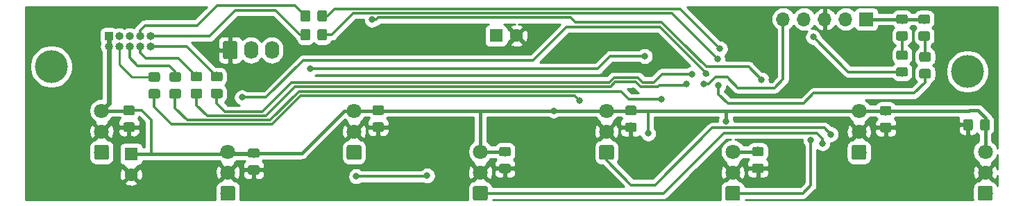
<source format=gbr>
G04 #@! TF.GenerationSoftware,KiCad,Pcbnew,(5.1.2)-2*
G04 #@! TF.CreationDate,2021-01-17T20:53:17+05:30*
G04 #@! TF.ProjectId,VendSensor,56656e64-5365-46e7-936f-722e6b696361,rev?*
G04 #@! TF.SameCoordinates,Original*
G04 #@! TF.FileFunction,Copper,L1,Top*
G04 #@! TF.FilePolarity,Positive*
%FSLAX46Y46*%
G04 Gerber Fmt 4.6, Leading zero omitted, Abs format (unit mm)*
G04 Created by KiCad (PCBNEW (5.1.2)-2) date 2021-01-17 20:53:17*
%MOMM*%
%LPD*%
G04 APERTURE LIST*
%ADD10O,1.740000X2.200000*%
%ADD11C,0.100000*%
%ADD12C,1.740000*%
%ADD13C,1.800000*%
%ADD14O,1.000000X1.000000*%
%ADD15R,1.000000X1.000000*%
%ADD16C,1.150000*%
%ADD17O,1.700000X1.700000*%
%ADD18R,1.700000X1.700000*%
%ADD19C,1.600000*%
%ADD20R,1.600000X1.600000*%
%ADD21C,4.000000*%
%ADD22C,0.800000*%
%ADD23C,0.300000*%
%ADD24C,0.400000*%
%ADD25C,0.600000*%
%ADD26C,0.250000*%
%ADD27C,0.254000*%
G04 APERTURE END LIST*
D10*
X80770000Y-41010000D03*
X78230000Y-41010000D03*
D11*
G36*
X76334505Y-39911204D02*
G01*
X76358773Y-39914804D01*
X76382572Y-39920765D01*
X76405671Y-39929030D01*
X76427850Y-39939520D01*
X76448893Y-39952132D01*
X76468599Y-39966747D01*
X76486777Y-39983223D01*
X76503253Y-40001401D01*
X76517868Y-40021107D01*
X76530480Y-40042150D01*
X76540970Y-40064329D01*
X76549235Y-40087428D01*
X76555196Y-40111227D01*
X76558796Y-40135495D01*
X76560000Y-40159999D01*
X76560000Y-41860001D01*
X76558796Y-41884505D01*
X76555196Y-41908773D01*
X76549235Y-41932572D01*
X76540970Y-41955671D01*
X76530480Y-41977850D01*
X76517868Y-41998893D01*
X76503253Y-42018599D01*
X76486777Y-42036777D01*
X76468599Y-42053253D01*
X76448893Y-42067868D01*
X76427850Y-42080480D01*
X76405671Y-42090970D01*
X76382572Y-42099235D01*
X76358773Y-42105196D01*
X76334505Y-42108796D01*
X76310001Y-42110000D01*
X75069999Y-42110000D01*
X75045495Y-42108796D01*
X75021227Y-42105196D01*
X74997428Y-42099235D01*
X74974329Y-42090970D01*
X74952150Y-42080480D01*
X74931107Y-42067868D01*
X74911401Y-42053253D01*
X74893223Y-42036777D01*
X74876747Y-42018599D01*
X74862132Y-41998893D01*
X74849520Y-41977850D01*
X74839030Y-41955671D01*
X74830765Y-41932572D01*
X74824804Y-41908773D01*
X74821204Y-41884505D01*
X74820000Y-41860001D01*
X74820000Y-40159999D01*
X74821204Y-40135495D01*
X74824804Y-40111227D01*
X74830765Y-40087428D01*
X74839030Y-40064329D01*
X74849520Y-40042150D01*
X74862132Y-40021107D01*
X74876747Y-40001401D01*
X74893223Y-39983223D01*
X74911401Y-39966747D01*
X74931107Y-39952132D01*
X74952150Y-39939520D01*
X74974329Y-39929030D01*
X74997428Y-39920765D01*
X75021227Y-39914804D01*
X75045495Y-39911204D01*
X75069999Y-39910000D01*
X76310001Y-39910000D01*
X76334505Y-39911204D01*
X76334505Y-39911204D01*
G37*
D12*
X75690000Y-41010000D03*
D11*
G36*
X91474324Y-52601205D02*
G01*
X91498612Y-52604808D01*
X91522429Y-52610774D01*
X91545547Y-52619045D01*
X91567743Y-52629543D01*
X91588804Y-52642166D01*
X91608525Y-52656793D01*
X91626718Y-52673282D01*
X91643207Y-52691475D01*
X91657834Y-52711196D01*
X91670457Y-52732257D01*
X91680955Y-52754453D01*
X91689226Y-52777571D01*
X91695192Y-52801388D01*
X91698795Y-52825676D01*
X91700000Y-52850200D01*
X91700000Y-54149800D01*
X91698795Y-54174324D01*
X91695192Y-54198612D01*
X91689226Y-54222429D01*
X91680955Y-54245547D01*
X91670457Y-54267743D01*
X91657834Y-54288804D01*
X91643207Y-54308525D01*
X91626718Y-54326718D01*
X91608525Y-54343207D01*
X91588804Y-54357834D01*
X91567743Y-54370457D01*
X91545547Y-54380955D01*
X91522429Y-54389226D01*
X91498612Y-54395192D01*
X91474324Y-54398795D01*
X91449800Y-54400000D01*
X90150200Y-54400000D01*
X90125676Y-54398795D01*
X90101388Y-54395192D01*
X90077571Y-54389226D01*
X90054453Y-54380955D01*
X90032257Y-54370457D01*
X90011196Y-54357834D01*
X89991475Y-54343207D01*
X89973282Y-54326718D01*
X89956793Y-54308525D01*
X89942166Y-54288804D01*
X89929543Y-54267743D01*
X89919045Y-54245547D01*
X89910774Y-54222429D01*
X89904808Y-54198612D01*
X89901205Y-54174324D01*
X89900000Y-54149800D01*
X89900000Y-52850200D01*
X89901205Y-52825676D01*
X89904808Y-52801388D01*
X89910774Y-52777571D01*
X89919045Y-52754453D01*
X89929543Y-52732257D01*
X89942166Y-52711196D01*
X89956793Y-52691475D01*
X89973282Y-52673282D01*
X89991475Y-52656793D01*
X90011196Y-52642166D01*
X90032257Y-52629543D01*
X90054453Y-52619045D01*
X90077571Y-52610774D01*
X90101388Y-52604808D01*
X90125676Y-52601205D01*
X90150200Y-52600000D01*
X91449800Y-52600000D01*
X91474324Y-52601205D01*
X91474324Y-52601205D01*
G37*
D13*
X90800000Y-53500000D03*
X90800000Y-50960000D03*
X90800000Y-48420000D03*
D14*
X65960000Y-40570000D03*
X65960000Y-39300000D03*
X64690000Y-40570000D03*
X64690000Y-39300000D03*
X63420000Y-40570000D03*
X63420000Y-39300000D03*
X62150000Y-40570000D03*
X62150000Y-39300000D03*
X60880000Y-40570000D03*
D15*
X60880000Y-39300000D03*
D11*
G36*
X74534505Y-43686204D02*
G01*
X74558773Y-43689804D01*
X74582572Y-43695765D01*
X74605671Y-43704030D01*
X74627850Y-43714520D01*
X74648893Y-43727132D01*
X74668599Y-43741747D01*
X74686777Y-43758223D01*
X74703253Y-43776401D01*
X74717868Y-43796107D01*
X74730480Y-43817150D01*
X74740970Y-43839329D01*
X74749235Y-43862428D01*
X74755196Y-43886227D01*
X74758796Y-43910495D01*
X74760000Y-43934999D01*
X74760000Y-44585001D01*
X74758796Y-44609505D01*
X74755196Y-44633773D01*
X74749235Y-44657572D01*
X74740970Y-44680671D01*
X74730480Y-44702850D01*
X74717868Y-44723893D01*
X74703253Y-44743599D01*
X74686777Y-44761777D01*
X74668599Y-44778253D01*
X74648893Y-44792868D01*
X74627850Y-44805480D01*
X74605671Y-44815970D01*
X74582572Y-44824235D01*
X74558773Y-44830196D01*
X74534505Y-44833796D01*
X74510001Y-44835000D01*
X73609999Y-44835000D01*
X73585495Y-44833796D01*
X73561227Y-44830196D01*
X73537428Y-44824235D01*
X73514329Y-44815970D01*
X73492150Y-44805480D01*
X73471107Y-44792868D01*
X73451401Y-44778253D01*
X73433223Y-44761777D01*
X73416747Y-44743599D01*
X73402132Y-44723893D01*
X73389520Y-44702850D01*
X73379030Y-44680671D01*
X73370765Y-44657572D01*
X73364804Y-44633773D01*
X73361204Y-44609505D01*
X73360000Y-44585001D01*
X73360000Y-43934999D01*
X73361204Y-43910495D01*
X73364804Y-43886227D01*
X73370765Y-43862428D01*
X73379030Y-43839329D01*
X73389520Y-43817150D01*
X73402132Y-43796107D01*
X73416747Y-43776401D01*
X73433223Y-43758223D01*
X73451401Y-43741747D01*
X73471107Y-43727132D01*
X73492150Y-43714520D01*
X73514329Y-43704030D01*
X73537428Y-43695765D01*
X73561227Y-43689804D01*
X73585495Y-43686204D01*
X73609999Y-43685000D01*
X74510001Y-43685000D01*
X74534505Y-43686204D01*
X74534505Y-43686204D01*
G37*
D16*
X74060000Y-44260000D03*
D11*
G36*
X74534505Y-45736204D02*
G01*
X74558773Y-45739804D01*
X74582572Y-45745765D01*
X74605671Y-45754030D01*
X74627850Y-45764520D01*
X74648893Y-45777132D01*
X74668599Y-45791747D01*
X74686777Y-45808223D01*
X74703253Y-45826401D01*
X74717868Y-45846107D01*
X74730480Y-45867150D01*
X74740970Y-45889329D01*
X74749235Y-45912428D01*
X74755196Y-45936227D01*
X74758796Y-45960495D01*
X74760000Y-45984999D01*
X74760000Y-46635001D01*
X74758796Y-46659505D01*
X74755196Y-46683773D01*
X74749235Y-46707572D01*
X74740970Y-46730671D01*
X74730480Y-46752850D01*
X74717868Y-46773893D01*
X74703253Y-46793599D01*
X74686777Y-46811777D01*
X74668599Y-46828253D01*
X74648893Y-46842868D01*
X74627850Y-46855480D01*
X74605671Y-46865970D01*
X74582572Y-46874235D01*
X74558773Y-46880196D01*
X74534505Y-46883796D01*
X74510001Y-46885000D01*
X73609999Y-46885000D01*
X73585495Y-46883796D01*
X73561227Y-46880196D01*
X73537428Y-46874235D01*
X73514329Y-46865970D01*
X73492150Y-46855480D01*
X73471107Y-46842868D01*
X73451401Y-46828253D01*
X73433223Y-46811777D01*
X73416747Y-46793599D01*
X73402132Y-46773893D01*
X73389520Y-46752850D01*
X73379030Y-46730671D01*
X73370765Y-46707572D01*
X73364804Y-46683773D01*
X73361204Y-46659505D01*
X73360000Y-46635001D01*
X73360000Y-45984999D01*
X73361204Y-45960495D01*
X73364804Y-45936227D01*
X73370765Y-45912428D01*
X73379030Y-45889329D01*
X73389520Y-45867150D01*
X73402132Y-45846107D01*
X73416747Y-45826401D01*
X73433223Y-45808223D01*
X73451401Y-45791747D01*
X73471107Y-45777132D01*
X73492150Y-45764520D01*
X73514329Y-45754030D01*
X73537428Y-45745765D01*
X73561227Y-45739804D01*
X73585495Y-45736204D01*
X73609999Y-45735000D01*
X74510001Y-45735000D01*
X74534505Y-45736204D01*
X74534505Y-45736204D01*
G37*
D16*
X74060000Y-46310000D03*
D11*
G36*
X72054505Y-43686204D02*
G01*
X72078773Y-43689804D01*
X72102572Y-43695765D01*
X72125671Y-43704030D01*
X72147850Y-43714520D01*
X72168893Y-43727132D01*
X72188599Y-43741747D01*
X72206777Y-43758223D01*
X72223253Y-43776401D01*
X72237868Y-43796107D01*
X72250480Y-43817150D01*
X72260970Y-43839329D01*
X72269235Y-43862428D01*
X72275196Y-43886227D01*
X72278796Y-43910495D01*
X72280000Y-43934999D01*
X72280000Y-44585001D01*
X72278796Y-44609505D01*
X72275196Y-44633773D01*
X72269235Y-44657572D01*
X72260970Y-44680671D01*
X72250480Y-44702850D01*
X72237868Y-44723893D01*
X72223253Y-44743599D01*
X72206777Y-44761777D01*
X72188599Y-44778253D01*
X72168893Y-44792868D01*
X72147850Y-44805480D01*
X72125671Y-44815970D01*
X72102572Y-44824235D01*
X72078773Y-44830196D01*
X72054505Y-44833796D01*
X72030001Y-44835000D01*
X71129999Y-44835000D01*
X71105495Y-44833796D01*
X71081227Y-44830196D01*
X71057428Y-44824235D01*
X71034329Y-44815970D01*
X71012150Y-44805480D01*
X70991107Y-44792868D01*
X70971401Y-44778253D01*
X70953223Y-44761777D01*
X70936747Y-44743599D01*
X70922132Y-44723893D01*
X70909520Y-44702850D01*
X70899030Y-44680671D01*
X70890765Y-44657572D01*
X70884804Y-44633773D01*
X70881204Y-44609505D01*
X70880000Y-44585001D01*
X70880000Y-43934999D01*
X70881204Y-43910495D01*
X70884804Y-43886227D01*
X70890765Y-43862428D01*
X70899030Y-43839329D01*
X70909520Y-43817150D01*
X70922132Y-43796107D01*
X70936747Y-43776401D01*
X70953223Y-43758223D01*
X70971401Y-43741747D01*
X70991107Y-43727132D01*
X71012150Y-43714520D01*
X71034329Y-43704030D01*
X71057428Y-43695765D01*
X71081227Y-43689804D01*
X71105495Y-43686204D01*
X71129999Y-43685000D01*
X72030001Y-43685000D01*
X72054505Y-43686204D01*
X72054505Y-43686204D01*
G37*
D16*
X71580000Y-44260000D03*
D11*
G36*
X72054505Y-45736204D02*
G01*
X72078773Y-45739804D01*
X72102572Y-45745765D01*
X72125671Y-45754030D01*
X72147850Y-45764520D01*
X72168893Y-45777132D01*
X72188599Y-45791747D01*
X72206777Y-45808223D01*
X72223253Y-45826401D01*
X72237868Y-45846107D01*
X72250480Y-45867150D01*
X72260970Y-45889329D01*
X72269235Y-45912428D01*
X72275196Y-45936227D01*
X72278796Y-45960495D01*
X72280000Y-45984999D01*
X72280000Y-46635001D01*
X72278796Y-46659505D01*
X72275196Y-46683773D01*
X72269235Y-46707572D01*
X72260970Y-46730671D01*
X72250480Y-46752850D01*
X72237868Y-46773893D01*
X72223253Y-46793599D01*
X72206777Y-46811777D01*
X72188599Y-46828253D01*
X72168893Y-46842868D01*
X72147850Y-46855480D01*
X72125671Y-46865970D01*
X72102572Y-46874235D01*
X72078773Y-46880196D01*
X72054505Y-46883796D01*
X72030001Y-46885000D01*
X71129999Y-46885000D01*
X71105495Y-46883796D01*
X71081227Y-46880196D01*
X71057428Y-46874235D01*
X71034329Y-46865970D01*
X71012150Y-46855480D01*
X70991107Y-46842868D01*
X70971401Y-46828253D01*
X70953223Y-46811777D01*
X70936747Y-46793599D01*
X70922132Y-46773893D01*
X70909520Y-46752850D01*
X70899030Y-46730671D01*
X70890765Y-46707572D01*
X70884804Y-46683773D01*
X70881204Y-46659505D01*
X70880000Y-46635001D01*
X70880000Y-45984999D01*
X70881204Y-45960495D01*
X70884804Y-45936227D01*
X70890765Y-45912428D01*
X70899030Y-45889329D01*
X70909520Y-45867150D01*
X70922132Y-45846107D01*
X70936747Y-45826401D01*
X70953223Y-45808223D01*
X70971401Y-45791747D01*
X70991107Y-45777132D01*
X71012150Y-45764520D01*
X71034329Y-45754030D01*
X71057428Y-45745765D01*
X71081227Y-45739804D01*
X71105495Y-45736204D01*
X71129999Y-45735000D01*
X72030001Y-45735000D01*
X72054505Y-45736204D01*
X72054505Y-45736204D01*
G37*
D16*
X71580000Y-46310000D03*
D11*
G36*
X69454505Y-43721204D02*
G01*
X69478773Y-43724804D01*
X69502572Y-43730765D01*
X69525671Y-43739030D01*
X69547850Y-43749520D01*
X69568893Y-43762132D01*
X69588599Y-43776747D01*
X69606777Y-43793223D01*
X69623253Y-43811401D01*
X69637868Y-43831107D01*
X69650480Y-43852150D01*
X69660970Y-43874329D01*
X69669235Y-43897428D01*
X69675196Y-43921227D01*
X69678796Y-43945495D01*
X69680000Y-43969999D01*
X69680000Y-44620001D01*
X69678796Y-44644505D01*
X69675196Y-44668773D01*
X69669235Y-44692572D01*
X69660970Y-44715671D01*
X69650480Y-44737850D01*
X69637868Y-44758893D01*
X69623253Y-44778599D01*
X69606777Y-44796777D01*
X69588599Y-44813253D01*
X69568893Y-44827868D01*
X69547850Y-44840480D01*
X69525671Y-44850970D01*
X69502572Y-44859235D01*
X69478773Y-44865196D01*
X69454505Y-44868796D01*
X69430001Y-44870000D01*
X68529999Y-44870000D01*
X68505495Y-44868796D01*
X68481227Y-44865196D01*
X68457428Y-44859235D01*
X68434329Y-44850970D01*
X68412150Y-44840480D01*
X68391107Y-44827868D01*
X68371401Y-44813253D01*
X68353223Y-44796777D01*
X68336747Y-44778599D01*
X68322132Y-44758893D01*
X68309520Y-44737850D01*
X68299030Y-44715671D01*
X68290765Y-44692572D01*
X68284804Y-44668773D01*
X68281204Y-44644505D01*
X68280000Y-44620001D01*
X68280000Y-43969999D01*
X68281204Y-43945495D01*
X68284804Y-43921227D01*
X68290765Y-43897428D01*
X68299030Y-43874329D01*
X68309520Y-43852150D01*
X68322132Y-43831107D01*
X68336747Y-43811401D01*
X68353223Y-43793223D01*
X68371401Y-43776747D01*
X68391107Y-43762132D01*
X68412150Y-43749520D01*
X68434329Y-43739030D01*
X68457428Y-43730765D01*
X68481227Y-43724804D01*
X68505495Y-43721204D01*
X68529999Y-43720000D01*
X69430001Y-43720000D01*
X69454505Y-43721204D01*
X69454505Y-43721204D01*
G37*
D16*
X68980000Y-44295000D03*
D11*
G36*
X69454505Y-45771204D02*
G01*
X69478773Y-45774804D01*
X69502572Y-45780765D01*
X69525671Y-45789030D01*
X69547850Y-45799520D01*
X69568893Y-45812132D01*
X69588599Y-45826747D01*
X69606777Y-45843223D01*
X69623253Y-45861401D01*
X69637868Y-45881107D01*
X69650480Y-45902150D01*
X69660970Y-45924329D01*
X69669235Y-45947428D01*
X69675196Y-45971227D01*
X69678796Y-45995495D01*
X69680000Y-46019999D01*
X69680000Y-46670001D01*
X69678796Y-46694505D01*
X69675196Y-46718773D01*
X69669235Y-46742572D01*
X69660970Y-46765671D01*
X69650480Y-46787850D01*
X69637868Y-46808893D01*
X69623253Y-46828599D01*
X69606777Y-46846777D01*
X69588599Y-46863253D01*
X69568893Y-46877868D01*
X69547850Y-46890480D01*
X69525671Y-46900970D01*
X69502572Y-46909235D01*
X69478773Y-46915196D01*
X69454505Y-46918796D01*
X69430001Y-46920000D01*
X68529999Y-46920000D01*
X68505495Y-46918796D01*
X68481227Y-46915196D01*
X68457428Y-46909235D01*
X68434329Y-46900970D01*
X68412150Y-46890480D01*
X68391107Y-46877868D01*
X68371401Y-46863253D01*
X68353223Y-46846777D01*
X68336747Y-46828599D01*
X68322132Y-46808893D01*
X68309520Y-46787850D01*
X68299030Y-46765671D01*
X68290765Y-46742572D01*
X68284804Y-46718773D01*
X68281204Y-46694505D01*
X68280000Y-46670001D01*
X68280000Y-46019999D01*
X68281204Y-45995495D01*
X68284804Y-45971227D01*
X68290765Y-45947428D01*
X68299030Y-45924329D01*
X68309520Y-45902150D01*
X68322132Y-45881107D01*
X68336747Y-45861401D01*
X68353223Y-45843223D01*
X68371401Y-45826747D01*
X68391107Y-45812132D01*
X68412150Y-45799520D01*
X68434329Y-45789030D01*
X68457428Y-45780765D01*
X68481227Y-45774804D01*
X68505495Y-45771204D01*
X68529999Y-45770000D01*
X69430001Y-45770000D01*
X69454505Y-45771204D01*
X69454505Y-45771204D01*
G37*
D16*
X68980000Y-46345000D03*
D11*
G36*
X66904505Y-43726204D02*
G01*
X66928773Y-43729804D01*
X66952572Y-43735765D01*
X66975671Y-43744030D01*
X66997850Y-43754520D01*
X67018893Y-43767132D01*
X67038599Y-43781747D01*
X67056777Y-43798223D01*
X67073253Y-43816401D01*
X67087868Y-43836107D01*
X67100480Y-43857150D01*
X67110970Y-43879329D01*
X67119235Y-43902428D01*
X67125196Y-43926227D01*
X67128796Y-43950495D01*
X67130000Y-43974999D01*
X67130000Y-44625001D01*
X67128796Y-44649505D01*
X67125196Y-44673773D01*
X67119235Y-44697572D01*
X67110970Y-44720671D01*
X67100480Y-44742850D01*
X67087868Y-44763893D01*
X67073253Y-44783599D01*
X67056777Y-44801777D01*
X67038599Y-44818253D01*
X67018893Y-44832868D01*
X66997850Y-44845480D01*
X66975671Y-44855970D01*
X66952572Y-44864235D01*
X66928773Y-44870196D01*
X66904505Y-44873796D01*
X66880001Y-44875000D01*
X65979999Y-44875000D01*
X65955495Y-44873796D01*
X65931227Y-44870196D01*
X65907428Y-44864235D01*
X65884329Y-44855970D01*
X65862150Y-44845480D01*
X65841107Y-44832868D01*
X65821401Y-44818253D01*
X65803223Y-44801777D01*
X65786747Y-44783599D01*
X65772132Y-44763893D01*
X65759520Y-44742850D01*
X65749030Y-44720671D01*
X65740765Y-44697572D01*
X65734804Y-44673773D01*
X65731204Y-44649505D01*
X65730000Y-44625001D01*
X65730000Y-43974999D01*
X65731204Y-43950495D01*
X65734804Y-43926227D01*
X65740765Y-43902428D01*
X65749030Y-43879329D01*
X65759520Y-43857150D01*
X65772132Y-43836107D01*
X65786747Y-43816401D01*
X65803223Y-43798223D01*
X65821401Y-43781747D01*
X65841107Y-43767132D01*
X65862150Y-43754520D01*
X65884329Y-43744030D01*
X65907428Y-43735765D01*
X65931227Y-43729804D01*
X65955495Y-43726204D01*
X65979999Y-43725000D01*
X66880001Y-43725000D01*
X66904505Y-43726204D01*
X66904505Y-43726204D01*
G37*
D16*
X66430000Y-44300000D03*
D11*
G36*
X66904505Y-45776204D02*
G01*
X66928773Y-45779804D01*
X66952572Y-45785765D01*
X66975671Y-45794030D01*
X66997850Y-45804520D01*
X67018893Y-45817132D01*
X67038599Y-45831747D01*
X67056777Y-45848223D01*
X67073253Y-45866401D01*
X67087868Y-45886107D01*
X67100480Y-45907150D01*
X67110970Y-45929329D01*
X67119235Y-45952428D01*
X67125196Y-45976227D01*
X67128796Y-46000495D01*
X67130000Y-46024999D01*
X67130000Y-46675001D01*
X67128796Y-46699505D01*
X67125196Y-46723773D01*
X67119235Y-46747572D01*
X67110970Y-46770671D01*
X67100480Y-46792850D01*
X67087868Y-46813893D01*
X67073253Y-46833599D01*
X67056777Y-46851777D01*
X67038599Y-46868253D01*
X67018893Y-46882868D01*
X66997850Y-46895480D01*
X66975671Y-46905970D01*
X66952572Y-46914235D01*
X66928773Y-46920196D01*
X66904505Y-46923796D01*
X66880001Y-46925000D01*
X65979999Y-46925000D01*
X65955495Y-46923796D01*
X65931227Y-46920196D01*
X65907428Y-46914235D01*
X65884329Y-46905970D01*
X65862150Y-46895480D01*
X65841107Y-46882868D01*
X65821401Y-46868253D01*
X65803223Y-46851777D01*
X65786747Y-46833599D01*
X65772132Y-46813893D01*
X65759520Y-46792850D01*
X65749030Y-46770671D01*
X65740765Y-46747572D01*
X65734804Y-46723773D01*
X65731204Y-46699505D01*
X65730000Y-46675001D01*
X65730000Y-46024999D01*
X65731204Y-46000495D01*
X65734804Y-45976227D01*
X65740765Y-45952428D01*
X65749030Y-45929329D01*
X65759520Y-45907150D01*
X65772132Y-45886107D01*
X65786747Y-45866401D01*
X65803223Y-45848223D01*
X65821401Y-45831747D01*
X65841107Y-45817132D01*
X65862150Y-45804520D01*
X65884329Y-45794030D01*
X65907428Y-45785765D01*
X65931227Y-45779804D01*
X65955495Y-45776204D01*
X65979999Y-45775000D01*
X66880001Y-45775000D01*
X66904505Y-45776204D01*
X66904505Y-45776204D01*
G37*
D16*
X66430000Y-46350000D03*
D11*
G36*
X87269505Y-38441204D02*
G01*
X87293773Y-38444804D01*
X87317572Y-38450765D01*
X87340671Y-38459030D01*
X87362850Y-38469520D01*
X87383893Y-38482132D01*
X87403599Y-38496747D01*
X87421777Y-38513223D01*
X87438253Y-38531401D01*
X87452868Y-38551107D01*
X87465480Y-38572150D01*
X87475970Y-38594329D01*
X87484235Y-38617428D01*
X87490196Y-38641227D01*
X87493796Y-38665495D01*
X87495000Y-38689999D01*
X87495000Y-39590001D01*
X87493796Y-39614505D01*
X87490196Y-39638773D01*
X87484235Y-39662572D01*
X87475970Y-39685671D01*
X87465480Y-39707850D01*
X87452868Y-39728893D01*
X87438253Y-39748599D01*
X87421777Y-39766777D01*
X87403599Y-39783253D01*
X87383893Y-39797868D01*
X87362850Y-39810480D01*
X87340671Y-39820970D01*
X87317572Y-39829235D01*
X87293773Y-39835196D01*
X87269505Y-39838796D01*
X87245001Y-39840000D01*
X86594999Y-39840000D01*
X86570495Y-39838796D01*
X86546227Y-39835196D01*
X86522428Y-39829235D01*
X86499329Y-39820970D01*
X86477150Y-39810480D01*
X86456107Y-39797868D01*
X86436401Y-39783253D01*
X86418223Y-39766777D01*
X86401747Y-39748599D01*
X86387132Y-39728893D01*
X86374520Y-39707850D01*
X86364030Y-39685671D01*
X86355765Y-39662572D01*
X86349804Y-39638773D01*
X86346204Y-39614505D01*
X86345000Y-39590001D01*
X86345000Y-38689999D01*
X86346204Y-38665495D01*
X86349804Y-38641227D01*
X86355765Y-38617428D01*
X86364030Y-38594329D01*
X86374520Y-38572150D01*
X86387132Y-38551107D01*
X86401747Y-38531401D01*
X86418223Y-38513223D01*
X86436401Y-38496747D01*
X86456107Y-38482132D01*
X86477150Y-38469520D01*
X86499329Y-38459030D01*
X86522428Y-38450765D01*
X86546227Y-38444804D01*
X86570495Y-38441204D01*
X86594999Y-38440000D01*
X87245001Y-38440000D01*
X87269505Y-38441204D01*
X87269505Y-38441204D01*
G37*
D16*
X86920000Y-39140000D03*
D11*
G36*
X85219505Y-38441204D02*
G01*
X85243773Y-38444804D01*
X85267572Y-38450765D01*
X85290671Y-38459030D01*
X85312850Y-38469520D01*
X85333893Y-38482132D01*
X85353599Y-38496747D01*
X85371777Y-38513223D01*
X85388253Y-38531401D01*
X85402868Y-38551107D01*
X85415480Y-38572150D01*
X85425970Y-38594329D01*
X85434235Y-38617428D01*
X85440196Y-38641227D01*
X85443796Y-38665495D01*
X85445000Y-38689999D01*
X85445000Y-39590001D01*
X85443796Y-39614505D01*
X85440196Y-39638773D01*
X85434235Y-39662572D01*
X85425970Y-39685671D01*
X85415480Y-39707850D01*
X85402868Y-39728893D01*
X85388253Y-39748599D01*
X85371777Y-39766777D01*
X85353599Y-39783253D01*
X85333893Y-39797868D01*
X85312850Y-39810480D01*
X85290671Y-39820970D01*
X85267572Y-39829235D01*
X85243773Y-39835196D01*
X85219505Y-39838796D01*
X85195001Y-39840000D01*
X84544999Y-39840000D01*
X84520495Y-39838796D01*
X84496227Y-39835196D01*
X84472428Y-39829235D01*
X84449329Y-39820970D01*
X84427150Y-39810480D01*
X84406107Y-39797868D01*
X84386401Y-39783253D01*
X84368223Y-39766777D01*
X84351747Y-39748599D01*
X84337132Y-39728893D01*
X84324520Y-39707850D01*
X84314030Y-39685671D01*
X84305765Y-39662572D01*
X84299804Y-39638773D01*
X84296204Y-39614505D01*
X84295000Y-39590001D01*
X84295000Y-38689999D01*
X84296204Y-38665495D01*
X84299804Y-38641227D01*
X84305765Y-38617428D01*
X84314030Y-38594329D01*
X84324520Y-38572150D01*
X84337132Y-38551107D01*
X84351747Y-38531401D01*
X84368223Y-38513223D01*
X84386401Y-38496747D01*
X84406107Y-38482132D01*
X84427150Y-38469520D01*
X84449329Y-38459030D01*
X84472428Y-38450765D01*
X84496227Y-38444804D01*
X84520495Y-38441204D01*
X84544999Y-38440000D01*
X85195001Y-38440000D01*
X85219505Y-38441204D01*
X85219505Y-38441204D01*
G37*
D16*
X84870000Y-39140000D03*
D11*
G36*
X87269505Y-36141204D02*
G01*
X87293773Y-36144804D01*
X87317572Y-36150765D01*
X87340671Y-36159030D01*
X87362850Y-36169520D01*
X87383893Y-36182132D01*
X87403599Y-36196747D01*
X87421777Y-36213223D01*
X87438253Y-36231401D01*
X87452868Y-36251107D01*
X87465480Y-36272150D01*
X87475970Y-36294329D01*
X87484235Y-36317428D01*
X87490196Y-36341227D01*
X87493796Y-36365495D01*
X87495000Y-36389999D01*
X87495000Y-37290001D01*
X87493796Y-37314505D01*
X87490196Y-37338773D01*
X87484235Y-37362572D01*
X87475970Y-37385671D01*
X87465480Y-37407850D01*
X87452868Y-37428893D01*
X87438253Y-37448599D01*
X87421777Y-37466777D01*
X87403599Y-37483253D01*
X87383893Y-37497868D01*
X87362850Y-37510480D01*
X87340671Y-37520970D01*
X87317572Y-37529235D01*
X87293773Y-37535196D01*
X87269505Y-37538796D01*
X87245001Y-37540000D01*
X86594999Y-37540000D01*
X86570495Y-37538796D01*
X86546227Y-37535196D01*
X86522428Y-37529235D01*
X86499329Y-37520970D01*
X86477150Y-37510480D01*
X86456107Y-37497868D01*
X86436401Y-37483253D01*
X86418223Y-37466777D01*
X86401747Y-37448599D01*
X86387132Y-37428893D01*
X86374520Y-37407850D01*
X86364030Y-37385671D01*
X86355765Y-37362572D01*
X86349804Y-37338773D01*
X86346204Y-37314505D01*
X86345000Y-37290001D01*
X86345000Y-36389999D01*
X86346204Y-36365495D01*
X86349804Y-36341227D01*
X86355765Y-36317428D01*
X86364030Y-36294329D01*
X86374520Y-36272150D01*
X86387132Y-36251107D01*
X86401747Y-36231401D01*
X86418223Y-36213223D01*
X86436401Y-36196747D01*
X86456107Y-36182132D01*
X86477150Y-36169520D01*
X86499329Y-36159030D01*
X86522428Y-36150765D01*
X86546227Y-36144804D01*
X86570495Y-36141204D01*
X86594999Y-36140000D01*
X87245001Y-36140000D01*
X87269505Y-36141204D01*
X87269505Y-36141204D01*
G37*
D16*
X86920000Y-36840000D03*
D11*
G36*
X85219505Y-36141204D02*
G01*
X85243773Y-36144804D01*
X85267572Y-36150765D01*
X85290671Y-36159030D01*
X85312850Y-36169520D01*
X85333893Y-36182132D01*
X85353599Y-36196747D01*
X85371777Y-36213223D01*
X85388253Y-36231401D01*
X85402868Y-36251107D01*
X85415480Y-36272150D01*
X85425970Y-36294329D01*
X85434235Y-36317428D01*
X85440196Y-36341227D01*
X85443796Y-36365495D01*
X85445000Y-36389999D01*
X85445000Y-37290001D01*
X85443796Y-37314505D01*
X85440196Y-37338773D01*
X85434235Y-37362572D01*
X85425970Y-37385671D01*
X85415480Y-37407850D01*
X85402868Y-37428893D01*
X85388253Y-37448599D01*
X85371777Y-37466777D01*
X85353599Y-37483253D01*
X85333893Y-37497868D01*
X85312850Y-37510480D01*
X85290671Y-37520970D01*
X85267572Y-37529235D01*
X85243773Y-37535196D01*
X85219505Y-37538796D01*
X85195001Y-37540000D01*
X84544999Y-37540000D01*
X84520495Y-37538796D01*
X84496227Y-37535196D01*
X84472428Y-37529235D01*
X84449329Y-37520970D01*
X84427150Y-37510480D01*
X84406107Y-37497868D01*
X84386401Y-37483253D01*
X84368223Y-37466777D01*
X84351747Y-37448599D01*
X84337132Y-37428893D01*
X84324520Y-37407850D01*
X84314030Y-37385671D01*
X84305765Y-37362572D01*
X84299804Y-37338773D01*
X84296204Y-37314505D01*
X84295000Y-37290001D01*
X84295000Y-36389999D01*
X84296204Y-36365495D01*
X84299804Y-36341227D01*
X84305765Y-36317428D01*
X84314030Y-36294329D01*
X84324520Y-36272150D01*
X84337132Y-36251107D01*
X84351747Y-36231401D01*
X84368223Y-36213223D01*
X84386401Y-36196747D01*
X84406107Y-36182132D01*
X84427150Y-36169520D01*
X84449329Y-36159030D01*
X84472428Y-36150765D01*
X84496227Y-36144804D01*
X84520495Y-36141204D01*
X84544999Y-36140000D01*
X85195001Y-36140000D01*
X85219505Y-36141204D01*
X85219505Y-36141204D01*
G37*
D16*
X84870000Y-36840000D03*
D17*
X143150000Y-37240000D03*
X145690000Y-37240000D03*
X148230000Y-37240000D03*
X150770000Y-37240000D03*
D18*
X153310000Y-37240000D03*
D11*
G36*
X168474324Y-57601205D02*
G01*
X168498612Y-57604808D01*
X168522429Y-57610774D01*
X168545547Y-57619045D01*
X168567743Y-57629543D01*
X168588804Y-57642166D01*
X168608525Y-57656793D01*
X168626718Y-57673282D01*
X168643207Y-57691475D01*
X168657834Y-57711196D01*
X168670457Y-57732257D01*
X168680955Y-57754453D01*
X168689226Y-57777571D01*
X168695192Y-57801388D01*
X168698795Y-57825676D01*
X168700000Y-57850200D01*
X168700000Y-59149800D01*
X168698795Y-59174324D01*
X168695192Y-59198612D01*
X168689226Y-59222429D01*
X168680955Y-59245547D01*
X168670457Y-59267743D01*
X168657834Y-59288804D01*
X168643207Y-59308525D01*
X168626718Y-59326718D01*
X168608525Y-59343207D01*
X168588804Y-59357834D01*
X168567743Y-59370457D01*
X168545547Y-59380955D01*
X168522429Y-59389226D01*
X168498612Y-59395192D01*
X168474324Y-59398795D01*
X168449800Y-59400000D01*
X167150200Y-59400000D01*
X167125676Y-59398795D01*
X167101388Y-59395192D01*
X167077571Y-59389226D01*
X167054453Y-59380955D01*
X167032257Y-59370457D01*
X167011196Y-59357834D01*
X166991475Y-59343207D01*
X166973282Y-59326718D01*
X166956793Y-59308525D01*
X166942166Y-59288804D01*
X166929543Y-59267743D01*
X166919045Y-59245547D01*
X166910774Y-59222429D01*
X166904808Y-59198612D01*
X166901205Y-59174324D01*
X166900000Y-59149800D01*
X166900000Y-57850200D01*
X166901205Y-57825676D01*
X166904808Y-57801388D01*
X166910774Y-57777571D01*
X166919045Y-57754453D01*
X166929543Y-57732257D01*
X166942166Y-57711196D01*
X166956793Y-57691475D01*
X166973282Y-57673282D01*
X166991475Y-57656793D01*
X167011196Y-57642166D01*
X167032257Y-57629543D01*
X167054453Y-57619045D01*
X167077571Y-57610774D01*
X167101388Y-57604808D01*
X167125676Y-57601205D01*
X167150200Y-57600000D01*
X168449800Y-57600000D01*
X168474324Y-57601205D01*
X168474324Y-57601205D01*
G37*
D13*
X167800000Y-58500000D03*
X167800000Y-55960000D03*
X167800000Y-53420000D03*
D11*
G36*
X153074324Y-52601205D02*
G01*
X153098612Y-52604808D01*
X153122429Y-52610774D01*
X153145547Y-52619045D01*
X153167743Y-52629543D01*
X153188804Y-52642166D01*
X153208525Y-52656793D01*
X153226718Y-52673282D01*
X153243207Y-52691475D01*
X153257834Y-52711196D01*
X153270457Y-52732257D01*
X153280955Y-52754453D01*
X153289226Y-52777571D01*
X153295192Y-52801388D01*
X153298795Y-52825676D01*
X153300000Y-52850200D01*
X153300000Y-54149800D01*
X153298795Y-54174324D01*
X153295192Y-54198612D01*
X153289226Y-54222429D01*
X153280955Y-54245547D01*
X153270457Y-54267743D01*
X153257834Y-54288804D01*
X153243207Y-54308525D01*
X153226718Y-54326718D01*
X153208525Y-54343207D01*
X153188804Y-54357834D01*
X153167743Y-54370457D01*
X153145547Y-54380955D01*
X153122429Y-54389226D01*
X153098612Y-54395192D01*
X153074324Y-54398795D01*
X153049800Y-54400000D01*
X151750200Y-54400000D01*
X151725676Y-54398795D01*
X151701388Y-54395192D01*
X151677571Y-54389226D01*
X151654453Y-54380955D01*
X151632257Y-54370457D01*
X151611196Y-54357834D01*
X151591475Y-54343207D01*
X151573282Y-54326718D01*
X151556793Y-54308525D01*
X151542166Y-54288804D01*
X151529543Y-54267743D01*
X151519045Y-54245547D01*
X151510774Y-54222429D01*
X151504808Y-54198612D01*
X151501205Y-54174324D01*
X151500000Y-54149800D01*
X151500000Y-52850200D01*
X151501205Y-52825676D01*
X151504808Y-52801388D01*
X151510774Y-52777571D01*
X151519045Y-52754453D01*
X151529543Y-52732257D01*
X151542166Y-52711196D01*
X151556793Y-52691475D01*
X151573282Y-52673282D01*
X151591475Y-52656793D01*
X151611196Y-52642166D01*
X151632257Y-52629543D01*
X151654453Y-52619045D01*
X151677571Y-52610774D01*
X151701388Y-52604808D01*
X151725676Y-52601205D01*
X151750200Y-52600000D01*
X153049800Y-52600000D01*
X153074324Y-52601205D01*
X153074324Y-52601205D01*
G37*
D13*
X152400000Y-53500000D03*
X152400000Y-50960000D03*
X152400000Y-48420000D03*
D11*
G36*
X137674324Y-57601205D02*
G01*
X137698612Y-57604808D01*
X137722429Y-57610774D01*
X137745547Y-57619045D01*
X137767743Y-57629543D01*
X137788804Y-57642166D01*
X137808525Y-57656793D01*
X137826718Y-57673282D01*
X137843207Y-57691475D01*
X137857834Y-57711196D01*
X137870457Y-57732257D01*
X137880955Y-57754453D01*
X137889226Y-57777571D01*
X137895192Y-57801388D01*
X137898795Y-57825676D01*
X137900000Y-57850200D01*
X137900000Y-59149800D01*
X137898795Y-59174324D01*
X137895192Y-59198612D01*
X137889226Y-59222429D01*
X137880955Y-59245547D01*
X137870457Y-59267743D01*
X137857834Y-59288804D01*
X137843207Y-59308525D01*
X137826718Y-59326718D01*
X137808525Y-59343207D01*
X137788804Y-59357834D01*
X137767743Y-59370457D01*
X137745547Y-59380955D01*
X137722429Y-59389226D01*
X137698612Y-59395192D01*
X137674324Y-59398795D01*
X137649800Y-59400000D01*
X136350200Y-59400000D01*
X136325676Y-59398795D01*
X136301388Y-59395192D01*
X136277571Y-59389226D01*
X136254453Y-59380955D01*
X136232257Y-59370457D01*
X136211196Y-59357834D01*
X136191475Y-59343207D01*
X136173282Y-59326718D01*
X136156793Y-59308525D01*
X136142166Y-59288804D01*
X136129543Y-59267743D01*
X136119045Y-59245547D01*
X136110774Y-59222429D01*
X136104808Y-59198612D01*
X136101205Y-59174324D01*
X136100000Y-59149800D01*
X136100000Y-57850200D01*
X136101205Y-57825676D01*
X136104808Y-57801388D01*
X136110774Y-57777571D01*
X136119045Y-57754453D01*
X136129543Y-57732257D01*
X136142166Y-57711196D01*
X136156793Y-57691475D01*
X136173282Y-57673282D01*
X136191475Y-57656793D01*
X136211196Y-57642166D01*
X136232257Y-57629543D01*
X136254453Y-57619045D01*
X136277571Y-57610774D01*
X136301388Y-57604808D01*
X136325676Y-57601205D01*
X136350200Y-57600000D01*
X137649800Y-57600000D01*
X137674324Y-57601205D01*
X137674324Y-57601205D01*
G37*
D13*
X137000000Y-58500000D03*
X137000000Y-55960000D03*
X137000000Y-53420000D03*
D11*
G36*
X122274324Y-52601205D02*
G01*
X122298612Y-52604808D01*
X122322429Y-52610774D01*
X122345547Y-52619045D01*
X122367743Y-52629543D01*
X122388804Y-52642166D01*
X122408525Y-52656793D01*
X122426718Y-52673282D01*
X122443207Y-52691475D01*
X122457834Y-52711196D01*
X122470457Y-52732257D01*
X122480955Y-52754453D01*
X122489226Y-52777571D01*
X122495192Y-52801388D01*
X122498795Y-52825676D01*
X122500000Y-52850200D01*
X122500000Y-54149800D01*
X122498795Y-54174324D01*
X122495192Y-54198612D01*
X122489226Y-54222429D01*
X122480955Y-54245547D01*
X122470457Y-54267743D01*
X122457834Y-54288804D01*
X122443207Y-54308525D01*
X122426718Y-54326718D01*
X122408525Y-54343207D01*
X122388804Y-54357834D01*
X122367743Y-54370457D01*
X122345547Y-54380955D01*
X122322429Y-54389226D01*
X122298612Y-54395192D01*
X122274324Y-54398795D01*
X122249800Y-54400000D01*
X120950200Y-54400000D01*
X120925676Y-54398795D01*
X120901388Y-54395192D01*
X120877571Y-54389226D01*
X120854453Y-54380955D01*
X120832257Y-54370457D01*
X120811196Y-54357834D01*
X120791475Y-54343207D01*
X120773282Y-54326718D01*
X120756793Y-54308525D01*
X120742166Y-54288804D01*
X120729543Y-54267743D01*
X120719045Y-54245547D01*
X120710774Y-54222429D01*
X120704808Y-54198612D01*
X120701205Y-54174324D01*
X120700000Y-54149800D01*
X120700000Y-52850200D01*
X120701205Y-52825676D01*
X120704808Y-52801388D01*
X120710774Y-52777571D01*
X120719045Y-52754453D01*
X120729543Y-52732257D01*
X120742166Y-52711196D01*
X120756793Y-52691475D01*
X120773282Y-52673282D01*
X120791475Y-52656793D01*
X120811196Y-52642166D01*
X120832257Y-52629543D01*
X120854453Y-52619045D01*
X120877571Y-52610774D01*
X120901388Y-52604808D01*
X120925676Y-52601205D01*
X120950200Y-52600000D01*
X122249800Y-52600000D01*
X122274324Y-52601205D01*
X122274324Y-52601205D01*
G37*
D13*
X121600000Y-53500000D03*
X121600000Y-50960000D03*
X121600000Y-48420000D03*
D11*
G36*
X106874324Y-57601205D02*
G01*
X106898612Y-57604808D01*
X106922429Y-57610774D01*
X106945547Y-57619045D01*
X106967743Y-57629543D01*
X106988804Y-57642166D01*
X107008525Y-57656793D01*
X107026718Y-57673282D01*
X107043207Y-57691475D01*
X107057834Y-57711196D01*
X107070457Y-57732257D01*
X107080955Y-57754453D01*
X107089226Y-57777571D01*
X107095192Y-57801388D01*
X107098795Y-57825676D01*
X107100000Y-57850200D01*
X107100000Y-59149800D01*
X107098795Y-59174324D01*
X107095192Y-59198612D01*
X107089226Y-59222429D01*
X107080955Y-59245547D01*
X107070457Y-59267743D01*
X107057834Y-59288804D01*
X107043207Y-59308525D01*
X107026718Y-59326718D01*
X107008525Y-59343207D01*
X106988804Y-59357834D01*
X106967743Y-59370457D01*
X106945547Y-59380955D01*
X106922429Y-59389226D01*
X106898612Y-59395192D01*
X106874324Y-59398795D01*
X106849800Y-59400000D01*
X105550200Y-59400000D01*
X105525676Y-59398795D01*
X105501388Y-59395192D01*
X105477571Y-59389226D01*
X105454453Y-59380955D01*
X105432257Y-59370457D01*
X105411196Y-59357834D01*
X105391475Y-59343207D01*
X105373282Y-59326718D01*
X105356793Y-59308525D01*
X105342166Y-59288804D01*
X105329543Y-59267743D01*
X105319045Y-59245547D01*
X105310774Y-59222429D01*
X105304808Y-59198612D01*
X105301205Y-59174324D01*
X105300000Y-59149800D01*
X105300000Y-57850200D01*
X105301205Y-57825676D01*
X105304808Y-57801388D01*
X105310774Y-57777571D01*
X105319045Y-57754453D01*
X105329543Y-57732257D01*
X105342166Y-57711196D01*
X105356793Y-57691475D01*
X105373282Y-57673282D01*
X105391475Y-57656793D01*
X105411196Y-57642166D01*
X105432257Y-57629543D01*
X105454453Y-57619045D01*
X105477571Y-57610774D01*
X105501388Y-57604808D01*
X105525676Y-57601205D01*
X105550200Y-57600000D01*
X106849800Y-57600000D01*
X106874324Y-57601205D01*
X106874324Y-57601205D01*
G37*
D13*
X106200000Y-58500000D03*
X106200000Y-55960000D03*
X106200000Y-53420000D03*
D11*
G36*
X76074324Y-57601205D02*
G01*
X76098612Y-57604808D01*
X76122429Y-57610774D01*
X76145547Y-57619045D01*
X76167743Y-57629543D01*
X76188804Y-57642166D01*
X76208525Y-57656793D01*
X76226718Y-57673282D01*
X76243207Y-57691475D01*
X76257834Y-57711196D01*
X76270457Y-57732257D01*
X76280955Y-57754453D01*
X76289226Y-57777571D01*
X76295192Y-57801388D01*
X76298795Y-57825676D01*
X76300000Y-57850200D01*
X76300000Y-59149800D01*
X76298795Y-59174324D01*
X76295192Y-59198612D01*
X76289226Y-59222429D01*
X76280955Y-59245547D01*
X76270457Y-59267743D01*
X76257834Y-59288804D01*
X76243207Y-59308525D01*
X76226718Y-59326718D01*
X76208525Y-59343207D01*
X76188804Y-59357834D01*
X76167743Y-59370457D01*
X76145547Y-59380955D01*
X76122429Y-59389226D01*
X76098612Y-59395192D01*
X76074324Y-59398795D01*
X76049800Y-59400000D01*
X74750200Y-59400000D01*
X74725676Y-59398795D01*
X74701388Y-59395192D01*
X74677571Y-59389226D01*
X74654453Y-59380955D01*
X74632257Y-59370457D01*
X74611196Y-59357834D01*
X74591475Y-59343207D01*
X74573282Y-59326718D01*
X74556793Y-59308525D01*
X74542166Y-59288804D01*
X74529543Y-59267743D01*
X74519045Y-59245547D01*
X74510774Y-59222429D01*
X74504808Y-59198612D01*
X74501205Y-59174324D01*
X74500000Y-59149800D01*
X74500000Y-57850200D01*
X74501205Y-57825676D01*
X74504808Y-57801388D01*
X74510774Y-57777571D01*
X74519045Y-57754453D01*
X74529543Y-57732257D01*
X74542166Y-57711196D01*
X74556793Y-57691475D01*
X74573282Y-57673282D01*
X74591475Y-57656793D01*
X74611196Y-57642166D01*
X74632257Y-57629543D01*
X74654453Y-57619045D01*
X74677571Y-57610774D01*
X74701388Y-57604808D01*
X74725676Y-57601205D01*
X74750200Y-57600000D01*
X76049800Y-57600000D01*
X76074324Y-57601205D01*
X76074324Y-57601205D01*
G37*
D13*
X75400000Y-58500000D03*
X75400000Y-55960000D03*
X75400000Y-53420000D03*
D11*
G36*
X60674324Y-52601205D02*
G01*
X60698612Y-52604808D01*
X60722429Y-52610774D01*
X60745547Y-52619045D01*
X60767743Y-52629543D01*
X60788804Y-52642166D01*
X60808525Y-52656793D01*
X60826718Y-52673282D01*
X60843207Y-52691475D01*
X60857834Y-52711196D01*
X60870457Y-52732257D01*
X60880955Y-52754453D01*
X60889226Y-52777571D01*
X60895192Y-52801388D01*
X60898795Y-52825676D01*
X60900000Y-52850200D01*
X60900000Y-54149800D01*
X60898795Y-54174324D01*
X60895192Y-54198612D01*
X60889226Y-54222429D01*
X60880955Y-54245547D01*
X60870457Y-54267743D01*
X60857834Y-54288804D01*
X60843207Y-54308525D01*
X60826718Y-54326718D01*
X60808525Y-54343207D01*
X60788804Y-54357834D01*
X60767743Y-54370457D01*
X60745547Y-54380955D01*
X60722429Y-54389226D01*
X60698612Y-54395192D01*
X60674324Y-54398795D01*
X60649800Y-54400000D01*
X59350200Y-54400000D01*
X59325676Y-54398795D01*
X59301388Y-54395192D01*
X59277571Y-54389226D01*
X59254453Y-54380955D01*
X59232257Y-54370457D01*
X59211196Y-54357834D01*
X59191475Y-54343207D01*
X59173282Y-54326718D01*
X59156793Y-54308525D01*
X59142166Y-54288804D01*
X59129543Y-54267743D01*
X59119045Y-54245547D01*
X59110774Y-54222429D01*
X59104808Y-54198612D01*
X59101205Y-54174324D01*
X59100000Y-54149800D01*
X59100000Y-52850200D01*
X59101205Y-52825676D01*
X59104808Y-52801388D01*
X59110774Y-52777571D01*
X59119045Y-52754453D01*
X59129543Y-52732257D01*
X59142166Y-52711196D01*
X59156793Y-52691475D01*
X59173282Y-52673282D01*
X59191475Y-52656793D01*
X59211196Y-52642166D01*
X59232257Y-52629543D01*
X59254453Y-52619045D01*
X59277571Y-52610774D01*
X59301388Y-52604808D01*
X59325676Y-52601205D01*
X59350200Y-52600000D01*
X60649800Y-52600000D01*
X60674324Y-52601205D01*
X60674324Y-52601205D01*
G37*
D13*
X60000000Y-53500000D03*
X60000000Y-50960000D03*
X60000000Y-48420000D03*
D11*
G36*
X158114505Y-38711204D02*
G01*
X158138773Y-38714804D01*
X158162572Y-38720765D01*
X158185671Y-38729030D01*
X158207850Y-38739520D01*
X158228893Y-38752132D01*
X158248599Y-38766747D01*
X158266777Y-38783223D01*
X158283253Y-38801401D01*
X158297868Y-38821107D01*
X158310480Y-38842150D01*
X158320970Y-38864329D01*
X158329235Y-38887428D01*
X158335196Y-38911227D01*
X158338796Y-38935495D01*
X158340000Y-38959999D01*
X158340000Y-39610001D01*
X158338796Y-39634505D01*
X158335196Y-39658773D01*
X158329235Y-39682572D01*
X158320970Y-39705671D01*
X158310480Y-39727850D01*
X158297868Y-39748893D01*
X158283253Y-39768599D01*
X158266777Y-39786777D01*
X158248599Y-39803253D01*
X158228893Y-39817868D01*
X158207850Y-39830480D01*
X158185671Y-39840970D01*
X158162572Y-39849235D01*
X158138773Y-39855196D01*
X158114505Y-39858796D01*
X158090001Y-39860000D01*
X157189999Y-39860000D01*
X157165495Y-39858796D01*
X157141227Y-39855196D01*
X157117428Y-39849235D01*
X157094329Y-39840970D01*
X157072150Y-39830480D01*
X157051107Y-39817868D01*
X157031401Y-39803253D01*
X157013223Y-39786777D01*
X156996747Y-39768599D01*
X156982132Y-39748893D01*
X156969520Y-39727850D01*
X156959030Y-39705671D01*
X156950765Y-39682572D01*
X156944804Y-39658773D01*
X156941204Y-39634505D01*
X156940000Y-39610001D01*
X156940000Y-38959999D01*
X156941204Y-38935495D01*
X156944804Y-38911227D01*
X156950765Y-38887428D01*
X156959030Y-38864329D01*
X156969520Y-38842150D01*
X156982132Y-38821107D01*
X156996747Y-38801401D01*
X157013223Y-38783223D01*
X157031401Y-38766747D01*
X157051107Y-38752132D01*
X157072150Y-38739520D01*
X157094329Y-38729030D01*
X157117428Y-38720765D01*
X157141227Y-38714804D01*
X157165495Y-38711204D01*
X157189999Y-38710000D01*
X158090001Y-38710000D01*
X158114505Y-38711204D01*
X158114505Y-38711204D01*
G37*
D16*
X157640000Y-39285000D03*
D11*
G36*
X158114505Y-36661204D02*
G01*
X158138773Y-36664804D01*
X158162572Y-36670765D01*
X158185671Y-36679030D01*
X158207850Y-36689520D01*
X158228893Y-36702132D01*
X158248599Y-36716747D01*
X158266777Y-36733223D01*
X158283253Y-36751401D01*
X158297868Y-36771107D01*
X158310480Y-36792150D01*
X158320970Y-36814329D01*
X158329235Y-36837428D01*
X158335196Y-36861227D01*
X158338796Y-36885495D01*
X158340000Y-36909999D01*
X158340000Y-37560001D01*
X158338796Y-37584505D01*
X158335196Y-37608773D01*
X158329235Y-37632572D01*
X158320970Y-37655671D01*
X158310480Y-37677850D01*
X158297868Y-37698893D01*
X158283253Y-37718599D01*
X158266777Y-37736777D01*
X158248599Y-37753253D01*
X158228893Y-37767868D01*
X158207850Y-37780480D01*
X158185671Y-37790970D01*
X158162572Y-37799235D01*
X158138773Y-37805196D01*
X158114505Y-37808796D01*
X158090001Y-37810000D01*
X157189999Y-37810000D01*
X157165495Y-37808796D01*
X157141227Y-37805196D01*
X157117428Y-37799235D01*
X157094329Y-37790970D01*
X157072150Y-37780480D01*
X157051107Y-37767868D01*
X157031401Y-37753253D01*
X157013223Y-37736777D01*
X156996747Y-37718599D01*
X156982132Y-37698893D01*
X156969520Y-37677850D01*
X156959030Y-37655671D01*
X156950765Y-37632572D01*
X156944804Y-37608773D01*
X156941204Y-37584505D01*
X156940000Y-37560001D01*
X156940000Y-36909999D01*
X156941204Y-36885495D01*
X156944804Y-36861227D01*
X156950765Y-36837428D01*
X156959030Y-36814329D01*
X156969520Y-36792150D01*
X156982132Y-36771107D01*
X156996747Y-36751401D01*
X157013223Y-36733223D01*
X157031401Y-36716747D01*
X157051107Y-36702132D01*
X157072150Y-36689520D01*
X157094329Y-36679030D01*
X157117428Y-36670765D01*
X157141227Y-36664804D01*
X157165495Y-36661204D01*
X157189999Y-36660000D01*
X158090001Y-36660000D01*
X158114505Y-36661204D01*
X158114505Y-36661204D01*
G37*
D16*
X157640000Y-37235000D03*
D11*
G36*
X160824505Y-38721204D02*
G01*
X160848773Y-38724804D01*
X160872572Y-38730765D01*
X160895671Y-38739030D01*
X160917850Y-38749520D01*
X160938893Y-38762132D01*
X160958599Y-38776747D01*
X160976777Y-38793223D01*
X160993253Y-38811401D01*
X161007868Y-38831107D01*
X161020480Y-38852150D01*
X161030970Y-38874329D01*
X161039235Y-38897428D01*
X161045196Y-38921227D01*
X161048796Y-38945495D01*
X161050000Y-38969999D01*
X161050000Y-39620001D01*
X161048796Y-39644505D01*
X161045196Y-39668773D01*
X161039235Y-39692572D01*
X161030970Y-39715671D01*
X161020480Y-39737850D01*
X161007868Y-39758893D01*
X160993253Y-39778599D01*
X160976777Y-39796777D01*
X160958599Y-39813253D01*
X160938893Y-39827868D01*
X160917850Y-39840480D01*
X160895671Y-39850970D01*
X160872572Y-39859235D01*
X160848773Y-39865196D01*
X160824505Y-39868796D01*
X160800001Y-39870000D01*
X159899999Y-39870000D01*
X159875495Y-39868796D01*
X159851227Y-39865196D01*
X159827428Y-39859235D01*
X159804329Y-39850970D01*
X159782150Y-39840480D01*
X159761107Y-39827868D01*
X159741401Y-39813253D01*
X159723223Y-39796777D01*
X159706747Y-39778599D01*
X159692132Y-39758893D01*
X159679520Y-39737850D01*
X159669030Y-39715671D01*
X159660765Y-39692572D01*
X159654804Y-39668773D01*
X159651204Y-39644505D01*
X159650000Y-39620001D01*
X159650000Y-38969999D01*
X159651204Y-38945495D01*
X159654804Y-38921227D01*
X159660765Y-38897428D01*
X159669030Y-38874329D01*
X159679520Y-38852150D01*
X159692132Y-38831107D01*
X159706747Y-38811401D01*
X159723223Y-38793223D01*
X159741401Y-38776747D01*
X159761107Y-38762132D01*
X159782150Y-38749520D01*
X159804329Y-38739030D01*
X159827428Y-38730765D01*
X159851227Y-38724804D01*
X159875495Y-38721204D01*
X159899999Y-38720000D01*
X160800001Y-38720000D01*
X160824505Y-38721204D01*
X160824505Y-38721204D01*
G37*
D16*
X160350000Y-39295000D03*
D11*
G36*
X160824505Y-36671204D02*
G01*
X160848773Y-36674804D01*
X160872572Y-36680765D01*
X160895671Y-36689030D01*
X160917850Y-36699520D01*
X160938893Y-36712132D01*
X160958599Y-36726747D01*
X160976777Y-36743223D01*
X160993253Y-36761401D01*
X161007868Y-36781107D01*
X161020480Y-36802150D01*
X161030970Y-36824329D01*
X161039235Y-36847428D01*
X161045196Y-36871227D01*
X161048796Y-36895495D01*
X161050000Y-36919999D01*
X161050000Y-37570001D01*
X161048796Y-37594505D01*
X161045196Y-37618773D01*
X161039235Y-37642572D01*
X161030970Y-37665671D01*
X161020480Y-37687850D01*
X161007868Y-37708893D01*
X160993253Y-37728599D01*
X160976777Y-37746777D01*
X160958599Y-37763253D01*
X160938893Y-37777868D01*
X160917850Y-37790480D01*
X160895671Y-37800970D01*
X160872572Y-37809235D01*
X160848773Y-37815196D01*
X160824505Y-37818796D01*
X160800001Y-37820000D01*
X159899999Y-37820000D01*
X159875495Y-37818796D01*
X159851227Y-37815196D01*
X159827428Y-37809235D01*
X159804329Y-37800970D01*
X159782150Y-37790480D01*
X159761107Y-37777868D01*
X159741401Y-37763253D01*
X159723223Y-37746777D01*
X159706747Y-37728599D01*
X159692132Y-37708893D01*
X159679520Y-37687850D01*
X159669030Y-37665671D01*
X159660765Y-37642572D01*
X159654804Y-37618773D01*
X159651204Y-37594505D01*
X159650000Y-37570001D01*
X159650000Y-36919999D01*
X159651204Y-36895495D01*
X159654804Y-36871227D01*
X159660765Y-36847428D01*
X159669030Y-36824329D01*
X159679520Y-36802150D01*
X159692132Y-36781107D01*
X159706747Y-36761401D01*
X159723223Y-36743223D01*
X159741401Y-36726747D01*
X159761107Y-36712132D01*
X159782150Y-36699520D01*
X159804329Y-36689030D01*
X159827428Y-36680765D01*
X159851227Y-36674804D01*
X159875495Y-36671204D01*
X159899999Y-36670000D01*
X160800001Y-36670000D01*
X160824505Y-36671204D01*
X160824505Y-36671204D01*
G37*
D16*
X160350000Y-37245000D03*
D11*
G36*
X158114505Y-41061204D02*
G01*
X158138773Y-41064804D01*
X158162572Y-41070765D01*
X158185671Y-41079030D01*
X158207850Y-41089520D01*
X158228893Y-41102132D01*
X158248599Y-41116747D01*
X158266777Y-41133223D01*
X158283253Y-41151401D01*
X158297868Y-41171107D01*
X158310480Y-41192150D01*
X158320970Y-41214329D01*
X158329235Y-41237428D01*
X158335196Y-41261227D01*
X158338796Y-41285495D01*
X158340000Y-41309999D01*
X158340000Y-41960001D01*
X158338796Y-41984505D01*
X158335196Y-42008773D01*
X158329235Y-42032572D01*
X158320970Y-42055671D01*
X158310480Y-42077850D01*
X158297868Y-42098893D01*
X158283253Y-42118599D01*
X158266777Y-42136777D01*
X158248599Y-42153253D01*
X158228893Y-42167868D01*
X158207850Y-42180480D01*
X158185671Y-42190970D01*
X158162572Y-42199235D01*
X158138773Y-42205196D01*
X158114505Y-42208796D01*
X158090001Y-42210000D01*
X157189999Y-42210000D01*
X157165495Y-42208796D01*
X157141227Y-42205196D01*
X157117428Y-42199235D01*
X157094329Y-42190970D01*
X157072150Y-42180480D01*
X157051107Y-42167868D01*
X157031401Y-42153253D01*
X157013223Y-42136777D01*
X156996747Y-42118599D01*
X156982132Y-42098893D01*
X156969520Y-42077850D01*
X156959030Y-42055671D01*
X156950765Y-42032572D01*
X156944804Y-42008773D01*
X156941204Y-41984505D01*
X156940000Y-41960001D01*
X156940000Y-41309999D01*
X156941204Y-41285495D01*
X156944804Y-41261227D01*
X156950765Y-41237428D01*
X156959030Y-41214329D01*
X156969520Y-41192150D01*
X156982132Y-41171107D01*
X156996747Y-41151401D01*
X157013223Y-41133223D01*
X157031401Y-41116747D01*
X157051107Y-41102132D01*
X157072150Y-41089520D01*
X157094329Y-41079030D01*
X157117428Y-41070765D01*
X157141227Y-41064804D01*
X157165495Y-41061204D01*
X157189999Y-41060000D01*
X158090001Y-41060000D01*
X158114505Y-41061204D01*
X158114505Y-41061204D01*
G37*
D16*
X157640000Y-41635000D03*
D11*
G36*
X158114505Y-43111204D02*
G01*
X158138773Y-43114804D01*
X158162572Y-43120765D01*
X158185671Y-43129030D01*
X158207850Y-43139520D01*
X158228893Y-43152132D01*
X158248599Y-43166747D01*
X158266777Y-43183223D01*
X158283253Y-43201401D01*
X158297868Y-43221107D01*
X158310480Y-43242150D01*
X158320970Y-43264329D01*
X158329235Y-43287428D01*
X158335196Y-43311227D01*
X158338796Y-43335495D01*
X158340000Y-43359999D01*
X158340000Y-44010001D01*
X158338796Y-44034505D01*
X158335196Y-44058773D01*
X158329235Y-44082572D01*
X158320970Y-44105671D01*
X158310480Y-44127850D01*
X158297868Y-44148893D01*
X158283253Y-44168599D01*
X158266777Y-44186777D01*
X158248599Y-44203253D01*
X158228893Y-44217868D01*
X158207850Y-44230480D01*
X158185671Y-44240970D01*
X158162572Y-44249235D01*
X158138773Y-44255196D01*
X158114505Y-44258796D01*
X158090001Y-44260000D01*
X157189999Y-44260000D01*
X157165495Y-44258796D01*
X157141227Y-44255196D01*
X157117428Y-44249235D01*
X157094329Y-44240970D01*
X157072150Y-44230480D01*
X157051107Y-44217868D01*
X157031401Y-44203253D01*
X157013223Y-44186777D01*
X156996747Y-44168599D01*
X156982132Y-44148893D01*
X156969520Y-44127850D01*
X156959030Y-44105671D01*
X156950765Y-44082572D01*
X156944804Y-44058773D01*
X156941204Y-44034505D01*
X156940000Y-44010001D01*
X156940000Y-43359999D01*
X156941204Y-43335495D01*
X156944804Y-43311227D01*
X156950765Y-43287428D01*
X156959030Y-43264329D01*
X156969520Y-43242150D01*
X156982132Y-43221107D01*
X156996747Y-43201401D01*
X157013223Y-43183223D01*
X157031401Y-43166747D01*
X157051107Y-43152132D01*
X157072150Y-43139520D01*
X157094329Y-43129030D01*
X157117428Y-43120765D01*
X157141227Y-43114804D01*
X157165495Y-43111204D01*
X157189999Y-43110000D01*
X158090001Y-43110000D01*
X158114505Y-43111204D01*
X158114505Y-43111204D01*
G37*
D16*
X157640000Y-43685000D03*
D11*
G36*
X160924505Y-41266204D02*
G01*
X160948773Y-41269804D01*
X160972572Y-41275765D01*
X160995671Y-41284030D01*
X161017850Y-41294520D01*
X161038893Y-41307132D01*
X161058599Y-41321747D01*
X161076777Y-41338223D01*
X161093253Y-41356401D01*
X161107868Y-41376107D01*
X161120480Y-41397150D01*
X161130970Y-41419329D01*
X161139235Y-41442428D01*
X161145196Y-41466227D01*
X161148796Y-41490495D01*
X161150000Y-41514999D01*
X161150000Y-42165001D01*
X161148796Y-42189505D01*
X161145196Y-42213773D01*
X161139235Y-42237572D01*
X161130970Y-42260671D01*
X161120480Y-42282850D01*
X161107868Y-42303893D01*
X161093253Y-42323599D01*
X161076777Y-42341777D01*
X161058599Y-42358253D01*
X161038893Y-42372868D01*
X161017850Y-42385480D01*
X160995671Y-42395970D01*
X160972572Y-42404235D01*
X160948773Y-42410196D01*
X160924505Y-42413796D01*
X160900001Y-42415000D01*
X159999999Y-42415000D01*
X159975495Y-42413796D01*
X159951227Y-42410196D01*
X159927428Y-42404235D01*
X159904329Y-42395970D01*
X159882150Y-42385480D01*
X159861107Y-42372868D01*
X159841401Y-42358253D01*
X159823223Y-42341777D01*
X159806747Y-42323599D01*
X159792132Y-42303893D01*
X159779520Y-42282850D01*
X159769030Y-42260671D01*
X159760765Y-42237572D01*
X159754804Y-42213773D01*
X159751204Y-42189505D01*
X159750000Y-42165001D01*
X159750000Y-41514999D01*
X159751204Y-41490495D01*
X159754804Y-41466227D01*
X159760765Y-41442428D01*
X159769030Y-41419329D01*
X159779520Y-41397150D01*
X159792132Y-41376107D01*
X159806747Y-41356401D01*
X159823223Y-41338223D01*
X159841401Y-41321747D01*
X159861107Y-41307132D01*
X159882150Y-41294520D01*
X159904329Y-41284030D01*
X159927428Y-41275765D01*
X159951227Y-41269804D01*
X159975495Y-41266204D01*
X159999999Y-41265000D01*
X160900001Y-41265000D01*
X160924505Y-41266204D01*
X160924505Y-41266204D01*
G37*
D16*
X160450000Y-41840000D03*
D11*
G36*
X160924505Y-43316204D02*
G01*
X160948773Y-43319804D01*
X160972572Y-43325765D01*
X160995671Y-43334030D01*
X161017850Y-43344520D01*
X161038893Y-43357132D01*
X161058599Y-43371747D01*
X161076777Y-43388223D01*
X161093253Y-43406401D01*
X161107868Y-43426107D01*
X161120480Y-43447150D01*
X161130970Y-43469329D01*
X161139235Y-43492428D01*
X161145196Y-43516227D01*
X161148796Y-43540495D01*
X161150000Y-43564999D01*
X161150000Y-44215001D01*
X161148796Y-44239505D01*
X161145196Y-44263773D01*
X161139235Y-44287572D01*
X161130970Y-44310671D01*
X161120480Y-44332850D01*
X161107868Y-44353893D01*
X161093253Y-44373599D01*
X161076777Y-44391777D01*
X161058599Y-44408253D01*
X161038893Y-44422868D01*
X161017850Y-44435480D01*
X160995671Y-44445970D01*
X160972572Y-44454235D01*
X160948773Y-44460196D01*
X160924505Y-44463796D01*
X160900001Y-44465000D01*
X159999999Y-44465000D01*
X159975495Y-44463796D01*
X159951227Y-44460196D01*
X159927428Y-44454235D01*
X159904329Y-44445970D01*
X159882150Y-44435480D01*
X159861107Y-44422868D01*
X159841401Y-44408253D01*
X159823223Y-44391777D01*
X159806747Y-44373599D01*
X159792132Y-44353893D01*
X159779520Y-44332850D01*
X159769030Y-44310671D01*
X159760765Y-44287572D01*
X159754804Y-44263773D01*
X159751204Y-44239505D01*
X159750000Y-44215001D01*
X159750000Y-43564999D01*
X159751204Y-43540495D01*
X159754804Y-43516227D01*
X159760765Y-43492428D01*
X159769030Y-43469329D01*
X159779520Y-43447150D01*
X159792132Y-43426107D01*
X159806747Y-43406401D01*
X159823223Y-43388223D01*
X159841401Y-43371747D01*
X159861107Y-43357132D01*
X159882150Y-43344520D01*
X159904329Y-43334030D01*
X159927428Y-43325765D01*
X159951227Y-43319804D01*
X159975495Y-43316204D01*
X159999999Y-43315000D01*
X160900001Y-43315000D01*
X160924505Y-43316204D01*
X160924505Y-43316204D01*
G37*
D16*
X160450000Y-43890000D03*
D19*
X63600000Y-56200000D03*
D20*
X63600000Y-53700000D03*
D11*
G36*
X94214505Y-49831204D02*
G01*
X94238773Y-49834804D01*
X94262572Y-49840765D01*
X94285671Y-49849030D01*
X94307850Y-49859520D01*
X94328893Y-49872132D01*
X94348599Y-49886747D01*
X94366777Y-49903223D01*
X94383253Y-49921401D01*
X94397868Y-49941107D01*
X94410480Y-49962150D01*
X94420970Y-49984329D01*
X94429235Y-50007428D01*
X94435196Y-50031227D01*
X94438796Y-50055495D01*
X94440000Y-50079999D01*
X94440000Y-50730001D01*
X94438796Y-50754505D01*
X94435196Y-50778773D01*
X94429235Y-50802572D01*
X94420970Y-50825671D01*
X94410480Y-50847850D01*
X94397868Y-50868893D01*
X94383253Y-50888599D01*
X94366777Y-50906777D01*
X94348599Y-50923253D01*
X94328893Y-50937868D01*
X94307850Y-50950480D01*
X94285671Y-50960970D01*
X94262572Y-50969235D01*
X94238773Y-50975196D01*
X94214505Y-50978796D01*
X94190001Y-50980000D01*
X93289999Y-50980000D01*
X93265495Y-50978796D01*
X93241227Y-50975196D01*
X93217428Y-50969235D01*
X93194329Y-50960970D01*
X93172150Y-50950480D01*
X93151107Y-50937868D01*
X93131401Y-50923253D01*
X93113223Y-50906777D01*
X93096747Y-50888599D01*
X93082132Y-50868893D01*
X93069520Y-50847850D01*
X93059030Y-50825671D01*
X93050765Y-50802572D01*
X93044804Y-50778773D01*
X93041204Y-50754505D01*
X93040000Y-50730001D01*
X93040000Y-50079999D01*
X93041204Y-50055495D01*
X93044804Y-50031227D01*
X93050765Y-50007428D01*
X93059030Y-49984329D01*
X93069520Y-49962150D01*
X93082132Y-49941107D01*
X93096747Y-49921401D01*
X93113223Y-49903223D01*
X93131401Y-49886747D01*
X93151107Y-49872132D01*
X93172150Y-49859520D01*
X93194329Y-49849030D01*
X93217428Y-49840765D01*
X93241227Y-49834804D01*
X93265495Y-49831204D01*
X93289999Y-49830000D01*
X94190001Y-49830000D01*
X94214505Y-49831204D01*
X94214505Y-49831204D01*
G37*
D16*
X93740000Y-50405000D03*
D11*
G36*
X94214505Y-47781204D02*
G01*
X94238773Y-47784804D01*
X94262572Y-47790765D01*
X94285671Y-47799030D01*
X94307850Y-47809520D01*
X94328893Y-47822132D01*
X94348599Y-47836747D01*
X94366777Y-47853223D01*
X94383253Y-47871401D01*
X94397868Y-47891107D01*
X94410480Y-47912150D01*
X94420970Y-47934329D01*
X94429235Y-47957428D01*
X94435196Y-47981227D01*
X94438796Y-48005495D01*
X94440000Y-48029999D01*
X94440000Y-48680001D01*
X94438796Y-48704505D01*
X94435196Y-48728773D01*
X94429235Y-48752572D01*
X94420970Y-48775671D01*
X94410480Y-48797850D01*
X94397868Y-48818893D01*
X94383253Y-48838599D01*
X94366777Y-48856777D01*
X94348599Y-48873253D01*
X94328893Y-48887868D01*
X94307850Y-48900480D01*
X94285671Y-48910970D01*
X94262572Y-48919235D01*
X94238773Y-48925196D01*
X94214505Y-48928796D01*
X94190001Y-48930000D01*
X93289999Y-48930000D01*
X93265495Y-48928796D01*
X93241227Y-48925196D01*
X93217428Y-48919235D01*
X93194329Y-48910970D01*
X93172150Y-48900480D01*
X93151107Y-48887868D01*
X93131401Y-48873253D01*
X93113223Y-48856777D01*
X93096747Y-48838599D01*
X93082132Y-48818893D01*
X93069520Y-48797850D01*
X93059030Y-48775671D01*
X93050765Y-48752572D01*
X93044804Y-48728773D01*
X93041204Y-48704505D01*
X93040000Y-48680001D01*
X93040000Y-48029999D01*
X93041204Y-48005495D01*
X93044804Y-47981227D01*
X93050765Y-47957428D01*
X93059030Y-47934329D01*
X93069520Y-47912150D01*
X93082132Y-47891107D01*
X93096747Y-47871401D01*
X93113223Y-47853223D01*
X93131401Y-47836747D01*
X93151107Y-47822132D01*
X93172150Y-47809520D01*
X93194329Y-47799030D01*
X93217428Y-47790765D01*
X93241227Y-47784804D01*
X93265495Y-47781204D01*
X93289999Y-47780000D01*
X94190001Y-47780000D01*
X94214505Y-47781204D01*
X94214505Y-47781204D01*
G37*
D16*
X93740000Y-48355000D03*
D11*
G36*
X166064505Y-49431204D02*
G01*
X166088773Y-49434804D01*
X166112572Y-49440765D01*
X166135671Y-49449030D01*
X166157850Y-49459520D01*
X166178893Y-49472132D01*
X166198599Y-49486747D01*
X166216777Y-49503223D01*
X166233253Y-49521401D01*
X166247868Y-49541107D01*
X166260480Y-49562150D01*
X166270970Y-49584329D01*
X166279235Y-49607428D01*
X166285196Y-49631227D01*
X166288796Y-49655495D01*
X166290000Y-49679999D01*
X166290000Y-50580001D01*
X166288796Y-50604505D01*
X166285196Y-50628773D01*
X166279235Y-50652572D01*
X166270970Y-50675671D01*
X166260480Y-50697850D01*
X166247868Y-50718893D01*
X166233253Y-50738599D01*
X166216777Y-50756777D01*
X166198599Y-50773253D01*
X166178893Y-50787868D01*
X166157850Y-50800480D01*
X166135671Y-50810970D01*
X166112572Y-50819235D01*
X166088773Y-50825196D01*
X166064505Y-50828796D01*
X166040001Y-50830000D01*
X165389999Y-50830000D01*
X165365495Y-50828796D01*
X165341227Y-50825196D01*
X165317428Y-50819235D01*
X165294329Y-50810970D01*
X165272150Y-50800480D01*
X165251107Y-50787868D01*
X165231401Y-50773253D01*
X165213223Y-50756777D01*
X165196747Y-50738599D01*
X165182132Y-50718893D01*
X165169520Y-50697850D01*
X165159030Y-50675671D01*
X165150765Y-50652572D01*
X165144804Y-50628773D01*
X165141204Y-50604505D01*
X165140000Y-50580001D01*
X165140000Y-49679999D01*
X165141204Y-49655495D01*
X165144804Y-49631227D01*
X165150765Y-49607428D01*
X165159030Y-49584329D01*
X165169520Y-49562150D01*
X165182132Y-49541107D01*
X165196747Y-49521401D01*
X165213223Y-49503223D01*
X165231401Y-49486747D01*
X165251107Y-49472132D01*
X165272150Y-49459520D01*
X165294329Y-49449030D01*
X165317428Y-49440765D01*
X165341227Y-49434804D01*
X165365495Y-49431204D01*
X165389999Y-49430000D01*
X166040001Y-49430000D01*
X166064505Y-49431204D01*
X166064505Y-49431204D01*
G37*
D16*
X165715000Y-50130000D03*
D11*
G36*
X168114505Y-49431204D02*
G01*
X168138773Y-49434804D01*
X168162572Y-49440765D01*
X168185671Y-49449030D01*
X168207850Y-49459520D01*
X168228893Y-49472132D01*
X168248599Y-49486747D01*
X168266777Y-49503223D01*
X168283253Y-49521401D01*
X168297868Y-49541107D01*
X168310480Y-49562150D01*
X168320970Y-49584329D01*
X168329235Y-49607428D01*
X168335196Y-49631227D01*
X168338796Y-49655495D01*
X168340000Y-49679999D01*
X168340000Y-50580001D01*
X168338796Y-50604505D01*
X168335196Y-50628773D01*
X168329235Y-50652572D01*
X168320970Y-50675671D01*
X168310480Y-50697850D01*
X168297868Y-50718893D01*
X168283253Y-50738599D01*
X168266777Y-50756777D01*
X168248599Y-50773253D01*
X168228893Y-50787868D01*
X168207850Y-50800480D01*
X168185671Y-50810970D01*
X168162572Y-50819235D01*
X168138773Y-50825196D01*
X168114505Y-50828796D01*
X168090001Y-50830000D01*
X167439999Y-50830000D01*
X167415495Y-50828796D01*
X167391227Y-50825196D01*
X167367428Y-50819235D01*
X167344329Y-50810970D01*
X167322150Y-50800480D01*
X167301107Y-50787868D01*
X167281401Y-50773253D01*
X167263223Y-50756777D01*
X167246747Y-50738599D01*
X167232132Y-50718893D01*
X167219520Y-50697850D01*
X167209030Y-50675671D01*
X167200765Y-50652572D01*
X167194804Y-50628773D01*
X167191204Y-50604505D01*
X167190000Y-50580001D01*
X167190000Y-49679999D01*
X167191204Y-49655495D01*
X167194804Y-49631227D01*
X167200765Y-49607428D01*
X167209030Y-49584329D01*
X167219520Y-49562150D01*
X167232132Y-49541107D01*
X167246747Y-49521401D01*
X167263223Y-49503223D01*
X167281401Y-49486747D01*
X167301107Y-49472132D01*
X167322150Y-49459520D01*
X167344329Y-49449030D01*
X167367428Y-49440765D01*
X167391227Y-49434804D01*
X167415495Y-49431204D01*
X167439999Y-49430000D01*
X168090001Y-49430000D01*
X168114505Y-49431204D01*
X168114505Y-49431204D01*
G37*
D16*
X167765000Y-50130000D03*
D11*
G36*
X140544505Y-54871204D02*
G01*
X140568773Y-54874804D01*
X140592572Y-54880765D01*
X140615671Y-54889030D01*
X140637850Y-54899520D01*
X140658893Y-54912132D01*
X140678599Y-54926747D01*
X140696777Y-54943223D01*
X140713253Y-54961401D01*
X140727868Y-54981107D01*
X140740480Y-55002150D01*
X140750970Y-55024329D01*
X140759235Y-55047428D01*
X140765196Y-55071227D01*
X140768796Y-55095495D01*
X140770000Y-55119999D01*
X140770000Y-55770001D01*
X140768796Y-55794505D01*
X140765196Y-55818773D01*
X140759235Y-55842572D01*
X140750970Y-55865671D01*
X140740480Y-55887850D01*
X140727868Y-55908893D01*
X140713253Y-55928599D01*
X140696777Y-55946777D01*
X140678599Y-55963253D01*
X140658893Y-55977868D01*
X140637850Y-55990480D01*
X140615671Y-56000970D01*
X140592572Y-56009235D01*
X140568773Y-56015196D01*
X140544505Y-56018796D01*
X140520001Y-56020000D01*
X139619999Y-56020000D01*
X139595495Y-56018796D01*
X139571227Y-56015196D01*
X139547428Y-56009235D01*
X139524329Y-56000970D01*
X139502150Y-55990480D01*
X139481107Y-55977868D01*
X139461401Y-55963253D01*
X139443223Y-55946777D01*
X139426747Y-55928599D01*
X139412132Y-55908893D01*
X139399520Y-55887850D01*
X139389030Y-55865671D01*
X139380765Y-55842572D01*
X139374804Y-55818773D01*
X139371204Y-55794505D01*
X139370000Y-55770001D01*
X139370000Y-55119999D01*
X139371204Y-55095495D01*
X139374804Y-55071227D01*
X139380765Y-55047428D01*
X139389030Y-55024329D01*
X139399520Y-55002150D01*
X139412132Y-54981107D01*
X139426747Y-54961401D01*
X139443223Y-54943223D01*
X139461401Y-54926747D01*
X139481107Y-54912132D01*
X139502150Y-54899520D01*
X139524329Y-54889030D01*
X139547428Y-54880765D01*
X139571227Y-54874804D01*
X139595495Y-54871204D01*
X139619999Y-54870000D01*
X140520001Y-54870000D01*
X140544505Y-54871204D01*
X140544505Y-54871204D01*
G37*
D16*
X140070000Y-55445000D03*
D11*
G36*
X140544505Y-52821204D02*
G01*
X140568773Y-52824804D01*
X140592572Y-52830765D01*
X140615671Y-52839030D01*
X140637850Y-52849520D01*
X140658893Y-52862132D01*
X140678599Y-52876747D01*
X140696777Y-52893223D01*
X140713253Y-52911401D01*
X140727868Y-52931107D01*
X140740480Y-52952150D01*
X140750970Y-52974329D01*
X140759235Y-52997428D01*
X140765196Y-53021227D01*
X140768796Y-53045495D01*
X140770000Y-53069999D01*
X140770000Y-53720001D01*
X140768796Y-53744505D01*
X140765196Y-53768773D01*
X140759235Y-53792572D01*
X140750970Y-53815671D01*
X140740480Y-53837850D01*
X140727868Y-53858893D01*
X140713253Y-53878599D01*
X140696777Y-53896777D01*
X140678599Y-53913253D01*
X140658893Y-53927868D01*
X140637850Y-53940480D01*
X140615671Y-53950970D01*
X140592572Y-53959235D01*
X140568773Y-53965196D01*
X140544505Y-53968796D01*
X140520001Y-53970000D01*
X139619999Y-53970000D01*
X139595495Y-53968796D01*
X139571227Y-53965196D01*
X139547428Y-53959235D01*
X139524329Y-53950970D01*
X139502150Y-53940480D01*
X139481107Y-53927868D01*
X139461401Y-53913253D01*
X139443223Y-53896777D01*
X139426747Y-53878599D01*
X139412132Y-53858893D01*
X139399520Y-53837850D01*
X139389030Y-53815671D01*
X139380765Y-53792572D01*
X139374804Y-53768773D01*
X139371204Y-53744505D01*
X139370000Y-53720001D01*
X139370000Y-53069999D01*
X139371204Y-53045495D01*
X139374804Y-53021227D01*
X139380765Y-52997428D01*
X139389030Y-52974329D01*
X139399520Y-52952150D01*
X139412132Y-52931107D01*
X139426747Y-52911401D01*
X139443223Y-52893223D01*
X139461401Y-52876747D01*
X139481107Y-52862132D01*
X139502150Y-52849520D01*
X139524329Y-52839030D01*
X139547428Y-52830765D01*
X139571227Y-52824804D01*
X139595495Y-52821204D01*
X139619999Y-52820000D01*
X140520001Y-52820000D01*
X140544505Y-52821204D01*
X140544505Y-52821204D01*
G37*
D16*
X140070000Y-53395000D03*
D11*
G36*
X125044505Y-49866204D02*
G01*
X125068773Y-49869804D01*
X125092572Y-49875765D01*
X125115671Y-49884030D01*
X125137850Y-49894520D01*
X125158893Y-49907132D01*
X125178599Y-49921747D01*
X125196777Y-49938223D01*
X125213253Y-49956401D01*
X125227868Y-49976107D01*
X125240480Y-49997150D01*
X125250970Y-50019329D01*
X125259235Y-50042428D01*
X125265196Y-50066227D01*
X125268796Y-50090495D01*
X125270000Y-50114999D01*
X125270000Y-50765001D01*
X125268796Y-50789505D01*
X125265196Y-50813773D01*
X125259235Y-50837572D01*
X125250970Y-50860671D01*
X125240480Y-50882850D01*
X125227868Y-50903893D01*
X125213253Y-50923599D01*
X125196777Y-50941777D01*
X125178599Y-50958253D01*
X125158893Y-50972868D01*
X125137850Y-50985480D01*
X125115671Y-50995970D01*
X125092572Y-51004235D01*
X125068773Y-51010196D01*
X125044505Y-51013796D01*
X125020001Y-51015000D01*
X124119999Y-51015000D01*
X124095495Y-51013796D01*
X124071227Y-51010196D01*
X124047428Y-51004235D01*
X124024329Y-50995970D01*
X124002150Y-50985480D01*
X123981107Y-50972868D01*
X123961401Y-50958253D01*
X123943223Y-50941777D01*
X123926747Y-50923599D01*
X123912132Y-50903893D01*
X123899520Y-50882850D01*
X123889030Y-50860671D01*
X123880765Y-50837572D01*
X123874804Y-50813773D01*
X123871204Y-50789505D01*
X123870000Y-50765001D01*
X123870000Y-50114999D01*
X123871204Y-50090495D01*
X123874804Y-50066227D01*
X123880765Y-50042428D01*
X123889030Y-50019329D01*
X123899520Y-49997150D01*
X123912132Y-49976107D01*
X123926747Y-49956401D01*
X123943223Y-49938223D01*
X123961401Y-49921747D01*
X123981107Y-49907132D01*
X124002150Y-49894520D01*
X124024329Y-49884030D01*
X124047428Y-49875765D01*
X124071227Y-49869804D01*
X124095495Y-49866204D01*
X124119999Y-49865000D01*
X125020001Y-49865000D01*
X125044505Y-49866204D01*
X125044505Y-49866204D01*
G37*
D16*
X124570000Y-50440000D03*
D11*
G36*
X125044505Y-47816204D02*
G01*
X125068773Y-47819804D01*
X125092572Y-47825765D01*
X125115671Y-47834030D01*
X125137850Y-47844520D01*
X125158893Y-47857132D01*
X125178599Y-47871747D01*
X125196777Y-47888223D01*
X125213253Y-47906401D01*
X125227868Y-47926107D01*
X125240480Y-47947150D01*
X125250970Y-47969329D01*
X125259235Y-47992428D01*
X125265196Y-48016227D01*
X125268796Y-48040495D01*
X125270000Y-48064999D01*
X125270000Y-48715001D01*
X125268796Y-48739505D01*
X125265196Y-48763773D01*
X125259235Y-48787572D01*
X125250970Y-48810671D01*
X125240480Y-48832850D01*
X125227868Y-48853893D01*
X125213253Y-48873599D01*
X125196777Y-48891777D01*
X125178599Y-48908253D01*
X125158893Y-48922868D01*
X125137850Y-48935480D01*
X125115671Y-48945970D01*
X125092572Y-48954235D01*
X125068773Y-48960196D01*
X125044505Y-48963796D01*
X125020001Y-48965000D01*
X124119999Y-48965000D01*
X124095495Y-48963796D01*
X124071227Y-48960196D01*
X124047428Y-48954235D01*
X124024329Y-48945970D01*
X124002150Y-48935480D01*
X123981107Y-48922868D01*
X123961401Y-48908253D01*
X123943223Y-48891777D01*
X123926747Y-48873599D01*
X123912132Y-48853893D01*
X123899520Y-48832850D01*
X123889030Y-48810671D01*
X123880765Y-48787572D01*
X123874804Y-48763773D01*
X123871204Y-48739505D01*
X123870000Y-48715001D01*
X123870000Y-48064999D01*
X123871204Y-48040495D01*
X123874804Y-48016227D01*
X123880765Y-47992428D01*
X123889030Y-47969329D01*
X123899520Y-47947150D01*
X123912132Y-47926107D01*
X123926747Y-47906401D01*
X123943223Y-47888223D01*
X123961401Y-47871747D01*
X123981107Y-47857132D01*
X124002150Y-47844520D01*
X124024329Y-47834030D01*
X124047428Y-47825765D01*
X124071227Y-47819804D01*
X124095495Y-47816204D01*
X124119999Y-47815000D01*
X125020001Y-47815000D01*
X125044505Y-47816204D01*
X125044505Y-47816204D01*
G37*
D16*
X124570000Y-48390000D03*
D11*
G36*
X109684505Y-54881204D02*
G01*
X109708773Y-54884804D01*
X109732572Y-54890765D01*
X109755671Y-54899030D01*
X109777850Y-54909520D01*
X109798893Y-54922132D01*
X109818599Y-54936747D01*
X109836777Y-54953223D01*
X109853253Y-54971401D01*
X109867868Y-54991107D01*
X109880480Y-55012150D01*
X109890970Y-55034329D01*
X109899235Y-55057428D01*
X109905196Y-55081227D01*
X109908796Y-55105495D01*
X109910000Y-55129999D01*
X109910000Y-55780001D01*
X109908796Y-55804505D01*
X109905196Y-55828773D01*
X109899235Y-55852572D01*
X109890970Y-55875671D01*
X109880480Y-55897850D01*
X109867868Y-55918893D01*
X109853253Y-55938599D01*
X109836777Y-55956777D01*
X109818599Y-55973253D01*
X109798893Y-55987868D01*
X109777850Y-56000480D01*
X109755671Y-56010970D01*
X109732572Y-56019235D01*
X109708773Y-56025196D01*
X109684505Y-56028796D01*
X109660001Y-56030000D01*
X108759999Y-56030000D01*
X108735495Y-56028796D01*
X108711227Y-56025196D01*
X108687428Y-56019235D01*
X108664329Y-56010970D01*
X108642150Y-56000480D01*
X108621107Y-55987868D01*
X108601401Y-55973253D01*
X108583223Y-55956777D01*
X108566747Y-55938599D01*
X108552132Y-55918893D01*
X108539520Y-55897850D01*
X108529030Y-55875671D01*
X108520765Y-55852572D01*
X108514804Y-55828773D01*
X108511204Y-55804505D01*
X108510000Y-55780001D01*
X108510000Y-55129999D01*
X108511204Y-55105495D01*
X108514804Y-55081227D01*
X108520765Y-55057428D01*
X108529030Y-55034329D01*
X108539520Y-55012150D01*
X108552132Y-54991107D01*
X108566747Y-54971401D01*
X108583223Y-54953223D01*
X108601401Y-54936747D01*
X108621107Y-54922132D01*
X108642150Y-54909520D01*
X108664329Y-54899030D01*
X108687428Y-54890765D01*
X108711227Y-54884804D01*
X108735495Y-54881204D01*
X108759999Y-54880000D01*
X109660001Y-54880000D01*
X109684505Y-54881204D01*
X109684505Y-54881204D01*
G37*
D16*
X109210000Y-55455000D03*
D11*
G36*
X109684505Y-52831204D02*
G01*
X109708773Y-52834804D01*
X109732572Y-52840765D01*
X109755671Y-52849030D01*
X109777850Y-52859520D01*
X109798893Y-52872132D01*
X109818599Y-52886747D01*
X109836777Y-52903223D01*
X109853253Y-52921401D01*
X109867868Y-52941107D01*
X109880480Y-52962150D01*
X109890970Y-52984329D01*
X109899235Y-53007428D01*
X109905196Y-53031227D01*
X109908796Y-53055495D01*
X109910000Y-53079999D01*
X109910000Y-53730001D01*
X109908796Y-53754505D01*
X109905196Y-53778773D01*
X109899235Y-53802572D01*
X109890970Y-53825671D01*
X109880480Y-53847850D01*
X109867868Y-53868893D01*
X109853253Y-53888599D01*
X109836777Y-53906777D01*
X109818599Y-53923253D01*
X109798893Y-53937868D01*
X109777850Y-53950480D01*
X109755671Y-53960970D01*
X109732572Y-53969235D01*
X109708773Y-53975196D01*
X109684505Y-53978796D01*
X109660001Y-53980000D01*
X108759999Y-53980000D01*
X108735495Y-53978796D01*
X108711227Y-53975196D01*
X108687428Y-53969235D01*
X108664329Y-53960970D01*
X108642150Y-53950480D01*
X108621107Y-53937868D01*
X108601401Y-53923253D01*
X108583223Y-53906777D01*
X108566747Y-53888599D01*
X108552132Y-53868893D01*
X108539520Y-53847850D01*
X108529030Y-53825671D01*
X108520765Y-53802572D01*
X108514804Y-53778773D01*
X108511204Y-53754505D01*
X108510000Y-53730001D01*
X108510000Y-53079999D01*
X108511204Y-53055495D01*
X108514804Y-53031227D01*
X108520765Y-53007428D01*
X108529030Y-52984329D01*
X108539520Y-52962150D01*
X108552132Y-52941107D01*
X108566747Y-52921401D01*
X108583223Y-52903223D01*
X108601401Y-52886747D01*
X108621107Y-52872132D01*
X108642150Y-52859520D01*
X108664329Y-52849030D01*
X108687428Y-52840765D01*
X108711227Y-52834804D01*
X108735495Y-52831204D01*
X108759999Y-52830000D01*
X109660001Y-52830000D01*
X109684505Y-52831204D01*
X109684505Y-52831204D01*
G37*
D16*
X109210000Y-53405000D03*
D11*
G36*
X79034505Y-55066204D02*
G01*
X79058773Y-55069804D01*
X79082572Y-55075765D01*
X79105671Y-55084030D01*
X79127850Y-55094520D01*
X79148893Y-55107132D01*
X79168599Y-55121747D01*
X79186777Y-55138223D01*
X79203253Y-55156401D01*
X79217868Y-55176107D01*
X79230480Y-55197150D01*
X79240970Y-55219329D01*
X79249235Y-55242428D01*
X79255196Y-55266227D01*
X79258796Y-55290495D01*
X79260000Y-55314999D01*
X79260000Y-55965001D01*
X79258796Y-55989505D01*
X79255196Y-56013773D01*
X79249235Y-56037572D01*
X79240970Y-56060671D01*
X79230480Y-56082850D01*
X79217868Y-56103893D01*
X79203253Y-56123599D01*
X79186777Y-56141777D01*
X79168599Y-56158253D01*
X79148893Y-56172868D01*
X79127850Y-56185480D01*
X79105671Y-56195970D01*
X79082572Y-56204235D01*
X79058773Y-56210196D01*
X79034505Y-56213796D01*
X79010001Y-56215000D01*
X78109999Y-56215000D01*
X78085495Y-56213796D01*
X78061227Y-56210196D01*
X78037428Y-56204235D01*
X78014329Y-56195970D01*
X77992150Y-56185480D01*
X77971107Y-56172868D01*
X77951401Y-56158253D01*
X77933223Y-56141777D01*
X77916747Y-56123599D01*
X77902132Y-56103893D01*
X77889520Y-56082850D01*
X77879030Y-56060671D01*
X77870765Y-56037572D01*
X77864804Y-56013773D01*
X77861204Y-55989505D01*
X77860000Y-55965001D01*
X77860000Y-55314999D01*
X77861204Y-55290495D01*
X77864804Y-55266227D01*
X77870765Y-55242428D01*
X77879030Y-55219329D01*
X77889520Y-55197150D01*
X77902132Y-55176107D01*
X77916747Y-55156401D01*
X77933223Y-55138223D01*
X77951401Y-55121747D01*
X77971107Y-55107132D01*
X77992150Y-55094520D01*
X78014329Y-55084030D01*
X78037428Y-55075765D01*
X78061227Y-55069804D01*
X78085495Y-55066204D01*
X78109999Y-55065000D01*
X79010001Y-55065000D01*
X79034505Y-55066204D01*
X79034505Y-55066204D01*
G37*
D16*
X78560000Y-55640000D03*
D11*
G36*
X79034505Y-53016204D02*
G01*
X79058773Y-53019804D01*
X79082572Y-53025765D01*
X79105671Y-53034030D01*
X79127850Y-53044520D01*
X79148893Y-53057132D01*
X79168599Y-53071747D01*
X79186777Y-53088223D01*
X79203253Y-53106401D01*
X79217868Y-53126107D01*
X79230480Y-53147150D01*
X79240970Y-53169329D01*
X79249235Y-53192428D01*
X79255196Y-53216227D01*
X79258796Y-53240495D01*
X79260000Y-53264999D01*
X79260000Y-53915001D01*
X79258796Y-53939505D01*
X79255196Y-53963773D01*
X79249235Y-53987572D01*
X79240970Y-54010671D01*
X79230480Y-54032850D01*
X79217868Y-54053893D01*
X79203253Y-54073599D01*
X79186777Y-54091777D01*
X79168599Y-54108253D01*
X79148893Y-54122868D01*
X79127850Y-54135480D01*
X79105671Y-54145970D01*
X79082572Y-54154235D01*
X79058773Y-54160196D01*
X79034505Y-54163796D01*
X79010001Y-54165000D01*
X78109999Y-54165000D01*
X78085495Y-54163796D01*
X78061227Y-54160196D01*
X78037428Y-54154235D01*
X78014329Y-54145970D01*
X77992150Y-54135480D01*
X77971107Y-54122868D01*
X77951401Y-54108253D01*
X77933223Y-54091777D01*
X77916747Y-54073599D01*
X77902132Y-54053893D01*
X77889520Y-54032850D01*
X77879030Y-54010671D01*
X77870765Y-53987572D01*
X77864804Y-53963773D01*
X77861204Y-53939505D01*
X77860000Y-53915001D01*
X77860000Y-53264999D01*
X77861204Y-53240495D01*
X77864804Y-53216227D01*
X77870765Y-53192428D01*
X77879030Y-53169329D01*
X77889520Y-53147150D01*
X77902132Y-53126107D01*
X77916747Y-53106401D01*
X77933223Y-53088223D01*
X77951401Y-53071747D01*
X77971107Y-53057132D01*
X77992150Y-53044520D01*
X78014329Y-53034030D01*
X78037428Y-53025765D01*
X78061227Y-53019804D01*
X78085495Y-53016204D01*
X78109999Y-53015000D01*
X79010001Y-53015000D01*
X79034505Y-53016204D01*
X79034505Y-53016204D01*
G37*
D16*
X78560000Y-53590000D03*
D11*
G36*
X63824505Y-49841204D02*
G01*
X63848773Y-49844804D01*
X63872572Y-49850765D01*
X63895671Y-49859030D01*
X63917850Y-49869520D01*
X63938893Y-49882132D01*
X63958599Y-49896747D01*
X63976777Y-49913223D01*
X63993253Y-49931401D01*
X64007868Y-49951107D01*
X64020480Y-49972150D01*
X64030970Y-49994329D01*
X64039235Y-50017428D01*
X64045196Y-50041227D01*
X64048796Y-50065495D01*
X64050000Y-50089999D01*
X64050000Y-50740001D01*
X64048796Y-50764505D01*
X64045196Y-50788773D01*
X64039235Y-50812572D01*
X64030970Y-50835671D01*
X64020480Y-50857850D01*
X64007868Y-50878893D01*
X63993253Y-50898599D01*
X63976777Y-50916777D01*
X63958599Y-50933253D01*
X63938893Y-50947868D01*
X63917850Y-50960480D01*
X63895671Y-50970970D01*
X63872572Y-50979235D01*
X63848773Y-50985196D01*
X63824505Y-50988796D01*
X63800001Y-50990000D01*
X62899999Y-50990000D01*
X62875495Y-50988796D01*
X62851227Y-50985196D01*
X62827428Y-50979235D01*
X62804329Y-50970970D01*
X62782150Y-50960480D01*
X62761107Y-50947868D01*
X62741401Y-50933253D01*
X62723223Y-50916777D01*
X62706747Y-50898599D01*
X62692132Y-50878893D01*
X62679520Y-50857850D01*
X62669030Y-50835671D01*
X62660765Y-50812572D01*
X62654804Y-50788773D01*
X62651204Y-50764505D01*
X62650000Y-50740001D01*
X62650000Y-50089999D01*
X62651204Y-50065495D01*
X62654804Y-50041227D01*
X62660765Y-50017428D01*
X62669030Y-49994329D01*
X62679520Y-49972150D01*
X62692132Y-49951107D01*
X62706747Y-49931401D01*
X62723223Y-49913223D01*
X62741401Y-49896747D01*
X62761107Y-49882132D01*
X62782150Y-49869520D01*
X62804329Y-49859030D01*
X62827428Y-49850765D01*
X62851227Y-49844804D01*
X62875495Y-49841204D01*
X62899999Y-49840000D01*
X63800001Y-49840000D01*
X63824505Y-49841204D01*
X63824505Y-49841204D01*
G37*
D16*
X63350000Y-50415000D03*
D11*
G36*
X63824505Y-47791204D02*
G01*
X63848773Y-47794804D01*
X63872572Y-47800765D01*
X63895671Y-47809030D01*
X63917850Y-47819520D01*
X63938893Y-47832132D01*
X63958599Y-47846747D01*
X63976777Y-47863223D01*
X63993253Y-47881401D01*
X64007868Y-47901107D01*
X64020480Y-47922150D01*
X64030970Y-47944329D01*
X64039235Y-47967428D01*
X64045196Y-47991227D01*
X64048796Y-48015495D01*
X64050000Y-48039999D01*
X64050000Y-48690001D01*
X64048796Y-48714505D01*
X64045196Y-48738773D01*
X64039235Y-48762572D01*
X64030970Y-48785671D01*
X64020480Y-48807850D01*
X64007868Y-48828893D01*
X63993253Y-48848599D01*
X63976777Y-48866777D01*
X63958599Y-48883253D01*
X63938893Y-48897868D01*
X63917850Y-48910480D01*
X63895671Y-48920970D01*
X63872572Y-48929235D01*
X63848773Y-48935196D01*
X63824505Y-48938796D01*
X63800001Y-48940000D01*
X62899999Y-48940000D01*
X62875495Y-48938796D01*
X62851227Y-48935196D01*
X62827428Y-48929235D01*
X62804329Y-48920970D01*
X62782150Y-48910480D01*
X62761107Y-48897868D01*
X62741401Y-48883253D01*
X62723223Y-48866777D01*
X62706747Y-48848599D01*
X62692132Y-48828893D01*
X62679520Y-48807850D01*
X62669030Y-48785671D01*
X62660765Y-48762572D01*
X62654804Y-48738773D01*
X62651204Y-48714505D01*
X62650000Y-48690001D01*
X62650000Y-48039999D01*
X62651204Y-48015495D01*
X62654804Y-47991227D01*
X62660765Y-47967428D01*
X62669030Y-47944329D01*
X62679520Y-47922150D01*
X62692132Y-47901107D01*
X62706747Y-47881401D01*
X62723223Y-47863223D01*
X62741401Y-47846747D01*
X62761107Y-47832132D01*
X62782150Y-47819520D01*
X62804329Y-47809030D01*
X62827428Y-47800765D01*
X62851227Y-47794804D01*
X62875495Y-47791204D01*
X62899999Y-47790000D01*
X63800001Y-47790000D01*
X63824505Y-47791204D01*
X63824505Y-47791204D01*
G37*
D16*
X63350000Y-48365000D03*
D21*
X165620000Y-43620000D03*
X53870000Y-43030000D03*
D19*
X110620000Y-39260000D03*
D20*
X108120000Y-39260000D03*
D11*
G36*
X156134505Y-49886204D02*
G01*
X156158773Y-49889804D01*
X156182572Y-49895765D01*
X156205671Y-49904030D01*
X156227850Y-49914520D01*
X156248893Y-49927132D01*
X156268599Y-49941747D01*
X156286777Y-49958223D01*
X156303253Y-49976401D01*
X156317868Y-49996107D01*
X156330480Y-50017150D01*
X156340970Y-50039329D01*
X156349235Y-50062428D01*
X156355196Y-50086227D01*
X156358796Y-50110495D01*
X156360000Y-50134999D01*
X156360000Y-50785001D01*
X156358796Y-50809505D01*
X156355196Y-50833773D01*
X156349235Y-50857572D01*
X156340970Y-50880671D01*
X156330480Y-50902850D01*
X156317868Y-50923893D01*
X156303253Y-50943599D01*
X156286777Y-50961777D01*
X156268599Y-50978253D01*
X156248893Y-50992868D01*
X156227850Y-51005480D01*
X156205671Y-51015970D01*
X156182572Y-51024235D01*
X156158773Y-51030196D01*
X156134505Y-51033796D01*
X156110001Y-51035000D01*
X155209999Y-51035000D01*
X155185495Y-51033796D01*
X155161227Y-51030196D01*
X155137428Y-51024235D01*
X155114329Y-51015970D01*
X155092150Y-51005480D01*
X155071107Y-50992868D01*
X155051401Y-50978253D01*
X155033223Y-50961777D01*
X155016747Y-50943599D01*
X155002132Y-50923893D01*
X154989520Y-50902850D01*
X154979030Y-50880671D01*
X154970765Y-50857572D01*
X154964804Y-50833773D01*
X154961204Y-50809505D01*
X154960000Y-50785001D01*
X154960000Y-50134999D01*
X154961204Y-50110495D01*
X154964804Y-50086227D01*
X154970765Y-50062428D01*
X154979030Y-50039329D01*
X154989520Y-50017150D01*
X155002132Y-49996107D01*
X155016747Y-49976401D01*
X155033223Y-49958223D01*
X155051401Y-49941747D01*
X155071107Y-49927132D01*
X155092150Y-49914520D01*
X155114329Y-49904030D01*
X155137428Y-49895765D01*
X155161227Y-49889804D01*
X155185495Y-49886204D01*
X155209999Y-49885000D01*
X156110001Y-49885000D01*
X156134505Y-49886204D01*
X156134505Y-49886204D01*
G37*
D16*
X155660000Y-50460000D03*
D11*
G36*
X156134505Y-47836204D02*
G01*
X156158773Y-47839804D01*
X156182572Y-47845765D01*
X156205671Y-47854030D01*
X156227850Y-47864520D01*
X156248893Y-47877132D01*
X156268599Y-47891747D01*
X156286777Y-47908223D01*
X156303253Y-47926401D01*
X156317868Y-47946107D01*
X156330480Y-47967150D01*
X156340970Y-47989329D01*
X156349235Y-48012428D01*
X156355196Y-48036227D01*
X156358796Y-48060495D01*
X156360000Y-48084999D01*
X156360000Y-48735001D01*
X156358796Y-48759505D01*
X156355196Y-48783773D01*
X156349235Y-48807572D01*
X156340970Y-48830671D01*
X156330480Y-48852850D01*
X156317868Y-48873893D01*
X156303253Y-48893599D01*
X156286777Y-48911777D01*
X156268599Y-48928253D01*
X156248893Y-48942868D01*
X156227850Y-48955480D01*
X156205671Y-48965970D01*
X156182572Y-48974235D01*
X156158773Y-48980196D01*
X156134505Y-48983796D01*
X156110001Y-48985000D01*
X155209999Y-48985000D01*
X155185495Y-48983796D01*
X155161227Y-48980196D01*
X155137428Y-48974235D01*
X155114329Y-48965970D01*
X155092150Y-48955480D01*
X155071107Y-48942868D01*
X155051401Y-48928253D01*
X155033223Y-48911777D01*
X155016747Y-48893599D01*
X155002132Y-48873893D01*
X154989520Y-48852850D01*
X154979030Y-48830671D01*
X154970765Y-48807572D01*
X154964804Y-48783773D01*
X154961204Y-48759505D01*
X154960000Y-48735001D01*
X154960000Y-48084999D01*
X154961204Y-48060495D01*
X154964804Y-48036227D01*
X154970765Y-48012428D01*
X154979030Y-47989329D01*
X154989520Y-47967150D01*
X155002132Y-47946107D01*
X155016747Y-47926401D01*
X155033223Y-47908223D01*
X155051401Y-47891747D01*
X155071107Y-47877132D01*
X155092150Y-47864520D01*
X155114329Y-47854030D01*
X155137428Y-47845765D01*
X155161227Y-47839804D01*
X155185495Y-47836204D01*
X155209999Y-47835000D01*
X156110001Y-47835000D01*
X156134505Y-47836204D01*
X156134505Y-47836204D01*
G37*
D16*
X155660000Y-48410000D03*
D22*
X120720000Y-41750000D03*
X124810000Y-45990000D03*
X95900000Y-51760000D03*
X149310000Y-49960000D03*
X141790000Y-44670000D03*
X129165000Y-50985000D03*
X138840000Y-37070000D03*
X127130000Y-40850000D03*
X143305000Y-46485000D03*
X54400000Y-57970000D03*
X56220000Y-58030000D03*
X150420000Y-57160000D03*
X151960000Y-57250000D03*
X136150000Y-49740000D03*
X115140000Y-48420000D03*
X126690000Y-51200000D03*
X91070000Y-56430000D03*
X99720000Y-56340000D03*
X126290000Y-41750000D03*
X85480000Y-43300000D03*
X147960000Y-52400000D03*
X148980000Y-51300000D03*
X146520000Y-52020000D03*
X132000000Y-43980000D03*
X135120000Y-42060000D03*
X131360000Y-45190000D03*
X135450000Y-40850000D03*
X128340000Y-47020000D03*
X133750000Y-43890000D03*
X77130000Y-46800000D03*
X118280000Y-47150000D03*
X92970000Y-37310000D03*
X140510000Y-44630000D03*
X146800000Y-39420000D03*
X135260000Y-45300000D03*
X133470000Y-45150000D03*
D23*
X75120000Y-53700000D02*
X75400000Y-53420000D01*
X63600000Y-53700000D02*
X75120000Y-53700000D01*
D24*
X63295000Y-48420000D02*
X63350000Y-48365000D01*
X60000000Y-48420000D02*
X63295000Y-48420000D01*
X78450000Y-53700000D02*
X78560000Y-53590000D01*
X75570000Y-53590000D02*
X75400000Y-53420000D01*
X78560000Y-53590000D02*
X75570000Y-53590000D01*
X109195000Y-53420000D02*
X109210000Y-53405000D01*
X106200000Y-53420000D02*
X109195000Y-53420000D01*
X140045000Y-53420000D02*
X140070000Y-53395000D01*
X137000000Y-53420000D02*
X140045000Y-53420000D01*
X90800000Y-48420000D02*
X106210000Y-48420000D01*
D23*
X160370000Y-37445000D02*
X160350000Y-37465000D01*
X160155000Y-37270000D02*
X160350000Y-37465000D01*
X64150000Y-48365000D02*
X64155000Y-48370000D01*
X63350000Y-48365000D02*
X64150000Y-48365000D01*
X64155000Y-48370000D02*
X64900000Y-48370000D01*
X66040000Y-49510000D02*
X66040000Y-53700000D01*
X64900000Y-48370000D02*
X66040000Y-49510000D01*
D24*
X63600000Y-53700000D02*
X66040000Y-53700000D01*
X66040000Y-53700000D02*
X78450000Y-53700000D01*
X89570000Y-48420000D02*
X90800000Y-48420000D01*
X84400000Y-53590000D02*
X89570000Y-48420000D01*
X78560000Y-53590000D02*
X84400000Y-53590000D01*
X106210000Y-48420000D02*
X115140000Y-48420000D01*
X106210000Y-52137208D02*
X106210000Y-48420000D01*
X106200000Y-52147208D02*
X106210000Y-52137208D01*
X106200000Y-53420000D02*
X106200000Y-52147208D01*
D23*
X126690000Y-48450000D02*
X126660000Y-48420000D01*
X126690000Y-48970000D02*
X126690000Y-48450000D01*
D24*
X115140000Y-48420000D02*
X126660000Y-48420000D01*
D23*
X126690000Y-48970000D02*
X126690000Y-51200000D01*
D24*
X126660000Y-48420000D02*
X126960000Y-48420000D01*
X136150000Y-49740000D02*
X136150000Y-48540000D01*
X136270000Y-48420000D02*
X136970000Y-48420000D01*
X136150000Y-48540000D02*
X136270000Y-48420000D01*
X126960000Y-48420000D02*
X136270000Y-48420000D01*
D23*
X126960000Y-48420000D02*
X126690000Y-48690000D01*
X126690000Y-48690000D02*
X126690000Y-48970000D01*
D24*
X160125000Y-37240000D02*
X160350000Y-37465000D01*
X153310000Y-37240000D02*
X160125000Y-37240000D01*
D25*
X60880000Y-47540000D02*
X60000000Y-48420000D01*
X60880000Y-39300000D02*
X60880000Y-47540000D01*
D24*
X165845000Y-48420000D02*
X165865000Y-48400000D01*
X152400000Y-48420000D02*
X165845000Y-48420000D01*
X165865000Y-48400000D02*
X166940000Y-48400000D01*
X167800000Y-49260000D02*
X167800000Y-53420000D01*
X166940000Y-48400000D02*
X167800000Y-49260000D01*
X136970000Y-48420000D02*
X152400000Y-48420000D01*
D23*
X91070000Y-56430000D02*
X99780000Y-56430000D01*
X122070000Y-41750000D02*
X126290000Y-41750000D01*
X94377110Y-43289990D02*
X94387110Y-43299990D01*
X94387110Y-43299990D02*
X120520010Y-43299990D01*
X120520010Y-43299990D02*
X122070000Y-41750000D01*
X89580000Y-43300000D02*
X85480000Y-43300000D01*
X89590010Y-43289990D02*
X89580000Y-43300000D01*
X89590010Y-43289990D02*
X94377110Y-43289990D01*
X147960000Y-51834315D02*
X147960000Y-52400000D01*
X147245685Y-51120000D02*
X147960000Y-51834315D01*
X106200000Y-58500000D02*
X128550000Y-58500000D01*
X128550000Y-58500000D02*
X135930000Y-51120000D01*
X135930000Y-51120000D02*
X147245685Y-51120000D01*
X148980000Y-51300000D02*
X148190000Y-50510000D01*
X121600000Y-54500000D02*
X124580000Y-57480000D01*
X121600000Y-53500000D02*
X121600000Y-54500000D01*
X124580000Y-57480000D02*
X127540000Y-57480000D01*
X127540000Y-57480000D02*
X134510000Y-50510000D01*
X148190000Y-50510000D02*
X134510000Y-50510000D01*
X146520000Y-57510000D02*
X145530000Y-58500000D01*
X146520000Y-52020000D02*
X146520000Y-57510000D01*
X137000000Y-58500000D02*
X145530000Y-58500000D01*
X74060000Y-47540000D02*
X74060000Y-46310000D01*
X75080000Y-48560000D02*
X74060000Y-47540000D01*
X79620000Y-48560000D02*
X75080000Y-48560000D01*
X85440000Y-44950000D02*
X85410010Y-44979990D01*
X121920000Y-44950000D02*
X85440000Y-44950000D01*
X83200010Y-44979990D02*
X79620000Y-48560000D01*
X126020000Y-44950000D02*
X125440000Y-44370000D01*
X85410010Y-44979990D02*
X83200010Y-44979990D01*
X127370000Y-44950000D02*
X126020000Y-44950000D01*
X125440000Y-44370000D02*
X122500000Y-44370000D01*
X128390000Y-43930000D02*
X127370000Y-44950000D01*
X122500000Y-44370000D02*
X121920000Y-44950000D01*
X131900000Y-43930000D02*
X128390000Y-43930000D01*
X135120000Y-42060000D02*
X135120000Y-42060000D01*
X88110000Y-39140000D02*
X86920000Y-39140000D01*
X90740000Y-36510000D02*
X88110000Y-39140000D01*
X107400000Y-36510000D02*
X90740000Y-36510000D01*
X107419990Y-36490010D02*
X107400000Y-36510000D01*
X135120000Y-42060000D02*
X129550010Y-36490010D01*
X129550010Y-36490010D02*
X107419990Y-36490010D01*
X71580000Y-47740000D02*
X71580000Y-46310000D01*
X72900010Y-49060010D02*
X71580000Y-47740000D01*
X83625000Y-45495000D02*
X80059990Y-49060010D01*
X108305000Y-45495000D02*
X83625000Y-45495000D01*
X108310000Y-45490000D02*
X108305000Y-45495000D01*
X128080000Y-45290000D02*
X127870000Y-45500000D01*
X122087120Y-45490000D02*
X108310000Y-45490000D01*
X127870000Y-45500000D02*
X125770000Y-45500000D01*
X125770000Y-45500000D02*
X125200000Y-44930000D01*
X125200000Y-44930000D02*
X122647120Y-44930000D01*
X80059990Y-49060010D02*
X72900010Y-49060010D01*
X131480000Y-45290000D02*
X128080000Y-45290000D01*
X122647120Y-44930000D02*
X122087120Y-45490000D01*
X130590000Y-35990000D02*
X135450000Y-40850000D01*
X88445000Y-35990000D02*
X90080000Y-35990000D01*
X87595000Y-36840000D02*
X88445000Y-35990000D01*
X86920000Y-36840000D02*
X87595000Y-36840000D01*
X89720000Y-35990000D02*
X90080000Y-35990000D01*
X90080000Y-35990000D02*
X130590000Y-35990000D01*
X123000000Y-46100000D02*
X123410000Y-46100000D01*
X123324315Y-46100000D02*
X123000000Y-46100000D01*
X124330000Y-47020000D02*
X128340000Y-47020000D01*
X123410000Y-46100000D02*
X124330000Y-47020000D01*
X68980000Y-48080000D02*
X68980000Y-46345000D01*
X70460020Y-49560020D02*
X68980000Y-48080000D01*
X80570020Y-49560020D02*
X70460020Y-49560020D01*
X123000000Y-46100000D02*
X94380000Y-46100000D01*
X94380000Y-46100000D02*
X94320000Y-46040000D01*
X94320000Y-46040000D02*
X90330000Y-46040000D01*
X90330000Y-46040000D02*
X90328560Y-46038560D01*
X90328560Y-46038560D02*
X84091480Y-46038560D01*
X84091480Y-46038560D02*
X80570020Y-49560020D01*
X130627158Y-40682842D02*
X130627158Y-40677158D01*
X133974316Y-44030000D02*
X130627158Y-40682842D01*
X130627158Y-40677158D02*
X128120000Y-38170000D01*
X128120000Y-38170000D02*
X121810000Y-38170000D01*
X121810000Y-38170000D02*
X117090000Y-38170000D01*
X117090000Y-38170000D02*
X116710000Y-38170000D01*
X116710000Y-38170000D02*
X112600000Y-42280000D01*
X112600000Y-42280000D02*
X84600000Y-42280000D01*
X84600000Y-42280000D02*
X80080000Y-46800000D01*
X80080000Y-46800000D02*
X77130000Y-46800000D01*
X77130000Y-46800000D02*
X77130000Y-46800000D01*
X66430000Y-47970000D02*
X66430000Y-46350000D01*
X68520030Y-50060030D02*
X66430000Y-47970000D01*
X80777130Y-50060030D02*
X68520030Y-50060030D01*
X117747120Y-46607120D02*
X84230040Y-46607120D01*
X84230040Y-46607120D02*
X80777130Y-50060030D01*
X118290000Y-47150000D02*
X117747120Y-46607120D01*
X138930000Y-43050000D02*
X133760000Y-43050000D01*
X140510000Y-44630000D02*
X138930000Y-43050000D01*
X133760000Y-43050000D02*
X130610000Y-39900000D01*
X130610000Y-39900000D02*
X130610000Y-39890000D01*
X130610000Y-39890000D02*
X128340000Y-37620000D01*
X128340000Y-37620000D02*
X121020000Y-37620000D01*
X117760000Y-37620000D02*
X121020000Y-37620000D01*
X117190000Y-37050000D02*
X117760000Y-37620000D01*
X93795685Y-37050000D02*
X117190000Y-37050000D01*
X93535685Y-37310000D02*
X93795685Y-37050000D01*
X92970000Y-37310000D02*
X93535685Y-37310000D01*
X151065000Y-43685000D02*
X146800000Y-39420000D01*
X157640000Y-43685000D02*
X151065000Y-43685000D01*
X160450000Y-44980000D02*
X160450000Y-43890000D01*
X135260000Y-45300000D02*
X135260000Y-46380000D01*
X135260000Y-46380000D02*
X136410000Y-47530000D01*
X145640000Y-47530000D02*
X146880000Y-46290000D01*
X146880000Y-46290000D02*
X159140000Y-46290000D01*
X136410000Y-47530000D02*
X145640000Y-47530000D01*
X159140000Y-46290000D02*
X160450000Y-44980000D01*
X160450000Y-39615000D02*
X160350000Y-39515000D01*
X160450000Y-41840000D02*
X160450000Y-39615000D01*
X157640000Y-41635000D02*
X157640000Y-39285000D01*
X134035685Y-45150000D02*
X134885685Y-44300000D01*
X133470000Y-45150000D02*
X134035685Y-45150000D01*
X134885685Y-44300000D02*
X135690000Y-44300000D01*
X135690000Y-44300000D02*
X135920000Y-44300000D01*
X136300000Y-44300000D02*
X135690000Y-44300000D01*
X137640000Y-45640000D02*
X136300000Y-44300000D01*
X142090000Y-45640000D02*
X137640000Y-45640000D01*
X143150000Y-44580000D02*
X142090000Y-45640000D01*
X143150000Y-37240000D02*
X143150000Y-44580000D01*
X70370000Y-40570000D02*
X74060000Y-44260000D01*
X65960000Y-40570000D02*
X70370000Y-40570000D01*
X81245000Y-36190000D02*
X76290000Y-36190000D01*
X84195000Y-39140000D02*
X81245000Y-36190000D01*
X84870000Y-39140000D02*
X84195000Y-39140000D01*
X73180000Y-39300000D02*
X76290000Y-36190000D01*
X65960000Y-39300000D02*
X73180000Y-39300000D01*
X64690000Y-40570000D02*
X64690000Y-41300000D01*
X69330000Y-42010000D02*
X70695000Y-43375000D01*
X65400000Y-42010000D02*
X69330000Y-42010000D01*
X70695000Y-43375000D02*
X71580000Y-44260000D01*
X64690000Y-41300000D02*
X65400000Y-42010000D01*
X83630000Y-35600000D02*
X84870000Y-36840000D01*
X74070000Y-35600000D02*
X83630000Y-35600000D01*
X71660000Y-38010000D02*
X74070000Y-35600000D01*
X65272894Y-38010000D02*
X71660000Y-38010000D01*
X64690000Y-38592894D02*
X65272894Y-38010000D01*
X64690000Y-39300000D02*
X64690000Y-38592894D01*
X68980000Y-43620000D02*
X68980000Y-44295000D01*
X68290000Y-42930000D02*
X68980000Y-43620000D01*
X64380000Y-42930000D02*
X68290000Y-42930000D01*
X63420000Y-41970000D02*
X64380000Y-42930000D01*
X63420000Y-40570000D02*
X63420000Y-41970000D01*
D26*
X66430000Y-44300000D02*
X63680000Y-44300000D01*
X62150000Y-42770000D02*
X62150000Y-40570000D01*
X63680000Y-44300000D02*
X62150000Y-42770000D01*
D27*
G36*
X136552257Y-51943989D02*
G01*
X136272905Y-52059701D01*
X136021495Y-52227688D01*
X135807688Y-52441495D01*
X135639701Y-52692905D01*
X135523989Y-52972257D01*
X135465000Y-53268816D01*
X135465000Y-53571184D01*
X135523989Y-53867743D01*
X135639701Y-54147095D01*
X135807688Y-54398505D01*
X136021495Y-54612312D01*
X136175105Y-54714951D01*
X136115525Y-54895920D01*
X137000000Y-55780395D01*
X137884475Y-54895920D01*
X137824895Y-54714951D01*
X137978505Y-54612312D01*
X138192312Y-54398505D01*
X138288199Y-54255000D01*
X138915746Y-54255000D01*
X138992038Y-54347962D01*
X138998594Y-54353342D01*
X138918815Y-54418815D01*
X138839463Y-54515506D01*
X138780498Y-54625820D01*
X138744188Y-54745518D01*
X138731928Y-54870000D01*
X138735000Y-55159250D01*
X138893750Y-55318000D01*
X139943000Y-55318000D01*
X139943000Y-55298000D01*
X140197000Y-55298000D01*
X140197000Y-55318000D01*
X141246250Y-55318000D01*
X141405000Y-55159250D01*
X141408072Y-54870000D01*
X141395812Y-54745518D01*
X141359502Y-54625820D01*
X141300537Y-54515506D01*
X141221185Y-54418815D01*
X141141406Y-54353342D01*
X141147962Y-54347962D01*
X141258405Y-54213387D01*
X141340472Y-54059851D01*
X141391008Y-53893255D01*
X141408072Y-53720001D01*
X141408072Y-53069999D01*
X141391008Y-52896745D01*
X141340472Y-52730149D01*
X141258405Y-52576613D01*
X141147962Y-52442038D01*
X141013387Y-52331595D01*
X140859851Y-52249528D01*
X140693255Y-52198992D01*
X140520001Y-52181928D01*
X139619999Y-52181928D01*
X139446745Y-52198992D01*
X139280149Y-52249528D01*
X139126613Y-52331595D01*
X138992038Y-52442038D01*
X138881595Y-52576613D01*
X138877112Y-52585000D01*
X138288199Y-52585000D01*
X138192312Y-52441495D01*
X137978505Y-52227688D01*
X137727095Y-52059701D01*
X137447743Y-51943989D01*
X137251731Y-51905000D01*
X145487598Y-51905000D01*
X145485000Y-51918061D01*
X145485000Y-52121939D01*
X145524774Y-52321898D01*
X145602795Y-52510256D01*
X145716063Y-52679774D01*
X145735000Y-52698711D01*
X145735001Y-57184841D01*
X145204843Y-57715000D01*
X138524756Y-57715000D01*
X138521004Y-57676907D01*
X138470456Y-57510273D01*
X138388371Y-57356703D01*
X138277903Y-57222097D01*
X138143297Y-57111629D01*
X137989727Y-57029544D01*
X137846488Y-56986093D01*
X137000000Y-56139605D01*
X136153512Y-56986093D01*
X136010273Y-57029544D01*
X135856703Y-57111629D01*
X135722097Y-57222097D01*
X135611629Y-57356703D01*
X135529544Y-57510273D01*
X135478996Y-57676907D01*
X135461928Y-57850200D01*
X135461928Y-59149800D01*
X135475737Y-59290000D01*
X107724263Y-59290000D01*
X107724756Y-59285000D01*
X128511447Y-59285000D01*
X128550000Y-59288797D01*
X128588553Y-59285000D01*
X128588561Y-59285000D01*
X128703887Y-59273641D01*
X128851860Y-59228754D01*
X128988233Y-59155862D01*
X129107764Y-59057764D01*
X129132347Y-59027810D01*
X132133604Y-56026553D01*
X135459009Y-56026553D01*
X135501603Y-56325907D01*
X135601778Y-56611199D01*
X135681739Y-56760792D01*
X135935920Y-56844475D01*
X136820395Y-55960000D01*
X137179605Y-55960000D01*
X138064080Y-56844475D01*
X138318261Y-56760792D01*
X138449158Y-56488225D01*
X138524365Y-56195358D01*
X138534021Y-56020000D01*
X138731928Y-56020000D01*
X138744188Y-56144482D01*
X138780498Y-56264180D01*
X138839463Y-56374494D01*
X138918815Y-56471185D01*
X139015506Y-56550537D01*
X139125820Y-56609502D01*
X139245518Y-56645812D01*
X139370000Y-56658072D01*
X139784250Y-56655000D01*
X139943000Y-56496250D01*
X139943000Y-55572000D01*
X140197000Y-55572000D01*
X140197000Y-56496250D01*
X140355750Y-56655000D01*
X140770000Y-56658072D01*
X140894482Y-56645812D01*
X141014180Y-56609502D01*
X141124494Y-56550537D01*
X141221185Y-56471185D01*
X141300537Y-56374494D01*
X141359502Y-56264180D01*
X141395812Y-56144482D01*
X141408072Y-56020000D01*
X141405000Y-55730750D01*
X141246250Y-55572000D01*
X140197000Y-55572000D01*
X139943000Y-55572000D01*
X138893750Y-55572000D01*
X138735000Y-55730750D01*
X138731928Y-56020000D01*
X138534021Y-56020000D01*
X138540991Y-55893447D01*
X138498397Y-55594093D01*
X138398222Y-55308801D01*
X138318261Y-55159208D01*
X138064080Y-55075525D01*
X137179605Y-55960000D01*
X136820395Y-55960000D01*
X135935920Y-55075525D01*
X135681739Y-55159208D01*
X135550842Y-55431775D01*
X135475635Y-55724642D01*
X135459009Y-56026553D01*
X132133604Y-56026553D01*
X136255158Y-51905000D01*
X136748269Y-51905000D01*
X136552257Y-51943989D01*
X136552257Y-51943989D01*
G37*
X136552257Y-51943989D02*
X136272905Y-52059701D01*
X136021495Y-52227688D01*
X135807688Y-52441495D01*
X135639701Y-52692905D01*
X135523989Y-52972257D01*
X135465000Y-53268816D01*
X135465000Y-53571184D01*
X135523989Y-53867743D01*
X135639701Y-54147095D01*
X135807688Y-54398505D01*
X136021495Y-54612312D01*
X136175105Y-54714951D01*
X136115525Y-54895920D01*
X137000000Y-55780395D01*
X137884475Y-54895920D01*
X137824895Y-54714951D01*
X137978505Y-54612312D01*
X138192312Y-54398505D01*
X138288199Y-54255000D01*
X138915746Y-54255000D01*
X138992038Y-54347962D01*
X138998594Y-54353342D01*
X138918815Y-54418815D01*
X138839463Y-54515506D01*
X138780498Y-54625820D01*
X138744188Y-54745518D01*
X138731928Y-54870000D01*
X138735000Y-55159250D01*
X138893750Y-55318000D01*
X139943000Y-55318000D01*
X139943000Y-55298000D01*
X140197000Y-55298000D01*
X140197000Y-55318000D01*
X141246250Y-55318000D01*
X141405000Y-55159250D01*
X141408072Y-54870000D01*
X141395812Y-54745518D01*
X141359502Y-54625820D01*
X141300537Y-54515506D01*
X141221185Y-54418815D01*
X141141406Y-54353342D01*
X141147962Y-54347962D01*
X141258405Y-54213387D01*
X141340472Y-54059851D01*
X141391008Y-53893255D01*
X141408072Y-53720001D01*
X141408072Y-53069999D01*
X141391008Y-52896745D01*
X141340472Y-52730149D01*
X141258405Y-52576613D01*
X141147962Y-52442038D01*
X141013387Y-52331595D01*
X140859851Y-52249528D01*
X140693255Y-52198992D01*
X140520001Y-52181928D01*
X139619999Y-52181928D01*
X139446745Y-52198992D01*
X139280149Y-52249528D01*
X139126613Y-52331595D01*
X138992038Y-52442038D01*
X138881595Y-52576613D01*
X138877112Y-52585000D01*
X138288199Y-52585000D01*
X138192312Y-52441495D01*
X137978505Y-52227688D01*
X137727095Y-52059701D01*
X137447743Y-51943989D01*
X137251731Y-51905000D01*
X145487598Y-51905000D01*
X145485000Y-51918061D01*
X145485000Y-52121939D01*
X145524774Y-52321898D01*
X145602795Y-52510256D01*
X145716063Y-52679774D01*
X145735000Y-52698711D01*
X145735001Y-57184841D01*
X145204843Y-57715000D01*
X138524756Y-57715000D01*
X138521004Y-57676907D01*
X138470456Y-57510273D01*
X138388371Y-57356703D01*
X138277903Y-57222097D01*
X138143297Y-57111629D01*
X137989727Y-57029544D01*
X137846488Y-56986093D01*
X137000000Y-56139605D01*
X136153512Y-56986093D01*
X136010273Y-57029544D01*
X135856703Y-57111629D01*
X135722097Y-57222097D01*
X135611629Y-57356703D01*
X135529544Y-57510273D01*
X135478996Y-57676907D01*
X135461928Y-57850200D01*
X135461928Y-59149800D01*
X135475737Y-59290000D01*
X107724263Y-59290000D01*
X107724756Y-59285000D01*
X128511447Y-59285000D01*
X128550000Y-59288797D01*
X128588553Y-59285000D01*
X128588561Y-59285000D01*
X128703887Y-59273641D01*
X128851860Y-59228754D01*
X128988233Y-59155862D01*
X129107764Y-59057764D01*
X129132347Y-59027810D01*
X132133604Y-56026553D01*
X135459009Y-56026553D01*
X135501603Y-56325907D01*
X135601778Y-56611199D01*
X135681739Y-56760792D01*
X135935920Y-56844475D01*
X136820395Y-55960000D01*
X137179605Y-55960000D01*
X138064080Y-56844475D01*
X138318261Y-56760792D01*
X138449158Y-56488225D01*
X138524365Y-56195358D01*
X138534021Y-56020000D01*
X138731928Y-56020000D01*
X138744188Y-56144482D01*
X138780498Y-56264180D01*
X138839463Y-56374494D01*
X138918815Y-56471185D01*
X139015506Y-56550537D01*
X139125820Y-56609502D01*
X139245518Y-56645812D01*
X139370000Y-56658072D01*
X139784250Y-56655000D01*
X139943000Y-56496250D01*
X139943000Y-55572000D01*
X140197000Y-55572000D01*
X140197000Y-56496250D01*
X140355750Y-56655000D01*
X140770000Y-56658072D01*
X140894482Y-56645812D01*
X141014180Y-56609502D01*
X141124494Y-56550537D01*
X141221185Y-56471185D01*
X141300537Y-56374494D01*
X141359502Y-56264180D01*
X141395812Y-56144482D01*
X141408072Y-56020000D01*
X141405000Y-55730750D01*
X141246250Y-55572000D01*
X140197000Y-55572000D01*
X139943000Y-55572000D01*
X138893750Y-55572000D01*
X138735000Y-55730750D01*
X138731928Y-56020000D01*
X138534021Y-56020000D01*
X138540991Y-55893447D01*
X138498397Y-55594093D01*
X138398222Y-55308801D01*
X138318261Y-55159208D01*
X138064080Y-55075525D01*
X137179605Y-55960000D01*
X136820395Y-55960000D01*
X135935920Y-55075525D01*
X135681739Y-55159208D01*
X135550842Y-55431775D01*
X135475635Y-55724642D01*
X135459009Y-56026553D01*
X132133604Y-56026553D01*
X136255158Y-51905000D01*
X136748269Y-51905000D01*
X136552257Y-51943989D01*
G36*
X71334843Y-37225000D02*
G01*
X65311450Y-37225000D01*
X65272894Y-37221203D01*
X65234338Y-37225000D01*
X65234333Y-37225000D01*
X65193920Y-37228980D01*
X65119007Y-37236358D01*
X64971034Y-37281246D01*
X64834661Y-37354138D01*
X64715130Y-37452236D01*
X64690549Y-37482188D01*
X64162185Y-38010552D01*
X64132237Y-38035130D01*
X64107659Y-38065078D01*
X64107655Y-38065082D01*
X64083102Y-38095000D01*
X64034139Y-38154661D01*
X63995364Y-38227205D01*
X63961246Y-38291035D01*
X63958295Y-38300763D01*
X63856447Y-38246324D01*
X63642499Y-38181423D01*
X63475752Y-38165000D01*
X63364248Y-38165000D01*
X63197501Y-38181423D01*
X62983553Y-38246324D01*
X62786377Y-38351716D01*
X62785000Y-38352846D01*
X62783623Y-38351716D01*
X62586447Y-38246324D01*
X62372499Y-38181423D01*
X62205752Y-38165000D01*
X62094248Y-38165000D01*
X61927501Y-38181423D01*
X61713553Y-38246324D01*
X61702379Y-38252297D01*
X61624180Y-38210498D01*
X61504482Y-38174188D01*
X61380000Y-38161928D01*
X60380000Y-38161928D01*
X60255518Y-38174188D01*
X60135820Y-38210498D01*
X60025506Y-38269463D01*
X59928815Y-38348815D01*
X59849463Y-38445506D01*
X59790498Y-38555820D01*
X59754188Y-38675518D01*
X59741928Y-38800000D01*
X59741928Y-39800000D01*
X59754188Y-39924482D01*
X59790498Y-40044180D01*
X59832297Y-40122379D01*
X59826324Y-40133553D01*
X59761423Y-40347501D01*
X59739509Y-40570000D01*
X59761423Y-40792499D01*
X59826324Y-41006447D01*
X59931716Y-41203623D01*
X59945000Y-41219810D01*
X59945001Y-46885000D01*
X59848816Y-46885000D01*
X59552257Y-46943989D01*
X59272905Y-47059701D01*
X59021495Y-47227688D01*
X58807688Y-47441495D01*
X58639701Y-47692905D01*
X58523989Y-47972257D01*
X58465000Y-48268816D01*
X58465000Y-48571184D01*
X58523989Y-48867743D01*
X58639701Y-49147095D01*
X58807688Y-49398505D01*
X59021495Y-49612312D01*
X59175105Y-49714951D01*
X59115525Y-49895920D01*
X60000000Y-50780395D01*
X60884475Y-49895920D01*
X60824895Y-49714951D01*
X60978505Y-49612312D01*
X61192312Y-49398505D01*
X61288199Y-49255000D01*
X62220366Y-49255000D01*
X62272038Y-49317962D01*
X62278594Y-49323342D01*
X62198815Y-49388815D01*
X62119463Y-49485506D01*
X62060498Y-49595820D01*
X62024188Y-49715518D01*
X62011928Y-49840000D01*
X62015000Y-50129250D01*
X62173750Y-50288000D01*
X63223000Y-50288000D01*
X63223000Y-50268000D01*
X63477000Y-50268000D01*
X63477000Y-50288000D01*
X64526250Y-50288000D01*
X64685000Y-50129250D01*
X64688072Y-49840000D01*
X64675812Y-49715518D01*
X64639502Y-49595820D01*
X64580537Y-49485506D01*
X64501185Y-49388815D01*
X64421406Y-49323342D01*
X64427962Y-49317962D01*
X64538405Y-49183387D01*
X64553578Y-49155000D01*
X64574843Y-49155000D01*
X65255000Y-49835158D01*
X65255001Y-52865000D01*
X65034625Y-52865000D01*
X65025812Y-52775518D01*
X64989502Y-52655820D01*
X64930537Y-52545506D01*
X64851185Y-52448815D01*
X64754494Y-52369463D01*
X64644180Y-52310498D01*
X64524482Y-52274188D01*
X64400000Y-52261928D01*
X62800000Y-52261928D01*
X62675518Y-52274188D01*
X62555820Y-52310498D01*
X62445506Y-52369463D01*
X62348815Y-52448815D01*
X62269463Y-52545506D01*
X62210498Y-52655820D01*
X62174188Y-52775518D01*
X62161928Y-52900000D01*
X62161928Y-54500000D01*
X62174188Y-54624482D01*
X62210498Y-54744180D01*
X62269463Y-54854494D01*
X62348815Y-54951185D01*
X62445506Y-55030537D01*
X62555820Y-55089502D01*
X62675518Y-55125812D01*
X62800000Y-55138072D01*
X62807215Y-55138072D01*
X62786903Y-55207298D01*
X63600000Y-56020395D01*
X64413097Y-55207298D01*
X64392785Y-55138072D01*
X64400000Y-55138072D01*
X64524482Y-55125812D01*
X64644180Y-55089502D01*
X64754494Y-55030537D01*
X64851185Y-54951185D01*
X64930537Y-54854494D01*
X64989502Y-54744180D01*
X65025812Y-54624482D01*
X65034625Y-54535000D01*
X74344183Y-54535000D01*
X74421495Y-54612312D01*
X74575105Y-54714951D01*
X74515525Y-54895920D01*
X75400000Y-55780395D01*
X76284475Y-54895920D01*
X76224895Y-54714951D01*
X76378505Y-54612312D01*
X76455817Y-54535000D01*
X77475504Y-54535000D01*
X77482038Y-54542962D01*
X77488594Y-54548342D01*
X77408815Y-54613815D01*
X77329463Y-54710506D01*
X77270498Y-54820820D01*
X77234188Y-54940518D01*
X77221928Y-55065000D01*
X77225000Y-55354250D01*
X77383750Y-55513000D01*
X78433000Y-55513000D01*
X78433000Y-55493000D01*
X78687000Y-55493000D01*
X78687000Y-55513000D01*
X79736250Y-55513000D01*
X79895000Y-55354250D01*
X79898072Y-55065000D01*
X79885812Y-54940518D01*
X79849502Y-54820820D01*
X79790537Y-54710506D01*
X79711185Y-54613815D01*
X79631406Y-54548342D01*
X79637962Y-54542962D01*
X79734771Y-54425000D01*
X84358982Y-54425000D01*
X84400000Y-54429040D01*
X84441018Y-54425000D01*
X84441019Y-54425000D01*
X84563689Y-54412918D01*
X84721087Y-54365172D01*
X84866146Y-54287636D01*
X84993291Y-54183291D01*
X85019446Y-54151421D01*
X86320667Y-52850200D01*
X89261928Y-52850200D01*
X89261928Y-54149800D01*
X89278996Y-54323093D01*
X89329544Y-54489727D01*
X89411629Y-54643297D01*
X89522097Y-54777903D01*
X89656703Y-54888371D01*
X89810273Y-54970456D01*
X89976907Y-55021004D01*
X90150200Y-55038072D01*
X91449800Y-55038072D01*
X91623093Y-55021004D01*
X91789727Y-54970456D01*
X91943297Y-54888371D01*
X92077903Y-54777903D01*
X92188371Y-54643297D01*
X92270456Y-54489727D01*
X92321004Y-54323093D01*
X92338072Y-54149800D01*
X92338072Y-52850200D01*
X92321004Y-52676907D01*
X92270456Y-52510273D01*
X92188371Y-52356703D01*
X92077903Y-52222097D01*
X91943297Y-52111629D01*
X91789727Y-52029544D01*
X91646488Y-51986093D01*
X90800000Y-51139605D01*
X89953512Y-51986093D01*
X89810273Y-52029544D01*
X89656703Y-52111629D01*
X89522097Y-52222097D01*
X89411629Y-52356703D01*
X89329544Y-52510273D01*
X89278996Y-52676907D01*
X89261928Y-52850200D01*
X86320667Y-52850200D01*
X88144314Y-51026553D01*
X89259009Y-51026553D01*
X89301603Y-51325907D01*
X89401778Y-51611199D01*
X89481739Y-51760792D01*
X89735920Y-51844475D01*
X90620395Y-50960000D01*
X90979605Y-50960000D01*
X91864080Y-51844475D01*
X92118261Y-51760792D01*
X92249158Y-51488225D01*
X92324365Y-51195358D01*
X92336224Y-50980000D01*
X92401928Y-50980000D01*
X92414188Y-51104482D01*
X92450498Y-51224180D01*
X92509463Y-51334494D01*
X92588815Y-51431185D01*
X92685506Y-51510537D01*
X92795820Y-51569502D01*
X92915518Y-51605812D01*
X93040000Y-51618072D01*
X93454250Y-51615000D01*
X93613000Y-51456250D01*
X93613000Y-50532000D01*
X93867000Y-50532000D01*
X93867000Y-51456250D01*
X94025750Y-51615000D01*
X94440000Y-51618072D01*
X94564482Y-51605812D01*
X94684180Y-51569502D01*
X94794494Y-51510537D01*
X94891185Y-51431185D01*
X94970537Y-51334494D01*
X95029502Y-51224180D01*
X95065812Y-51104482D01*
X95078072Y-50980000D01*
X95075000Y-50690750D01*
X94916250Y-50532000D01*
X93867000Y-50532000D01*
X93613000Y-50532000D01*
X92563750Y-50532000D01*
X92405000Y-50690750D01*
X92401928Y-50980000D01*
X92336224Y-50980000D01*
X92340991Y-50893447D01*
X92298397Y-50594093D01*
X92198222Y-50308801D01*
X92118261Y-50159208D01*
X91864080Y-50075525D01*
X90979605Y-50960000D01*
X90620395Y-50960000D01*
X89735920Y-50075525D01*
X89481739Y-50159208D01*
X89350842Y-50431775D01*
X89275635Y-50724642D01*
X89259009Y-51026553D01*
X88144314Y-51026553D01*
X89690025Y-49480842D01*
X89821495Y-49612312D01*
X89975105Y-49714951D01*
X89915525Y-49895920D01*
X90800000Y-50780395D01*
X91684475Y-49895920D01*
X91624895Y-49714951D01*
X91778505Y-49612312D01*
X91992312Y-49398505D01*
X92088199Y-49255000D01*
X92618573Y-49255000D01*
X92662038Y-49307962D01*
X92668594Y-49313342D01*
X92588815Y-49378815D01*
X92509463Y-49475506D01*
X92450498Y-49585820D01*
X92414188Y-49705518D01*
X92401928Y-49830000D01*
X92405000Y-50119250D01*
X92563750Y-50278000D01*
X93613000Y-50278000D01*
X93613000Y-50258000D01*
X93867000Y-50258000D01*
X93867000Y-50278000D01*
X94916250Y-50278000D01*
X95075000Y-50119250D01*
X95078072Y-49830000D01*
X95065812Y-49705518D01*
X95029502Y-49585820D01*
X94970537Y-49475506D01*
X94891185Y-49378815D01*
X94811406Y-49313342D01*
X94817962Y-49307962D01*
X94861427Y-49255000D01*
X105375001Y-49255000D01*
X105375000Y-52004658D01*
X105362300Y-52133605D01*
X105221495Y-52227688D01*
X105007688Y-52441495D01*
X104839701Y-52692905D01*
X104723989Y-52972257D01*
X104665000Y-53268816D01*
X104665000Y-53571184D01*
X104723989Y-53867743D01*
X104839701Y-54147095D01*
X105007688Y-54398505D01*
X105221495Y-54612312D01*
X105375105Y-54714951D01*
X105315525Y-54895920D01*
X106200000Y-55780395D01*
X107084475Y-54895920D01*
X107024895Y-54714951D01*
X107178505Y-54612312D01*
X107392312Y-54398505D01*
X107488199Y-54255000D01*
X108047539Y-54255000D01*
X108132038Y-54357962D01*
X108138594Y-54363342D01*
X108058815Y-54428815D01*
X107979463Y-54525506D01*
X107920498Y-54635820D01*
X107884188Y-54755518D01*
X107871928Y-54880000D01*
X107875000Y-55169250D01*
X108033750Y-55328000D01*
X109083000Y-55328000D01*
X109083000Y-55308000D01*
X109337000Y-55308000D01*
X109337000Y-55328000D01*
X110386250Y-55328000D01*
X110545000Y-55169250D01*
X110548072Y-54880000D01*
X110535812Y-54755518D01*
X110499502Y-54635820D01*
X110440537Y-54525506D01*
X110361185Y-54428815D01*
X110281406Y-54363342D01*
X110287962Y-54357962D01*
X110398405Y-54223387D01*
X110480472Y-54069851D01*
X110531008Y-53903255D01*
X110548072Y-53730001D01*
X110548072Y-53079999D01*
X110531008Y-52906745D01*
X110480472Y-52740149D01*
X110398405Y-52586613D01*
X110287962Y-52452038D01*
X110153387Y-52341595D01*
X109999851Y-52259528D01*
X109833255Y-52208992D01*
X109660001Y-52191928D01*
X108759999Y-52191928D01*
X108586745Y-52208992D01*
X108420149Y-52259528D01*
X108266613Y-52341595D01*
X108132038Y-52452038D01*
X108022919Y-52585000D01*
X107488199Y-52585000D01*
X107392312Y-52441495D01*
X107178505Y-52227688D01*
X107048673Y-52140937D01*
X107049040Y-52137209D01*
X107045000Y-52096190D01*
X107045000Y-51026553D01*
X120059009Y-51026553D01*
X120101603Y-51325907D01*
X120201778Y-51611199D01*
X120281739Y-51760792D01*
X120535920Y-51844475D01*
X121420395Y-50960000D01*
X121779605Y-50960000D01*
X122664080Y-51844475D01*
X122918261Y-51760792D01*
X123049158Y-51488225D01*
X123124365Y-51195358D01*
X123134297Y-51015000D01*
X123231928Y-51015000D01*
X123244188Y-51139482D01*
X123280498Y-51259180D01*
X123339463Y-51369494D01*
X123418815Y-51466185D01*
X123515506Y-51545537D01*
X123625820Y-51604502D01*
X123745518Y-51640812D01*
X123870000Y-51653072D01*
X124284250Y-51650000D01*
X124443000Y-51491250D01*
X124443000Y-50567000D01*
X123393750Y-50567000D01*
X123235000Y-50725750D01*
X123231928Y-51015000D01*
X123134297Y-51015000D01*
X123140991Y-50893447D01*
X123098397Y-50594093D01*
X122998222Y-50308801D01*
X122918261Y-50159208D01*
X122664080Y-50075525D01*
X121779605Y-50960000D01*
X121420395Y-50960000D01*
X120535920Y-50075525D01*
X120281739Y-50159208D01*
X120150842Y-50431775D01*
X120075635Y-50724642D01*
X120059009Y-51026553D01*
X107045000Y-51026553D01*
X107045000Y-49255000D01*
X114526715Y-49255000D01*
X114649744Y-49337205D01*
X114838102Y-49415226D01*
X115038061Y-49455000D01*
X115241939Y-49455000D01*
X115441898Y-49415226D01*
X115630256Y-49337205D01*
X115753285Y-49255000D01*
X120311801Y-49255000D01*
X120407688Y-49398505D01*
X120621495Y-49612312D01*
X120775105Y-49714951D01*
X120715525Y-49895920D01*
X121600000Y-50780395D01*
X122484475Y-49895920D01*
X122424895Y-49714951D01*
X122578505Y-49612312D01*
X122792312Y-49398505D01*
X122888199Y-49255000D01*
X123419849Y-49255000D01*
X123492038Y-49342962D01*
X123498594Y-49348342D01*
X123418815Y-49413815D01*
X123339463Y-49510506D01*
X123280498Y-49620820D01*
X123244188Y-49740518D01*
X123231928Y-49865000D01*
X123235000Y-50154250D01*
X123393750Y-50313000D01*
X124443000Y-50313000D01*
X124443000Y-50293000D01*
X124697000Y-50293000D01*
X124697000Y-50313000D01*
X124717000Y-50313000D01*
X124717000Y-50567000D01*
X124697000Y-50567000D01*
X124697000Y-51491250D01*
X124855750Y-51650000D01*
X125270000Y-51653072D01*
X125394482Y-51640812D01*
X125514180Y-51604502D01*
X125624494Y-51545537D01*
X125692374Y-51489830D01*
X125694774Y-51501898D01*
X125772795Y-51690256D01*
X125886063Y-51859774D01*
X126030226Y-52003937D01*
X126199744Y-52117205D01*
X126388102Y-52195226D01*
X126588061Y-52235000D01*
X126791939Y-52235000D01*
X126991898Y-52195226D01*
X127180256Y-52117205D01*
X127349774Y-52003937D01*
X127493937Y-51859774D01*
X127607205Y-51690256D01*
X127685226Y-51501898D01*
X127725000Y-51301939D01*
X127725000Y-51098061D01*
X127685226Y-50898102D01*
X127607205Y-50709744D01*
X127493937Y-50540226D01*
X127475000Y-50521289D01*
X127475000Y-49255000D01*
X135230618Y-49255000D01*
X135154774Y-49438102D01*
X135115000Y-49638061D01*
X135115000Y-49725000D01*
X134548556Y-49725000D01*
X134510000Y-49721203D01*
X134471444Y-49725000D01*
X134471439Y-49725000D01*
X134431026Y-49728980D01*
X134356113Y-49736358D01*
X134211262Y-49780299D01*
X134208140Y-49781246D01*
X134071767Y-49854138D01*
X133952236Y-49952236D01*
X133927653Y-49982190D01*
X127214843Y-56695000D01*
X124905158Y-56695000D01*
X122927557Y-54717400D01*
X122988371Y-54643297D01*
X123070456Y-54489727D01*
X123121004Y-54323093D01*
X123138072Y-54149800D01*
X123138072Y-52850200D01*
X123121004Y-52676907D01*
X123070456Y-52510273D01*
X122988371Y-52356703D01*
X122877903Y-52222097D01*
X122743297Y-52111629D01*
X122589727Y-52029544D01*
X122446488Y-51986093D01*
X121600000Y-51139605D01*
X120753512Y-51986093D01*
X120610273Y-52029544D01*
X120456703Y-52111629D01*
X120322097Y-52222097D01*
X120211629Y-52356703D01*
X120129544Y-52510273D01*
X120078996Y-52676907D01*
X120061928Y-52850200D01*
X120061928Y-54149800D01*
X120078996Y-54323093D01*
X120129544Y-54489727D01*
X120211629Y-54643297D01*
X120322097Y-54777903D01*
X120456703Y-54888371D01*
X120610273Y-54970456D01*
X120776907Y-55021004D01*
X120950200Y-55038072D01*
X121026076Y-55038072D01*
X121042237Y-55057764D01*
X121072185Y-55082342D01*
X123704842Y-57715000D01*
X107724756Y-57715000D01*
X107721004Y-57676907D01*
X107670456Y-57510273D01*
X107588371Y-57356703D01*
X107477903Y-57222097D01*
X107343297Y-57111629D01*
X107189727Y-57029544D01*
X107046488Y-56986093D01*
X106200000Y-56139605D01*
X105353512Y-56986093D01*
X105210273Y-57029544D01*
X105056703Y-57111629D01*
X104922097Y-57222097D01*
X104811629Y-57356703D01*
X104729544Y-57510273D01*
X104678996Y-57676907D01*
X104661928Y-57850200D01*
X104661928Y-59149800D01*
X104675737Y-59290000D01*
X76924263Y-59290000D01*
X76938072Y-59149800D01*
X76938072Y-57850200D01*
X76921004Y-57676907D01*
X76870456Y-57510273D01*
X76788371Y-57356703D01*
X76677903Y-57222097D01*
X76543297Y-57111629D01*
X76389727Y-57029544D01*
X76246488Y-56986093D01*
X75400000Y-56139605D01*
X74553512Y-56986093D01*
X74410273Y-57029544D01*
X74256703Y-57111629D01*
X74122097Y-57222097D01*
X74011629Y-57356703D01*
X73929544Y-57510273D01*
X73878996Y-57676907D01*
X73861928Y-57850200D01*
X73861928Y-59149800D01*
X73875737Y-59290000D01*
X50710000Y-59290000D01*
X50710000Y-57192702D01*
X62786903Y-57192702D01*
X62858486Y-57436671D01*
X63113996Y-57557571D01*
X63388184Y-57626300D01*
X63670512Y-57640217D01*
X63950130Y-57598787D01*
X64216292Y-57503603D01*
X64341514Y-57436671D01*
X64413097Y-57192702D01*
X63600000Y-56379605D01*
X62786903Y-57192702D01*
X50710000Y-57192702D01*
X50710000Y-56270512D01*
X62159783Y-56270512D01*
X62201213Y-56550130D01*
X62296397Y-56816292D01*
X62363329Y-56941514D01*
X62607298Y-57013097D01*
X63420395Y-56200000D01*
X63779605Y-56200000D01*
X64592702Y-57013097D01*
X64836671Y-56941514D01*
X64957571Y-56686004D01*
X65026300Y-56411816D01*
X65040217Y-56129488D01*
X65024966Y-56026553D01*
X73859009Y-56026553D01*
X73901603Y-56325907D01*
X74001778Y-56611199D01*
X74081739Y-56760792D01*
X74335920Y-56844475D01*
X75220395Y-55960000D01*
X75579605Y-55960000D01*
X76464080Y-56844475D01*
X76718261Y-56760792D01*
X76849158Y-56488225D01*
X76919321Y-56215000D01*
X77221928Y-56215000D01*
X77234188Y-56339482D01*
X77270498Y-56459180D01*
X77329463Y-56569494D01*
X77408815Y-56666185D01*
X77505506Y-56745537D01*
X77615820Y-56804502D01*
X77735518Y-56840812D01*
X77860000Y-56853072D01*
X78274250Y-56850000D01*
X78433000Y-56691250D01*
X78433000Y-55767000D01*
X78687000Y-55767000D01*
X78687000Y-56691250D01*
X78845750Y-56850000D01*
X79260000Y-56853072D01*
X79384482Y-56840812D01*
X79504180Y-56804502D01*
X79614494Y-56745537D01*
X79711185Y-56666185D01*
X79790537Y-56569494D01*
X79849502Y-56459180D01*
X79885812Y-56339482D01*
X79886936Y-56328061D01*
X90035000Y-56328061D01*
X90035000Y-56531939D01*
X90074774Y-56731898D01*
X90152795Y-56920256D01*
X90266063Y-57089774D01*
X90410226Y-57233937D01*
X90579744Y-57347205D01*
X90768102Y-57425226D01*
X90968061Y-57465000D01*
X91171939Y-57465000D01*
X91371898Y-57425226D01*
X91560256Y-57347205D01*
X91729774Y-57233937D01*
X91748711Y-57215000D01*
X99166580Y-57215000D01*
X99229744Y-57257205D01*
X99418102Y-57335226D01*
X99618061Y-57375000D01*
X99821939Y-57375000D01*
X100021898Y-57335226D01*
X100210256Y-57257205D01*
X100379774Y-57143937D01*
X100523937Y-56999774D01*
X100637205Y-56830256D01*
X100715226Y-56641898D01*
X100755000Y-56441939D01*
X100755000Y-56238061D01*
X100715226Y-56038102D01*
X100710443Y-56026553D01*
X104659009Y-56026553D01*
X104701603Y-56325907D01*
X104801778Y-56611199D01*
X104881739Y-56760792D01*
X105135920Y-56844475D01*
X106020395Y-55960000D01*
X106379605Y-55960000D01*
X107264080Y-56844475D01*
X107518261Y-56760792D01*
X107649158Y-56488225D01*
X107724365Y-56195358D01*
X107733471Y-56030000D01*
X107871928Y-56030000D01*
X107884188Y-56154482D01*
X107920498Y-56274180D01*
X107979463Y-56384494D01*
X108058815Y-56481185D01*
X108155506Y-56560537D01*
X108265820Y-56619502D01*
X108385518Y-56655812D01*
X108510000Y-56668072D01*
X108924250Y-56665000D01*
X109083000Y-56506250D01*
X109083000Y-55582000D01*
X109337000Y-55582000D01*
X109337000Y-56506250D01*
X109495750Y-56665000D01*
X109910000Y-56668072D01*
X110034482Y-56655812D01*
X110154180Y-56619502D01*
X110264494Y-56560537D01*
X110361185Y-56481185D01*
X110440537Y-56384494D01*
X110499502Y-56274180D01*
X110535812Y-56154482D01*
X110548072Y-56030000D01*
X110545000Y-55740750D01*
X110386250Y-55582000D01*
X109337000Y-55582000D01*
X109083000Y-55582000D01*
X108033750Y-55582000D01*
X107875000Y-55740750D01*
X107871928Y-56030000D01*
X107733471Y-56030000D01*
X107740991Y-55893447D01*
X107698397Y-55594093D01*
X107598222Y-55308801D01*
X107518261Y-55159208D01*
X107264080Y-55075525D01*
X106379605Y-55960000D01*
X106020395Y-55960000D01*
X105135920Y-55075525D01*
X104881739Y-55159208D01*
X104750842Y-55431775D01*
X104675635Y-55724642D01*
X104659009Y-56026553D01*
X100710443Y-56026553D01*
X100637205Y-55849744D01*
X100523937Y-55680226D01*
X100379774Y-55536063D01*
X100210256Y-55422795D01*
X100021898Y-55344774D01*
X99821939Y-55305000D01*
X99618061Y-55305000D01*
X99418102Y-55344774D01*
X99229744Y-55422795D01*
X99060226Y-55536063D01*
X98951289Y-55645000D01*
X91748711Y-55645000D01*
X91729774Y-55626063D01*
X91560256Y-55512795D01*
X91371898Y-55434774D01*
X91171939Y-55395000D01*
X90968061Y-55395000D01*
X90768102Y-55434774D01*
X90579744Y-55512795D01*
X90410226Y-55626063D01*
X90266063Y-55770226D01*
X90152795Y-55939744D01*
X90074774Y-56128102D01*
X90035000Y-56328061D01*
X79886936Y-56328061D01*
X79898072Y-56215000D01*
X79895000Y-55925750D01*
X79736250Y-55767000D01*
X78687000Y-55767000D01*
X78433000Y-55767000D01*
X77383750Y-55767000D01*
X77225000Y-55925750D01*
X77221928Y-56215000D01*
X76919321Y-56215000D01*
X76924365Y-56195358D01*
X76940991Y-55893447D01*
X76898397Y-55594093D01*
X76798222Y-55308801D01*
X76718261Y-55159208D01*
X76464080Y-55075525D01*
X75579605Y-55960000D01*
X75220395Y-55960000D01*
X74335920Y-55075525D01*
X74081739Y-55159208D01*
X73950842Y-55431775D01*
X73875635Y-55724642D01*
X73859009Y-56026553D01*
X65024966Y-56026553D01*
X64998787Y-55849870D01*
X64903603Y-55583708D01*
X64836671Y-55458486D01*
X64592702Y-55386903D01*
X63779605Y-56200000D01*
X63420395Y-56200000D01*
X62607298Y-55386903D01*
X62363329Y-55458486D01*
X62242429Y-55713996D01*
X62173700Y-55988184D01*
X62159783Y-56270512D01*
X50710000Y-56270512D01*
X50710000Y-52850200D01*
X58461928Y-52850200D01*
X58461928Y-54149800D01*
X58478996Y-54323093D01*
X58529544Y-54489727D01*
X58611629Y-54643297D01*
X58722097Y-54777903D01*
X58856703Y-54888371D01*
X59010273Y-54970456D01*
X59176907Y-55021004D01*
X59350200Y-55038072D01*
X60649800Y-55038072D01*
X60823093Y-55021004D01*
X60989727Y-54970456D01*
X61143297Y-54888371D01*
X61277903Y-54777903D01*
X61388371Y-54643297D01*
X61470456Y-54489727D01*
X61521004Y-54323093D01*
X61538072Y-54149800D01*
X61538072Y-52850200D01*
X61521004Y-52676907D01*
X61470456Y-52510273D01*
X61388371Y-52356703D01*
X61277903Y-52222097D01*
X61143297Y-52111629D01*
X60989727Y-52029544D01*
X60846488Y-51986093D01*
X60000000Y-51139605D01*
X59153512Y-51986093D01*
X59010273Y-52029544D01*
X58856703Y-52111629D01*
X58722097Y-52222097D01*
X58611629Y-52356703D01*
X58529544Y-52510273D01*
X58478996Y-52676907D01*
X58461928Y-52850200D01*
X50710000Y-52850200D01*
X50710000Y-51026553D01*
X58459009Y-51026553D01*
X58501603Y-51325907D01*
X58601778Y-51611199D01*
X58681739Y-51760792D01*
X58935920Y-51844475D01*
X59820395Y-50960000D01*
X60179605Y-50960000D01*
X61064080Y-51844475D01*
X61318261Y-51760792D01*
X61449158Y-51488225D01*
X61524365Y-51195358D01*
X61535673Y-50990000D01*
X62011928Y-50990000D01*
X62024188Y-51114482D01*
X62060498Y-51234180D01*
X62119463Y-51344494D01*
X62198815Y-51441185D01*
X62295506Y-51520537D01*
X62405820Y-51579502D01*
X62525518Y-51615812D01*
X62650000Y-51628072D01*
X63064250Y-51625000D01*
X63223000Y-51466250D01*
X63223000Y-50542000D01*
X63477000Y-50542000D01*
X63477000Y-51466250D01*
X63635750Y-51625000D01*
X64050000Y-51628072D01*
X64174482Y-51615812D01*
X64294180Y-51579502D01*
X64404494Y-51520537D01*
X64501185Y-51441185D01*
X64580537Y-51344494D01*
X64639502Y-51234180D01*
X64675812Y-51114482D01*
X64688072Y-50990000D01*
X64685000Y-50700750D01*
X64526250Y-50542000D01*
X63477000Y-50542000D01*
X63223000Y-50542000D01*
X62173750Y-50542000D01*
X62015000Y-50700750D01*
X62011928Y-50990000D01*
X61535673Y-50990000D01*
X61540991Y-50893447D01*
X61498397Y-50594093D01*
X61398222Y-50308801D01*
X61318261Y-50159208D01*
X61064080Y-50075525D01*
X60179605Y-50960000D01*
X59820395Y-50960000D01*
X58935920Y-50075525D01*
X58681739Y-50159208D01*
X58550842Y-50431775D01*
X58475635Y-50724642D01*
X58459009Y-51026553D01*
X50710000Y-51026553D01*
X50710000Y-42770475D01*
X51235000Y-42770475D01*
X51235000Y-43289525D01*
X51336261Y-43798601D01*
X51534893Y-44278141D01*
X51823262Y-44709715D01*
X52190285Y-45076738D01*
X52621859Y-45365107D01*
X53101399Y-45563739D01*
X53610475Y-45665000D01*
X54129525Y-45665000D01*
X54638601Y-45563739D01*
X55118141Y-45365107D01*
X55549715Y-45076738D01*
X55916738Y-44709715D01*
X56205107Y-44278141D01*
X56403739Y-43798601D01*
X56505000Y-43289525D01*
X56505000Y-42770475D01*
X56403739Y-42261399D01*
X56205107Y-41781859D01*
X55916738Y-41350285D01*
X55549715Y-40983262D01*
X55118141Y-40694893D01*
X54638601Y-40496261D01*
X54129525Y-40395000D01*
X53610475Y-40395000D01*
X53101399Y-40496261D01*
X52621859Y-40694893D01*
X52190285Y-40983262D01*
X51823262Y-41350285D01*
X51534893Y-41781859D01*
X51336261Y-42261399D01*
X51235000Y-42770475D01*
X50710000Y-42770475D01*
X50710000Y-35710000D01*
X72849843Y-35710000D01*
X71334843Y-37225000D01*
X71334843Y-37225000D01*
G37*
X71334843Y-37225000D02*
X65311450Y-37225000D01*
X65272894Y-37221203D01*
X65234338Y-37225000D01*
X65234333Y-37225000D01*
X65193920Y-37228980D01*
X65119007Y-37236358D01*
X64971034Y-37281246D01*
X64834661Y-37354138D01*
X64715130Y-37452236D01*
X64690549Y-37482188D01*
X64162185Y-38010552D01*
X64132237Y-38035130D01*
X64107659Y-38065078D01*
X64107655Y-38065082D01*
X64083102Y-38095000D01*
X64034139Y-38154661D01*
X63995364Y-38227205D01*
X63961246Y-38291035D01*
X63958295Y-38300763D01*
X63856447Y-38246324D01*
X63642499Y-38181423D01*
X63475752Y-38165000D01*
X63364248Y-38165000D01*
X63197501Y-38181423D01*
X62983553Y-38246324D01*
X62786377Y-38351716D01*
X62785000Y-38352846D01*
X62783623Y-38351716D01*
X62586447Y-38246324D01*
X62372499Y-38181423D01*
X62205752Y-38165000D01*
X62094248Y-38165000D01*
X61927501Y-38181423D01*
X61713553Y-38246324D01*
X61702379Y-38252297D01*
X61624180Y-38210498D01*
X61504482Y-38174188D01*
X61380000Y-38161928D01*
X60380000Y-38161928D01*
X60255518Y-38174188D01*
X60135820Y-38210498D01*
X60025506Y-38269463D01*
X59928815Y-38348815D01*
X59849463Y-38445506D01*
X59790498Y-38555820D01*
X59754188Y-38675518D01*
X59741928Y-38800000D01*
X59741928Y-39800000D01*
X59754188Y-39924482D01*
X59790498Y-40044180D01*
X59832297Y-40122379D01*
X59826324Y-40133553D01*
X59761423Y-40347501D01*
X59739509Y-40570000D01*
X59761423Y-40792499D01*
X59826324Y-41006447D01*
X59931716Y-41203623D01*
X59945000Y-41219810D01*
X59945001Y-46885000D01*
X59848816Y-46885000D01*
X59552257Y-46943989D01*
X59272905Y-47059701D01*
X59021495Y-47227688D01*
X58807688Y-47441495D01*
X58639701Y-47692905D01*
X58523989Y-47972257D01*
X58465000Y-48268816D01*
X58465000Y-48571184D01*
X58523989Y-48867743D01*
X58639701Y-49147095D01*
X58807688Y-49398505D01*
X59021495Y-49612312D01*
X59175105Y-49714951D01*
X59115525Y-49895920D01*
X60000000Y-50780395D01*
X60884475Y-49895920D01*
X60824895Y-49714951D01*
X60978505Y-49612312D01*
X61192312Y-49398505D01*
X61288199Y-49255000D01*
X62220366Y-49255000D01*
X62272038Y-49317962D01*
X62278594Y-49323342D01*
X62198815Y-49388815D01*
X62119463Y-49485506D01*
X62060498Y-49595820D01*
X62024188Y-49715518D01*
X62011928Y-49840000D01*
X62015000Y-50129250D01*
X62173750Y-50288000D01*
X63223000Y-50288000D01*
X63223000Y-50268000D01*
X63477000Y-50268000D01*
X63477000Y-50288000D01*
X64526250Y-50288000D01*
X64685000Y-50129250D01*
X64688072Y-49840000D01*
X64675812Y-49715518D01*
X64639502Y-49595820D01*
X64580537Y-49485506D01*
X64501185Y-49388815D01*
X64421406Y-49323342D01*
X64427962Y-49317962D01*
X64538405Y-49183387D01*
X64553578Y-49155000D01*
X64574843Y-49155000D01*
X65255000Y-49835158D01*
X65255001Y-52865000D01*
X65034625Y-52865000D01*
X65025812Y-52775518D01*
X64989502Y-52655820D01*
X64930537Y-52545506D01*
X64851185Y-52448815D01*
X64754494Y-52369463D01*
X64644180Y-52310498D01*
X64524482Y-52274188D01*
X64400000Y-52261928D01*
X62800000Y-52261928D01*
X62675518Y-52274188D01*
X62555820Y-52310498D01*
X62445506Y-52369463D01*
X62348815Y-52448815D01*
X62269463Y-52545506D01*
X62210498Y-52655820D01*
X62174188Y-52775518D01*
X62161928Y-52900000D01*
X62161928Y-54500000D01*
X62174188Y-54624482D01*
X62210498Y-54744180D01*
X62269463Y-54854494D01*
X62348815Y-54951185D01*
X62445506Y-55030537D01*
X62555820Y-55089502D01*
X62675518Y-55125812D01*
X62800000Y-55138072D01*
X62807215Y-55138072D01*
X62786903Y-55207298D01*
X63600000Y-56020395D01*
X64413097Y-55207298D01*
X64392785Y-55138072D01*
X64400000Y-55138072D01*
X64524482Y-55125812D01*
X64644180Y-55089502D01*
X64754494Y-55030537D01*
X64851185Y-54951185D01*
X64930537Y-54854494D01*
X64989502Y-54744180D01*
X65025812Y-54624482D01*
X65034625Y-54535000D01*
X74344183Y-54535000D01*
X74421495Y-54612312D01*
X74575105Y-54714951D01*
X74515525Y-54895920D01*
X75400000Y-55780395D01*
X76284475Y-54895920D01*
X76224895Y-54714951D01*
X76378505Y-54612312D01*
X76455817Y-54535000D01*
X77475504Y-54535000D01*
X77482038Y-54542962D01*
X77488594Y-54548342D01*
X77408815Y-54613815D01*
X77329463Y-54710506D01*
X77270498Y-54820820D01*
X77234188Y-54940518D01*
X77221928Y-55065000D01*
X77225000Y-55354250D01*
X77383750Y-55513000D01*
X78433000Y-55513000D01*
X78433000Y-55493000D01*
X78687000Y-55493000D01*
X78687000Y-55513000D01*
X79736250Y-55513000D01*
X79895000Y-55354250D01*
X79898072Y-55065000D01*
X79885812Y-54940518D01*
X79849502Y-54820820D01*
X79790537Y-54710506D01*
X79711185Y-54613815D01*
X79631406Y-54548342D01*
X79637962Y-54542962D01*
X79734771Y-54425000D01*
X84358982Y-54425000D01*
X84400000Y-54429040D01*
X84441018Y-54425000D01*
X84441019Y-54425000D01*
X84563689Y-54412918D01*
X84721087Y-54365172D01*
X84866146Y-54287636D01*
X84993291Y-54183291D01*
X85019446Y-54151421D01*
X86320667Y-52850200D01*
X89261928Y-52850200D01*
X89261928Y-54149800D01*
X89278996Y-54323093D01*
X89329544Y-54489727D01*
X89411629Y-54643297D01*
X89522097Y-54777903D01*
X89656703Y-54888371D01*
X89810273Y-54970456D01*
X89976907Y-55021004D01*
X90150200Y-55038072D01*
X91449800Y-55038072D01*
X91623093Y-55021004D01*
X91789727Y-54970456D01*
X91943297Y-54888371D01*
X92077903Y-54777903D01*
X92188371Y-54643297D01*
X92270456Y-54489727D01*
X92321004Y-54323093D01*
X92338072Y-54149800D01*
X92338072Y-52850200D01*
X92321004Y-52676907D01*
X92270456Y-52510273D01*
X92188371Y-52356703D01*
X92077903Y-52222097D01*
X91943297Y-52111629D01*
X91789727Y-52029544D01*
X91646488Y-51986093D01*
X90800000Y-51139605D01*
X89953512Y-51986093D01*
X89810273Y-52029544D01*
X89656703Y-52111629D01*
X89522097Y-52222097D01*
X89411629Y-52356703D01*
X89329544Y-52510273D01*
X89278996Y-52676907D01*
X89261928Y-52850200D01*
X86320667Y-52850200D01*
X88144314Y-51026553D01*
X89259009Y-51026553D01*
X89301603Y-51325907D01*
X89401778Y-51611199D01*
X89481739Y-51760792D01*
X89735920Y-51844475D01*
X90620395Y-50960000D01*
X90979605Y-50960000D01*
X91864080Y-51844475D01*
X92118261Y-51760792D01*
X92249158Y-51488225D01*
X92324365Y-51195358D01*
X92336224Y-50980000D01*
X92401928Y-50980000D01*
X92414188Y-51104482D01*
X92450498Y-51224180D01*
X92509463Y-51334494D01*
X92588815Y-51431185D01*
X92685506Y-51510537D01*
X92795820Y-51569502D01*
X92915518Y-51605812D01*
X93040000Y-51618072D01*
X93454250Y-51615000D01*
X93613000Y-51456250D01*
X93613000Y-50532000D01*
X93867000Y-50532000D01*
X93867000Y-51456250D01*
X94025750Y-51615000D01*
X94440000Y-51618072D01*
X94564482Y-51605812D01*
X94684180Y-51569502D01*
X94794494Y-51510537D01*
X94891185Y-51431185D01*
X94970537Y-51334494D01*
X95029502Y-51224180D01*
X95065812Y-51104482D01*
X95078072Y-50980000D01*
X95075000Y-50690750D01*
X94916250Y-50532000D01*
X93867000Y-50532000D01*
X93613000Y-50532000D01*
X92563750Y-50532000D01*
X92405000Y-50690750D01*
X92401928Y-50980000D01*
X92336224Y-50980000D01*
X92340991Y-50893447D01*
X92298397Y-50594093D01*
X92198222Y-50308801D01*
X92118261Y-50159208D01*
X91864080Y-50075525D01*
X90979605Y-50960000D01*
X90620395Y-50960000D01*
X89735920Y-50075525D01*
X89481739Y-50159208D01*
X89350842Y-50431775D01*
X89275635Y-50724642D01*
X89259009Y-51026553D01*
X88144314Y-51026553D01*
X89690025Y-49480842D01*
X89821495Y-49612312D01*
X89975105Y-49714951D01*
X89915525Y-49895920D01*
X90800000Y-50780395D01*
X91684475Y-49895920D01*
X91624895Y-49714951D01*
X91778505Y-49612312D01*
X91992312Y-49398505D01*
X92088199Y-49255000D01*
X92618573Y-49255000D01*
X92662038Y-49307962D01*
X92668594Y-49313342D01*
X92588815Y-49378815D01*
X92509463Y-49475506D01*
X92450498Y-49585820D01*
X92414188Y-49705518D01*
X92401928Y-49830000D01*
X92405000Y-50119250D01*
X92563750Y-50278000D01*
X93613000Y-50278000D01*
X93613000Y-50258000D01*
X93867000Y-50258000D01*
X93867000Y-50278000D01*
X94916250Y-50278000D01*
X95075000Y-50119250D01*
X95078072Y-49830000D01*
X95065812Y-49705518D01*
X95029502Y-49585820D01*
X94970537Y-49475506D01*
X94891185Y-49378815D01*
X94811406Y-49313342D01*
X94817962Y-49307962D01*
X94861427Y-49255000D01*
X105375001Y-49255000D01*
X105375000Y-52004658D01*
X105362300Y-52133605D01*
X105221495Y-52227688D01*
X105007688Y-52441495D01*
X104839701Y-52692905D01*
X104723989Y-52972257D01*
X104665000Y-53268816D01*
X104665000Y-53571184D01*
X104723989Y-53867743D01*
X104839701Y-54147095D01*
X105007688Y-54398505D01*
X105221495Y-54612312D01*
X105375105Y-54714951D01*
X105315525Y-54895920D01*
X106200000Y-55780395D01*
X107084475Y-54895920D01*
X107024895Y-54714951D01*
X107178505Y-54612312D01*
X107392312Y-54398505D01*
X107488199Y-54255000D01*
X108047539Y-54255000D01*
X108132038Y-54357962D01*
X108138594Y-54363342D01*
X108058815Y-54428815D01*
X107979463Y-54525506D01*
X107920498Y-54635820D01*
X107884188Y-54755518D01*
X107871928Y-54880000D01*
X107875000Y-55169250D01*
X108033750Y-55328000D01*
X109083000Y-55328000D01*
X109083000Y-55308000D01*
X109337000Y-55308000D01*
X109337000Y-55328000D01*
X110386250Y-55328000D01*
X110545000Y-55169250D01*
X110548072Y-54880000D01*
X110535812Y-54755518D01*
X110499502Y-54635820D01*
X110440537Y-54525506D01*
X110361185Y-54428815D01*
X110281406Y-54363342D01*
X110287962Y-54357962D01*
X110398405Y-54223387D01*
X110480472Y-54069851D01*
X110531008Y-53903255D01*
X110548072Y-53730001D01*
X110548072Y-53079999D01*
X110531008Y-52906745D01*
X110480472Y-52740149D01*
X110398405Y-52586613D01*
X110287962Y-52452038D01*
X110153387Y-52341595D01*
X109999851Y-52259528D01*
X109833255Y-52208992D01*
X109660001Y-52191928D01*
X108759999Y-52191928D01*
X108586745Y-52208992D01*
X108420149Y-52259528D01*
X108266613Y-52341595D01*
X108132038Y-52452038D01*
X108022919Y-52585000D01*
X107488199Y-52585000D01*
X107392312Y-52441495D01*
X107178505Y-52227688D01*
X107048673Y-52140937D01*
X107049040Y-52137209D01*
X107045000Y-52096190D01*
X107045000Y-51026553D01*
X120059009Y-51026553D01*
X120101603Y-51325907D01*
X120201778Y-51611199D01*
X120281739Y-51760792D01*
X120535920Y-51844475D01*
X121420395Y-50960000D01*
X121779605Y-50960000D01*
X122664080Y-51844475D01*
X122918261Y-51760792D01*
X123049158Y-51488225D01*
X123124365Y-51195358D01*
X123134297Y-51015000D01*
X123231928Y-51015000D01*
X123244188Y-51139482D01*
X123280498Y-51259180D01*
X123339463Y-51369494D01*
X123418815Y-51466185D01*
X123515506Y-51545537D01*
X123625820Y-51604502D01*
X123745518Y-51640812D01*
X123870000Y-51653072D01*
X124284250Y-51650000D01*
X124443000Y-51491250D01*
X124443000Y-50567000D01*
X123393750Y-50567000D01*
X123235000Y-50725750D01*
X123231928Y-51015000D01*
X123134297Y-51015000D01*
X123140991Y-50893447D01*
X123098397Y-50594093D01*
X122998222Y-50308801D01*
X122918261Y-50159208D01*
X122664080Y-50075525D01*
X121779605Y-50960000D01*
X121420395Y-50960000D01*
X120535920Y-50075525D01*
X120281739Y-50159208D01*
X120150842Y-50431775D01*
X120075635Y-50724642D01*
X120059009Y-51026553D01*
X107045000Y-51026553D01*
X107045000Y-49255000D01*
X114526715Y-49255000D01*
X114649744Y-49337205D01*
X114838102Y-49415226D01*
X115038061Y-49455000D01*
X115241939Y-49455000D01*
X115441898Y-49415226D01*
X115630256Y-49337205D01*
X115753285Y-49255000D01*
X120311801Y-49255000D01*
X120407688Y-49398505D01*
X120621495Y-49612312D01*
X120775105Y-49714951D01*
X120715525Y-49895920D01*
X121600000Y-50780395D01*
X122484475Y-49895920D01*
X122424895Y-49714951D01*
X122578505Y-49612312D01*
X122792312Y-49398505D01*
X122888199Y-49255000D01*
X123419849Y-49255000D01*
X123492038Y-49342962D01*
X123498594Y-49348342D01*
X123418815Y-49413815D01*
X123339463Y-49510506D01*
X123280498Y-49620820D01*
X123244188Y-49740518D01*
X123231928Y-49865000D01*
X123235000Y-50154250D01*
X123393750Y-50313000D01*
X124443000Y-50313000D01*
X124443000Y-50293000D01*
X124697000Y-50293000D01*
X124697000Y-50313000D01*
X124717000Y-50313000D01*
X124717000Y-50567000D01*
X124697000Y-50567000D01*
X124697000Y-51491250D01*
X124855750Y-51650000D01*
X125270000Y-51653072D01*
X125394482Y-51640812D01*
X125514180Y-51604502D01*
X125624494Y-51545537D01*
X125692374Y-51489830D01*
X125694774Y-51501898D01*
X125772795Y-51690256D01*
X125886063Y-51859774D01*
X126030226Y-52003937D01*
X126199744Y-52117205D01*
X126388102Y-52195226D01*
X126588061Y-52235000D01*
X126791939Y-52235000D01*
X126991898Y-52195226D01*
X127180256Y-52117205D01*
X127349774Y-52003937D01*
X127493937Y-51859774D01*
X127607205Y-51690256D01*
X127685226Y-51501898D01*
X127725000Y-51301939D01*
X127725000Y-51098061D01*
X127685226Y-50898102D01*
X127607205Y-50709744D01*
X127493937Y-50540226D01*
X127475000Y-50521289D01*
X127475000Y-49255000D01*
X135230618Y-49255000D01*
X135154774Y-49438102D01*
X135115000Y-49638061D01*
X135115000Y-49725000D01*
X134548556Y-49725000D01*
X134510000Y-49721203D01*
X134471444Y-49725000D01*
X134471439Y-49725000D01*
X134431026Y-49728980D01*
X134356113Y-49736358D01*
X134211262Y-49780299D01*
X134208140Y-49781246D01*
X134071767Y-49854138D01*
X133952236Y-49952236D01*
X133927653Y-49982190D01*
X127214843Y-56695000D01*
X124905158Y-56695000D01*
X122927557Y-54717400D01*
X122988371Y-54643297D01*
X123070456Y-54489727D01*
X123121004Y-54323093D01*
X123138072Y-54149800D01*
X123138072Y-52850200D01*
X123121004Y-52676907D01*
X123070456Y-52510273D01*
X122988371Y-52356703D01*
X122877903Y-52222097D01*
X122743297Y-52111629D01*
X122589727Y-52029544D01*
X122446488Y-51986093D01*
X121600000Y-51139605D01*
X120753512Y-51986093D01*
X120610273Y-52029544D01*
X120456703Y-52111629D01*
X120322097Y-52222097D01*
X120211629Y-52356703D01*
X120129544Y-52510273D01*
X120078996Y-52676907D01*
X120061928Y-52850200D01*
X120061928Y-54149800D01*
X120078996Y-54323093D01*
X120129544Y-54489727D01*
X120211629Y-54643297D01*
X120322097Y-54777903D01*
X120456703Y-54888371D01*
X120610273Y-54970456D01*
X120776907Y-55021004D01*
X120950200Y-55038072D01*
X121026076Y-55038072D01*
X121042237Y-55057764D01*
X121072185Y-55082342D01*
X123704842Y-57715000D01*
X107724756Y-57715000D01*
X107721004Y-57676907D01*
X107670456Y-57510273D01*
X107588371Y-57356703D01*
X107477903Y-57222097D01*
X107343297Y-57111629D01*
X107189727Y-57029544D01*
X107046488Y-56986093D01*
X106200000Y-56139605D01*
X105353512Y-56986093D01*
X105210273Y-57029544D01*
X105056703Y-57111629D01*
X104922097Y-57222097D01*
X104811629Y-57356703D01*
X104729544Y-57510273D01*
X104678996Y-57676907D01*
X104661928Y-57850200D01*
X104661928Y-59149800D01*
X104675737Y-59290000D01*
X76924263Y-59290000D01*
X76938072Y-59149800D01*
X76938072Y-57850200D01*
X76921004Y-57676907D01*
X76870456Y-57510273D01*
X76788371Y-57356703D01*
X76677903Y-57222097D01*
X76543297Y-57111629D01*
X76389727Y-57029544D01*
X76246488Y-56986093D01*
X75400000Y-56139605D01*
X74553512Y-56986093D01*
X74410273Y-57029544D01*
X74256703Y-57111629D01*
X74122097Y-57222097D01*
X74011629Y-57356703D01*
X73929544Y-57510273D01*
X73878996Y-57676907D01*
X73861928Y-57850200D01*
X73861928Y-59149800D01*
X73875737Y-59290000D01*
X50710000Y-59290000D01*
X50710000Y-57192702D01*
X62786903Y-57192702D01*
X62858486Y-57436671D01*
X63113996Y-57557571D01*
X63388184Y-57626300D01*
X63670512Y-57640217D01*
X63950130Y-57598787D01*
X64216292Y-57503603D01*
X64341514Y-57436671D01*
X64413097Y-57192702D01*
X63600000Y-56379605D01*
X62786903Y-57192702D01*
X50710000Y-57192702D01*
X50710000Y-56270512D01*
X62159783Y-56270512D01*
X62201213Y-56550130D01*
X62296397Y-56816292D01*
X62363329Y-56941514D01*
X62607298Y-57013097D01*
X63420395Y-56200000D01*
X63779605Y-56200000D01*
X64592702Y-57013097D01*
X64836671Y-56941514D01*
X64957571Y-56686004D01*
X65026300Y-56411816D01*
X65040217Y-56129488D01*
X65024966Y-56026553D01*
X73859009Y-56026553D01*
X73901603Y-56325907D01*
X74001778Y-56611199D01*
X74081739Y-56760792D01*
X74335920Y-56844475D01*
X75220395Y-55960000D01*
X75579605Y-55960000D01*
X76464080Y-56844475D01*
X76718261Y-56760792D01*
X76849158Y-56488225D01*
X76919321Y-56215000D01*
X77221928Y-56215000D01*
X77234188Y-56339482D01*
X77270498Y-56459180D01*
X77329463Y-56569494D01*
X77408815Y-56666185D01*
X77505506Y-56745537D01*
X77615820Y-56804502D01*
X77735518Y-56840812D01*
X77860000Y-56853072D01*
X78274250Y-56850000D01*
X78433000Y-56691250D01*
X78433000Y-55767000D01*
X78687000Y-55767000D01*
X78687000Y-56691250D01*
X78845750Y-56850000D01*
X79260000Y-56853072D01*
X79384482Y-56840812D01*
X79504180Y-56804502D01*
X79614494Y-56745537D01*
X79711185Y-56666185D01*
X79790537Y-56569494D01*
X79849502Y-56459180D01*
X79885812Y-56339482D01*
X79886936Y-56328061D01*
X90035000Y-56328061D01*
X90035000Y-56531939D01*
X90074774Y-56731898D01*
X90152795Y-56920256D01*
X90266063Y-57089774D01*
X90410226Y-57233937D01*
X90579744Y-57347205D01*
X90768102Y-57425226D01*
X90968061Y-57465000D01*
X91171939Y-57465000D01*
X91371898Y-57425226D01*
X91560256Y-57347205D01*
X91729774Y-57233937D01*
X91748711Y-57215000D01*
X99166580Y-57215000D01*
X99229744Y-57257205D01*
X99418102Y-57335226D01*
X99618061Y-57375000D01*
X99821939Y-57375000D01*
X100021898Y-57335226D01*
X100210256Y-57257205D01*
X100379774Y-57143937D01*
X100523937Y-56999774D01*
X100637205Y-56830256D01*
X100715226Y-56641898D01*
X100755000Y-56441939D01*
X100755000Y-56238061D01*
X100715226Y-56038102D01*
X100710443Y-56026553D01*
X104659009Y-56026553D01*
X104701603Y-56325907D01*
X104801778Y-56611199D01*
X104881739Y-56760792D01*
X105135920Y-56844475D01*
X106020395Y-55960000D01*
X106379605Y-55960000D01*
X107264080Y-56844475D01*
X107518261Y-56760792D01*
X107649158Y-56488225D01*
X107724365Y-56195358D01*
X107733471Y-56030000D01*
X107871928Y-56030000D01*
X107884188Y-56154482D01*
X107920498Y-56274180D01*
X107979463Y-56384494D01*
X108058815Y-56481185D01*
X108155506Y-56560537D01*
X108265820Y-56619502D01*
X108385518Y-56655812D01*
X108510000Y-56668072D01*
X108924250Y-56665000D01*
X109083000Y-56506250D01*
X109083000Y-55582000D01*
X109337000Y-55582000D01*
X109337000Y-56506250D01*
X109495750Y-56665000D01*
X109910000Y-56668072D01*
X110034482Y-56655812D01*
X110154180Y-56619502D01*
X110264494Y-56560537D01*
X110361185Y-56481185D01*
X110440537Y-56384494D01*
X110499502Y-56274180D01*
X110535812Y-56154482D01*
X110548072Y-56030000D01*
X110545000Y-55740750D01*
X110386250Y-55582000D01*
X109337000Y-55582000D01*
X109083000Y-55582000D01*
X108033750Y-55582000D01*
X107875000Y-55740750D01*
X107871928Y-56030000D01*
X107733471Y-56030000D01*
X107740991Y-55893447D01*
X107698397Y-55594093D01*
X107598222Y-55308801D01*
X107518261Y-55159208D01*
X107264080Y-55075525D01*
X106379605Y-55960000D01*
X106020395Y-55960000D01*
X105135920Y-55075525D01*
X104881739Y-55159208D01*
X104750842Y-55431775D01*
X104675635Y-55724642D01*
X104659009Y-56026553D01*
X100710443Y-56026553D01*
X100637205Y-55849744D01*
X100523937Y-55680226D01*
X100379774Y-55536063D01*
X100210256Y-55422795D01*
X100021898Y-55344774D01*
X99821939Y-55305000D01*
X99618061Y-55305000D01*
X99418102Y-55344774D01*
X99229744Y-55422795D01*
X99060226Y-55536063D01*
X98951289Y-55645000D01*
X91748711Y-55645000D01*
X91729774Y-55626063D01*
X91560256Y-55512795D01*
X91371898Y-55434774D01*
X91171939Y-55395000D01*
X90968061Y-55395000D01*
X90768102Y-55434774D01*
X90579744Y-55512795D01*
X90410226Y-55626063D01*
X90266063Y-55770226D01*
X90152795Y-55939744D01*
X90074774Y-56128102D01*
X90035000Y-56328061D01*
X79886936Y-56328061D01*
X79898072Y-56215000D01*
X79895000Y-55925750D01*
X79736250Y-55767000D01*
X78687000Y-55767000D01*
X78433000Y-55767000D01*
X77383750Y-55767000D01*
X77225000Y-55925750D01*
X77221928Y-56215000D01*
X76919321Y-56215000D01*
X76924365Y-56195358D01*
X76940991Y-55893447D01*
X76898397Y-55594093D01*
X76798222Y-55308801D01*
X76718261Y-55159208D01*
X76464080Y-55075525D01*
X75579605Y-55960000D01*
X75220395Y-55960000D01*
X74335920Y-55075525D01*
X74081739Y-55159208D01*
X73950842Y-55431775D01*
X73875635Y-55724642D01*
X73859009Y-56026553D01*
X65024966Y-56026553D01*
X64998787Y-55849870D01*
X64903603Y-55583708D01*
X64836671Y-55458486D01*
X64592702Y-55386903D01*
X63779605Y-56200000D01*
X63420395Y-56200000D01*
X62607298Y-55386903D01*
X62363329Y-55458486D01*
X62242429Y-55713996D01*
X62173700Y-55988184D01*
X62159783Y-56270512D01*
X50710000Y-56270512D01*
X50710000Y-52850200D01*
X58461928Y-52850200D01*
X58461928Y-54149800D01*
X58478996Y-54323093D01*
X58529544Y-54489727D01*
X58611629Y-54643297D01*
X58722097Y-54777903D01*
X58856703Y-54888371D01*
X59010273Y-54970456D01*
X59176907Y-55021004D01*
X59350200Y-55038072D01*
X60649800Y-55038072D01*
X60823093Y-55021004D01*
X60989727Y-54970456D01*
X61143297Y-54888371D01*
X61277903Y-54777903D01*
X61388371Y-54643297D01*
X61470456Y-54489727D01*
X61521004Y-54323093D01*
X61538072Y-54149800D01*
X61538072Y-52850200D01*
X61521004Y-52676907D01*
X61470456Y-52510273D01*
X61388371Y-52356703D01*
X61277903Y-52222097D01*
X61143297Y-52111629D01*
X60989727Y-52029544D01*
X60846488Y-51986093D01*
X60000000Y-51139605D01*
X59153512Y-51986093D01*
X59010273Y-52029544D01*
X58856703Y-52111629D01*
X58722097Y-52222097D01*
X58611629Y-52356703D01*
X58529544Y-52510273D01*
X58478996Y-52676907D01*
X58461928Y-52850200D01*
X50710000Y-52850200D01*
X50710000Y-51026553D01*
X58459009Y-51026553D01*
X58501603Y-51325907D01*
X58601778Y-51611199D01*
X58681739Y-51760792D01*
X58935920Y-51844475D01*
X59820395Y-50960000D01*
X60179605Y-50960000D01*
X61064080Y-51844475D01*
X61318261Y-51760792D01*
X61449158Y-51488225D01*
X61524365Y-51195358D01*
X61535673Y-50990000D01*
X62011928Y-50990000D01*
X62024188Y-51114482D01*
X62060498Y-51234180D01*
X62119463Y-51344494D01*
X62198815Y-51441185D01*
X62295506Y-51520537D01*
X62405820Y-51579502D01*
X62525518Y-51615812D01*
X62650000Y-51628072D01*
X63064250Y-51625000D01*
X63223000Y-51466250D01*
X63223000Y-50542000D01*
X63477000Y-50542000D01*
X63477000Y-51466250D01*
X63635750Y-51625000D01*
X64050000Y-51628072D01*
X64174482Y-51615812D01*
X64294180Y-51579502D01*
X64404494Y-51520537D01*
X64501185Y-51441185D01*
X64580537Y-51344494D01*
X64639502Y-51234180D01*
X64675812Y-51114482D01*
X64688072Y-50990000D01*
X64685000Y-50700750D01*
X64526250Y-50542000D01*
X63477000Y-50542000D01*
X63223000Y-50542000D01*
X62173750Y-50542000D01*
X62015000Y-50700750D01*
X62011928Y-50990000D01*
X61535673Y-50990000D01*
X61540991Y-50893447D01*
X61498397Y-50594093D01*
X61398222Y-50308801D01*
X61318261Y-50159208D01*
X61064080Y-50075525D01*
X60179605Y-50960000D01*
X59820395Y-50960000D01*
X58935920Y-50075525D01*
X58681739Y-50159208D01*
X58550842Y-50431775D01*
X58475635Y-50724642D01*
X58459009Y-51026553D01*
X50710000Y-51026553D01*
X50710000Y-42770475D01*
X51235000Y-42770475D01*
X51235000Y-43289525D01*
X51336261Y-43798601D01*
X51534893Y-44278141D01*
X51823262Y-44709715D01*
X52190285Y-45076738D01*
X52621859Y-45365107D01*
X53101399Y-45563739D01*
X53610475Y-45665000D01*
X54129525Y-45665000D01*
X54638601Y-45563739D01*
X55118141Y-45365107D01*
X55549715Y-45076738D01*
X55916738Y-44709715D01*
X56205107Y-44278141D01*
X56403739Y-43798601D01*
X56505000Y-43289525D01*
X56505000Y-42770475D01*
X56403739Y-42261399D01*
X56205107Y-41781859D01*
X55916738Y-41350285D01*
X55549715Y-40983262D01*
X55118141Y-40694893D01*
X54638601Y-40496261D01*
X54129525Y-40395000D01*
X53610475Y-40395000D01*
X53101399Y-40496261D01*
X52621859Y-40694893D01*
X52190285Y-40983262D01*
X51823262Y-41350285D01*
X51534893Y-41781859D01*
X51336261Y-42261399D01*
X51235000Y-42770475D01*
X50710000Y-42770475D01*
X50710000Y-35710000D01*
X72849843Y-35710000D01*
X71334843Y-37225000D01*
G36*
X151207688Y-49398505D02*
G01*
X151421495Y-49612312D01*
X151575105Y-49714951D01*
X151515525Y-49895920D01*
X152400000Y-50780395D01*
X153284475Y-49895920D01*
X153224895Y-49714951D01*
X153378505Y-49612312D01*
X153592312Y-49398505D01*
X153688199Y-49255000D01*
X154493436Y-49255000D01*
X154582038Y-49362962D01*
X154588594Y-49368342D01*
X154508815Y-49433815D01*
X154429463Y-49530506D01*
X154370498Y-49640820D01*
X154334188Y-49760518D01*
X154321928Y-49885000D01*
X154325000Y-50174250D01*
X154483750Y-50333000D01*
X155533000Y-50333000D01*
X155533000Y-50313000D01*
X155787000Y-50313000D01*
X155787000Y-50333000D01*
X156836250Y-50333000D01*
X156995000Y-50174250D01*
X156998072Y-49885000D01*
X156985812Y-49760518D01*
X156949502Y-49640820D01*
X156890537Y-49530506D01*
X156811185Y-49433815D01*
X156731406Y-49368342D01*
X156737962Y-49362962D01*
X156826564Y-49255000D01*
X164529512Y-49255000D01*
X164514188Y-49305518D01*
X164501928Y-49430000D01*
X164505000Y-49844250D01*
X164663750Y-50003000D01*
X165588000Y-50003000D01*
X165588000Y-49983000D01*
X165842000Y-49983000D01*
X165842000Y-50003000D01*
X165862000Y-50003000D01*
X165862000Y-50257000D01*
X165842000Y-50257000D01*
X165842000Y-51306250D01*
X166000750Y-51465000D01*
X166290000Y-51468072D01*
X166414482Y-51455812D01*
X166534180Y-51419502D01*
X166644494Y-51360537D01*
X166741185Y-51281185D01*
X166806658Y-51201406D01*
X166812038Y-51207962D01*
X166946613Y-51318405D01*
X166965000Y-51328233D01*
X166965001Y-52131800D01*
X166821495Y-52227688D01*
X166607688Y-52441495D01*
X166439701Y-52692905D01*
X166323989Y-52972257D01*
X166265000Y-53268816D01*
X166265000Y-53571184D01*
X166323989Y-53867743D01*
X166439701Y-54147095D01*
X166607688Y-54398505D01*
X166821495Y-54612312D01*
X166975105Y-54714951D01*
X166915525Y-54895920D01*
X167800000Y-55780395D01*
X168684475Y-54895920D01*
X168624895Y-54714951D01*
X168778505Y-54612312D01*
X168992312Y-54398505D01*
X169160299Y-54147095D01*
X169276011Y-53867743D01*
X169290001Y-53797411D01*
X169290001Y-55570181D01*
X169198222Y-55308801D01*
X169118261Y-55159208D01*
X168864080Y-55075525D01*
X167979605Y-55960000D01*
X168864080Y-56844475D01*
X169118261Y-56760792D01*
X169249158Y-56488225D01*
X169290001Y-56329177D01*
X169290001Y-57574704D01*
X169270456Y-57510273D01*
X169188371Y-57356703D01*
X169077903Y-57222097D01*
X168943297Y-57111629D01*
X168789727Y-57029544D01*
X168646488Y-56986093D01*
X167800000Y-56139605D01*
X166953512Y-56986093D01*
X166810273Y-57029544D01*
X166656703Y-57111629D01*
X166522097Y-57222097D01*
X166411629Y-57356703D01*
X166329544Y-57510273D01*
X166278996Y-57676907D01*
X166261928Y-57850200D01*
X166261928Y-59149800D01*
X166275737Y-59290000D01*
X138524263Y-59290000D01*
X138524756Y-59285000D01*
X145491447Y-59285000D01*
X145530000Y-59288797D01*
X145568553Y-59285000D01*
X145568561Y-59285000D01*
X145683887Y-59273641D01*
X145831860Y-59228754D01*
X145968233Y-59155862D01*
X146087764Y-59057764D01*
X146112347Y-59027810D01*
X147047815Y-58092343D01*
X147077764Y-58067764D01*
X147175862Y-57948233D01*
X147248754Y-57811860D01*
X147283194Y-57698328D01*
X147293641Y-57663888D01*
X147300053Y-57598787D01*
X147305000Y-57548561D01*
X147305000Y-57548554D01*
X147308797Y-57510001D01*
X147305000Y-57471448D01*
X147305000Y-56026553D01*
X166259009Y-56026553D01*
X166301603Y-56325907D01*
X166401778Y-56611199D01*
X166481739Y-56760792D01*
X166735920Y-56844475D01*
X167620395Y-55960000D01*
X166735920Y-55075525D01*
X166481739Y-55159208D01*
X166350842Y-55431775D01*
X166275635Y-55724642D01*
X166259009Y-56026553D01*
X147305000Y-56026553D01*
X147305000Y-53207127D01*
X147469744Y-53317205D01*
X147658102Y-53395226D01*
X147858061Y-53435000D01*
X148061939Y-53435000D01*
X148261898Y-53395226D01*
X148450256Y-53317205D01*
X148619774Y-53203937D01*
X148763937Y-53059774D01*
X148877205Y-52890256D01*
X148893796Y-52850200D01*
X150861928Y-52850200D01*
X150861928Y-54149800D01*
X150878996Y-54323093D01*
X150929544Y-54489727D01*
X151011629Y-54643297D01*
X151122097Y-54777903D01*
X151256703Y-54888371D01*
X151410273Y-54970456D01*
X151576907Y-55021004D01*
X151750200Y-55038072D01*
X153049800Y-55038072D01*
X153223093Y-55021004D01*
X153389727Y-54970456D01*
X153543297Y-54888371D01*
X153677903Y-54777903D01*
X153788371Y-54643297D01*
X153870456Y-54489727D01*
X153921004Y-54323093D01*
X153938072Y-54149800D01*
X153938072Y-52850200D01*
X153921004Y-52676907D01*
X153870456Y-52510273D01*
X153788371Y-52356703D01*
X153677903Y-52222097D01*
X153543297Y-52111629D01*
X153389727Y-52029544D01*
X153246488Y-51986093D01*
X152400000Y-51139605D01*
X151553512Y-51986093D01*
X151410273Y-52029544D01*
X151256703Y-52111629D01*
X151122097Y-52222097D01*
X151011629Y-52356703D01*
X150929544Y-52510273D01*
X150878996Y-52676907D01*
X150861928Y-52850200D01*
X148893796Y-52850200D01*
X148955226Y-52701898D01*
X148995000Y-52501939D01*
X148995000Y-52335000D01*
X149081939Y-52335000D01*
X149281898Y-52295226D01*
X149470256Y-52217205D01*
X149639774Y-52103937D01*
X149783937Y-51959774D01*
X149897205Y-51790256D01*
X149975226Y-51601898D01*
X150015000Y-51401939D01*
X150015000Y-51198061D01*
X149980886Y-51026553D01*
X150859009Y-51026553D01*
X150901603Y-51325907D01*
X151001778Y-51611199D01*
X151081739Y-51760792D01*
X151335920Y-51844475D01*
X152220395Y-50960000D01*
X152579605Y-50960000D01*
X153464080Y-51844475D01*
X153718261Y-51760792D01*
X153849158Y-51488225D01*
X153924365Y-51195358D01*
X153933195Y-51035000D01*
X154321928Y-51035000D01*
X154334188Y-51159482D01*
X154370498Y-51279180D01*
X154429463Y-51389494D01*
X154508815Y-51486185D01*
X154605506Y-51565537D01*
X154715820Y-51624502D01*
X154835518Y-51660812D01*
X154960000Y-51673072D01*
X155374250Y-51670000D01*
X155533000Y-51511250D01*
X155533000Y-50587000D01*
X155787000Y-50587000D01*
X155787000Y-51511250D01*
X155945750Y-51670000D01*
X156360000Y-51673072D01*
X156484482Y-51660812D01*
X156604180Y-51624502D01*
X156714494Y-51565537D01*
X156811185Y-51486185D01*
X156890537Y-51389494D01*
X156949502Y-51279180D01*
X156985812Y-51159482D01*
X156998072Y-51035000D01*
X156995895Y-50830000D01*
X164501928Y-50830000D01*
X164514188Y-50954482D01*
X164550498Y-51074180D01*
X164609463Y-51184494D01*
X164688815Y-51281185D01*
X164785506Y-51360537D01*
X164895820Y-51419502D01*
X165015518Y-51455812D01*
X165140000Y-51468072D01*
X165429250Y-51465000D01*
X165588000Y-51306250D01*
X165588000Y-50257000D01*
X164663750Y-50257000D01*
X164505000Y-50415750D01*
X164501928Y-50830000D01*
X156995895Y-50830000D01*
X156995000Y-50745750D01*
X156836250Y-50587000D01*
X155787000Y-50587000D01*
X155533000Y-50587000D01*
X154483750Y-50587000D01*
X154325000Y-50745750D01*
X154321928Y-51035000D01*
X153933195Y-51035000D01*
X153940991Y-50893447D01*
X153898397Y-50594093D01*
X153798222Y-50308801D01*
X153718261Y-50159208D01*
X153464080Y-50075525D01*
X152579605Y-50960000D01*
X152220395Y-50960000D01*
X151335920Y-50075525D01*
X151081739Y-50159208D01*
X150950842Y-50431775D01*
X150875635Y-50724642D01*
X150859009Y-51026553D01*
X149980886Y-51026553D01*
X149975226Y-50998102D01*
X149897205Y-50809744D01*
X149783937Y-50640226D01*
X149639774Y-50496063D01*
X149470256Y-50382795D01*
X149281898Y-50304774D01*
X149081939Y-50265000D01*
X149055157Y-50265000D01*
X148772347Y-49982190D01*
X148747764Y-49952236D01*
X148628233Y-49854138D01*
X148491860Y-49781246D01*
X148343887Y-49736359D01*
X148228561Y-49725000D01*
X148228553Y-49725000D01*
X148190000Y-49721203D01*
X148151447Y-49725000D01*
X137185000Y-49725000D01*
X137185000Y-49638061D01*
X137145226Y-49438102D01*
X137069382Y-49255000D01*
X151111801Y-49255000D01*
X151207688Y-49398505D01*
X151207688Y-49398505D01*
G37*
X151207688Y-49398505D02*
X151421495Y-49612312D01*
X151575105Y-49714951D01*
X151515525Y-49895920D01*
X152400000Y-50780395D01*
X153284475Y-49895920D01*
X153224895Y-49714951D01*
X153378505Y-49612312D01*
X153592312Y-49398505D01*
X153688199Y-49255000D01*
X154493436Y-49255000D01*
X154582038Y-49362962D01*
X154588594Y-49368342D01*
X154508815Y-49433815D01*
X154429463Y-49530506D01*
X154370498Y-49640820D01*
X154334188Y-49760518D01*
X154321928Y-49885000D01*
X154325000Y-50174250D01*
X154483750Y-50333000D01*
X155533000Y-50333000D01*
X155533000Y-50313000D01*
X155787000Y-50313000D01*
X155787000Y-50333000D01*
X156836250Y-50333000D01*
X156995000Y-50174250D01*
X156998072Y-49885000D01*
X156985812Y-49760518D01*
X156949502Y-49640820D01*
X156890537Y-49530506D01*
X156811185Y-49433815D01*
X156731406Y-49368342D01*
X156737962Y-49362962D01*
X156826564Y-49255000D01*
X164529512Y-49255000D01*
X164514188Y-49305518D01*
X164501928Y-49430000D01*
X164505000Y-49844250D01*
X164663750Y-50003000D01*
X165588000Y-50003000D01*
X165588000Y-49983000D01*
X165842000Y-49983000D01*
X165842000Y-50003000D01*
X165862000Y-50003000D01*
X165862000Y-50257000D01*
X165842000Y-50257000D01*
X165842000Y-51306250D01*
X166000750Y-51465000D01*
X166290000Y-51468072D01*
X166414482Y-51455812D01*
X166534180Y-51419502D01*
X166644494Y-51360537D01*
X166741185Y-51281185D01*
X166806658Y-51201406D01*
X166812038Y-51207962D01*
X166946613Y-51318405D01*
X166965000Y-51328233D01*
X166965001Y-52131800D01*
X166821495Y-52227688D01*
X166607688Y-52441495D01*
X166439701Y-52692905D01*
X166323989Y-52972257D01*
X166265000Y-53268816D01*
X166265000Y-53571184D01*
X166323989Y-53867743D01*
X166439701Y-54147095D01*
X166607688Y-54398505D01*
X166821495Y-54612312D01*
X166975105Y-54714951D01*
X166915525Y-54895920D01*
X167800000Y-55780395D01*
X168684475Y-54895920D01*
X168624895Y-54714951D01*
X168778505Y-54612312D01*
X168992312Y-54398505D01*
X169160299Y-54147095D01*
X169276011Y-53867743D01*
X169290001Y-53797411D01*
X169290001Y-55570181D01*
X169198222Y-55308801D01*
X169118261Y-55159208D01*
X168864080Y-55075525D01*
X167979605Y-55960000D01*
X168864080Y-56844475D01*
X169118261Y-56760792D01*
X169249158Y-56488225D01*
X169290001Y-56329177D01*
X169290001Y-57574704D01*
X169270456Y-57510273D01*
X169188371Y-57356703D01*
X169077903Y-57222097D01*
X168943297Y-57111629D01*
X168789727Y-57029544D01*
X168646488Y-56986093D01*
X167800000Y-56139605D01*
X166953512Y-56986093D01*
X166810273Y-57029544D01*
X166656703Y-57111629D01*
X166522097Y-57222097D01*
X166411629Y-57356703D01*
X166329544Y-57510273D01*
X166278996Y-57676907D01*
X166261928Y-57850200D01*
X166261928Y-59149800D01*
X166275737Y-59290000D01*
X138524263Y-59290000D01*
X138524756Y-59285000D01*
X145491447Y-59285000D01*
X145530000Y-59288797D01*
X145568553Y-59285000D01*
X145568561Y-59285000D01*
X145683887Y-59273641D01*
X145831860Y-59228754D01*
X145968233Y-59155862D01*
X146087764Y-59057764D01*
X146112347Y-59027810D01*
X147047815Y-58092343D01*
X147077764Y-58067764D01*
X147175862Y-57948233D01*
X147248754Y-57811860D01*
X147283194Y-57698328D01*
X147293641Y-57663888D01*
X147300053Y-57598787D01*
X147305000Y-57548561D01*
X147305000Y-57548554D01*
X147308797Y-57510001D01*
X147305000Y-57471448D01*
X147305000Y-56026553D01*
X166259009Y-56026553D01*
X166301603Y-56325907D01*
X166401778Y-56611199D01*
X166481739Y-56760792D01*
X166735920Y-56844475D01*
X167620395Y-55960000D01*
X166735920Y-55075525D01*
X166481739Y-55159208D01*
X166350842Y-55431775D01*
X166275635Y-55724642D01*
X166259009Y-56026553D01*
X147305000Y-56026553D01*
X147305000Y-53207127D01*
X147469744Y-53317205D01*
X147658102Y-53395226D01*
X147858061Y-53435000D01*
X148061939Y-53435000D01*
X148261898Y-53395226D01*
X148450256Y-53317205D01*
X148619774Y-53203937D01*
X148763937Y-53059774D01*
X148877205Y-52890256D01*
X148893796Y-52850200D01*
X150861928Y-52850200D01*
X150861928Y-54149800D01*
X150878996Y-54323093D01*
X150929544Y-54489727D01*
X151011629Y-54643297D01*
X151122097Y-54777903D01*
X151256703Y-54888371D01*
X151410273Y-54970456D01*
X151576907Y-55021004D01*
X151750200Y-55038072D01*
X153049800Y-55038072D01*
X153223093Y-55021004D01*
X153389727Y-54970456D01*
X153543297Y-54888371D01*
X153677903Y-54777903D01*
X153788371Y-54643297D01*
X153870456Y-54489727D01*
X153921004Y-54323093D01*
X153938072Y-54149800D01*
X153938072Y-52850200D01*
X153921004Y-52676907D01*
X153870456Y-52510273D01*
X153788371Y-52356703D01*
X153677903Y-52222097D01*
X153543297Y-52111629D01*
X153389727Y-52029544D01*
X153246488Y-51986093D01*
X152400000Y-51139605D01*
X151553512Y-51986093D01*
X151410273Y-52029544D01*
X151256703Y-52111629D01*
X151122097Y-52222097D01*
X151011629Y-52356703D01*
X150929544Y-52510273D01*
X150878996Y-52676907D01*
X150861928Y-52850200D01*
X148893796Y-52850200D01*
X148955226Y-52701898D01*
X148995000Y-52501939D01*
X148995000Y-52335000D01*
X149081939Y-52335000D01*
X149281898Y-52295226D01*
X149470256Y-52217205D01*
X149639774Y-52103937D01*
X149783937Y-51959774D01*
X149897205Y-51790256D01*
X149975226Y-51601898D01*
X150015000Y-51401939D01*
X150015000Y-51198061D01*
X149980886Y-51026553D01*
X150859009Y-51026553D01*
X150901603Y-51325907D01*
X151001778Y-51611199D01*
X151081739Y-51760792D01*
X151335920Y-51844475D01*
X152220395Y-50960000D01*
X152579605Y-50960000D01*
X153464080Y-51844475D01*
X153718261Y-51760792D01*
X153849158Y-51488225D01*
X153924365Y-51195358D01*
X153933195Y-51035000D01*
X154321928Y-51035000D01*
X154334188Y-51159482D01*
X154370498Y-51279180D01*
X154429463Y-51389494D01*
X154508815Y-51486185D01*
X154605506Y-51565537D01*
X154715820Y-51624502D01*
X154835518Y-51660812D01*
X154960000Y-51673072D01*
X155374250Y-51670000D01*
X155533000Y-51511250D01*
X155533000Y-50587000D01*
X155787000Y-50587000D01*
X155787000Y-51511250D01*
X155945750Y-51670000D01*
X156360000Y-51673072D01*
X156484482Y-51660812D01*
X156604180Y-51624502D01*
X156714494Y-51565537D01*
X156811185Y-51486185D01*
X156890537Y-51389494D01*
X156949502Y-51279180D01*
X156985812Y-51159482D01*
X156998072Y-51035000D01*
X156995895Y-50830000D01*
X164501928Y-50830000D01*
X164514188Y-50954482D01*
X164550498Y-51074180D01*
X164609463Y-51184494D01*
X164688815Y-51281185D01*
X164785506Y-51360537D01*
X164895820Y-51419502D01*
X165015518Y-51455812D01*
X165140000Y-51468072D01*
X165429250Y-51465000D01*
X165588000Y-51306250D01*
X165588000Y-50257000D01*
X164663750Y-50257000D01*
X164505000Y-50415750D01*
X164501928Y-50830000D01*
X156995895Y-50830000D01*
X156995000Y-50745750D01*
X156836250Y-50587000D01*
X155787000Y-50587000D01*
X155533000Y-50587000D01*
X154483750Y-50587000D01*
X154325000Y-50745750D01*
X154321928Y-51035000D01*
X153933195Y-51035000D01*
X153940991Y-50893447D01*
X153898397Y-50594093D01*
X153798222Y-50308801D01*
X153718261Y-50159208D01*
X153464080Y-50075525D01*
X152579605Y-50960000D01*
X152220395Y-50960000D01*
X151335920Y-50075525D01*
X151081739Y-50159208D01*
X150950842Y-50431775D01*
X150875635Y-50724642D01*
X150859009Y-51026553D01*
X149980886Y-51026553D01*
X149975226Y-50998102D01*
X149897205Y-50809744D01*
X149783937Y-50640226D01*
X149639774Y-50496063D01*
X149470256Y-50382795D01*
X149281898Y-50304774D01*
X149081939Y-50265000D01*
X149055157Y-50265000D01*
X148772347Y-49982190D01*
X148747764Y-49952236D01*
X148628233Y-49854138D01*
X148491860Y-49781246D01*
X148343887Y-49736359D01*
X148228561Y-49725000D01*
X148228553Y-49725000D01*
X148190000Y-49721203D01*
X148151447Y-49725000D01*
X137185000Y-49725000D01*
X137185000Y-49638061D01*
X137145226Y-49438102D01*
X137069382Y-49255000D01*
X151111801Y-49255000D01*
X151207688Y-49398505D01*
G36*
X169290001Y-53042588D02*
G01*
X169276011Y-52972257D01*
X169160299Y-52692905D01*
X168992312Y-52441495D01*
X168778505Y-52227688D01*
X168635000Y-52131801D01*
X168635000Y-51276047D01*
X168717962Y-51207962D01*
X168828405Y-51073387D01*
X168910472Y-50919851D01*
X168961008Y-50753255D01*
X168978072Y-50580001D01*
X168978072Y-49679999D01*
X168961008Y-49506745D01*
X168910472Y-49340149D01*
X168828405Y-49186613D01*
X168717962Y-49052038D01*
X168583387Y-48941595D01*
X168573893Y-48936520D01*
X168497636Y-48793854D01*
X168468866Y-48758798D01*
X168419439Y-48698570D01*
X168419437Y-48698568D01*
X168393291Y-48666709D01*
X168361433Y-48640564D01*
X167559445Y-47838578D01*
X167533291Y-47806709D01*
X167406146Y-47702364D01*
X167261087Y-47624828D01*
X167103689Y-47577082D01*
X166981019Y-47565000D01*
X166981018Y-47565000D01*
X166940000Y-47560960D01*
X166898982Y-47565000D01*
X165906007Y-47565000D01*
X165864999Y-47560961D01*
X165823991Y-47565000D01*
X165823981Y-47565000D01*
X165701311Y-47577082D01*
X165675209Y-47585000D01*
X156842978Y-47585000D01*
X156737962Y-47457038D01*
X156603387Y-47346595D01*
X156449851Y-47264528D01*
X156283255Y-47213992D01*
X156110001Y-47196928D01*
X155209999Y-47196928D01*
X155036745Y-47213992D01*
X154870149Y-47264528D01*
X154716613Y-47346595D01*
X154582038Y-47457038D01*
X154477022Y-47585000D01*
X153688199Y-47585000D01*
X153592312Y-47441495D01*
X153378505Y-47227688D01*
X153149992Y-47075000D01*
X159101447Y-47075000D01*
X159140000Y-47078797D01*
X159178553Y-47075000D01*
X159178561Y-47075000D01*
X159293887Y-47063641D01*
X159441860Y-47018754D01*
X159578233Y-46945862D01*
X159697764Y-46847764D01*
X159722347Y-46817810D01*
X160977811Y-45562346D01*
X161007764Y-45537764D01*
X161105862Y-45418233D01*
X161178754Y-45281860D01*
X161187520Y-45252962D01*
X161223642Y-45133887D01*
X161231729Y-45051767D01*
X161233134Y-45037510D01*
X161239851Y-45035472D01*
X161393387Y-44953405D01*
X161527962Y-44842962D01*
X161638405Y-44708387D01*
X161720472Y-44554851D01*
X161771008Y-44388255D01*
X161788072Y-44215001D01*
X161788072Y-43564999D01*
X161771008Y-43391745D01*
X161761523Y-43360475D01*
X162985000Y-43360475D01*
X162985000Y-43879525D01*
X163086261Y-44388601D01*
X163284893Y-44868141D01*
X163573262Y-45299715D01*
X163940285Y-45666738D01*
X164371859Y-45955107D01*
X164851399Y-46153739D01*
X165360475Y-46255000D01*
X165879525Y-46255000D01*
X166388601Y-46153739D01*
X166868141Y-45955107D01*
X167299715Y-45666738D01*
X167666738Y-45299715D01*
X167955107Y-44868141D01*
X168153739Y-44388601D01*
X168255000Y-43879525D01*
X168255000Y-43360475D01*
X168153739Y-42851399D01*
X167955107Y-42371859D01*
X167666738Y-41940285D01*
X167299715Y-41573262D01*
X166868141Y-41284893D01*
X166388601Y-41086261D01*
X165879525Y-40985000D01*
X165360475Y-40985000D01*
X164851399Y-41086261D01*
X164371859Y-41284893D01*
X163940285Y-41573262D01*
X163573262Y-41940285D01*
X163284893Y-42371859D01*
X163086261Y-42851399D01*
X162985000Y-43360475D01*
X161761523Y-43360475D01*
X161720472Y-43225149D01*
X161638405Y-43071613D01*
X161527962Y-42937038D01*
X161440184Y-42865000D01*
X161527962Y-42792962D01*
X161638405Y-42658387D01*
X161720472Y-42504851D01*
X161771008Y-42338255D01*
X161788072Y-42165001D01*
X161788072Y-41514999D01*
X161771008Y-41341745D01*
X161720472Y-41175149D01*
X161638405Y-41021613D01*
X161527962Y-40887038D01*
X161393387Y-40776595D01*
X161239851Y-40694528D01*
X161235000Y-40693056D01*
X161235000Y-40389614D01*
X161293387Y-40358405D01*
X161427962Y-40247962D01*
X161538405Y-40113387D01*
X161620472Y-39959851D01*
X161671008Y-39793255D01*
X161688072Y-39620001D01*
X161688072Y-38969999D01*
X161671008Y-38796745D01*
X161620472Y-38630149D01*
X161538405Y-38476613D01*
X161427962Y-38342038D01*
X161340184Y-38270000D01*
X161427962Y-38197962D01*
X161538405Y-38063387D01*
X161620472Y-37909851D01*
X161671008Y-37743255D01*
X161688072Y-37570001D01*
X161688072Y-36919999D01*
X161671008Y-36746745D01*
X161620472Y-36580149D01*
X161538405Y-36426613D01*
X161427962Y-36292038D01*
X161293387Y-36181595D01*
X161139851Y-36099528D01*
X160973255Y-36048992D01*
X160800001Y-36031928D01*
X159899999Y-36031928D01*
X159726745Y-36048992D01*
X159560149Y-36099528D01*
X159406613Y-36181595D01*
X159272038Y-36292038D01*
X159179332Y-36405000D01*
X158818874Y-36405000D01*
X158717962Y-36282038D01*
X158583387Y-36171595D01*
X158429851Y-36089528D01*
X158263255Y-36038992D01*
X158090001Y-36021928D01*
X157189999Y-36021928D01*
X157016745Y-36038992D01*
X156850149Y-36089528D01*
X156696613Y-36171595D01*
X156562038Y-36282038D01*
X156461126Y-36405000D01*
X154798072Y-36405000D01*
X154798072Y-36390000D01*
X154785812Y-36265518D01*
X154749502Y-36145820D01*
X154690537Y-36035506D01*
X154611185Y-35938815D01*
X154514494Y-35859463D01*
X154404180Y-35800498D01*
X154284482Y-35764188D01*
X154160000Y-35751928D01*
X152460000Y-35751928D01*
X152335518Y-35764188D01*
X152215820Y-35800498D01*
X152105506Y-35859463D01*
X152008815Y-35938815D01*
X151929463Y-36035506D01*
X151870498Y-36145820D01*
X151849607Y-36214687D01*
X151825134Y-36184866D01*
X151599014Y-35999294D01*
X151341034Y-35861401D01*
X151061111Y-35776487D01*
X150842950Y-35755000D01*
X150697050Y-35755000D01*
X150478889Y-35776487D01*
X150198966Y-35861401D01*
X149940986Y-35999294D01*
X149714866Y-36184866D01*
X149529294Y-36410986D01*
X149494799Y-36475523D01*
X149425178Y-36358645D01*
X149230269Y-36142412D01*
X148996920Y-35968359D01*
X148734099Y-35843175D01*
X148586890Y-35798524D01*
X148357000Y-35919845D01*
X148357000Y-37113000D01*
X148377000Y-37113000D01*
X148377000Y-37367000D01*
X148357000Y-37367000D01*
X148357000Y-38560155D01*
X148586890Y-38681476D01*
X148734099Y-38636825D01*
X148996920Y-38511641D01*
X149230269Y-38337588D01*
X149425178Y-38121355D01*
X149494799Y-38004477D01*
X149529294Y-38069014D01*
X149714866Y-38295134D01*
X149940986Y-38480706D01*
X150198966Y-38618599D01*
X150478889Y-38703513D01*
X150697050Y-38725000D01*
X150842950Y-38725000D01*
X151061111Y-38703513D01*
X151341034Y-38618599D01*
X151599014Y-38480706D01*
X151825134Y-38295134D01*
X151849607Y-38265313D01*
X151870498Y-38334180D01*
X151929463Y-38444494D01*
X152008815Y-38541185D01*
X152105506Y-38620537D01*
X152215820Y-38679502D01*
X152335518Y-38715812D01*
X152460000Y-38728072D01*
X154160000Y-38728072D01*
X154284482Y-38715812D01*
X154404180Y-38679502D01*
X154514494Y-38620537D01*
X154611185Y-38541185D01*
X154690537Y-38444494D01*
X154749502Y-38334180D01*
X154785812Y-38214482D01*
X154798072Y-38090000D01*
X154798072Y-38075000D01*
X156469332Y-38075000D01*
X156562038Y-38187962D01*
X156649816Y-38260000D01*
X156562038Y-38332038D01*
X156451595Y-38466613D01*
X156369528Y-38620149D01*
X156318992Y-38786745D01*
X156301928Y-38959999D01*
X156301928Y-39610001D01*
X156318992Y-39783255D01*
X156369528Y-39949851D01*
X156451595Y-40103387D01*
X156562038Y-40237962D01*
X156696613Y-40348405D01*
X156850149Y-40430472D01*
X156855001Y-40431944D01*
X156855000Y-40488056D01*
X156850149Y-40489528D01*
X156696613Y-40571595D01*
X156562038Y-40682038D01*
X156451595Y-40816613D01*
X156369528Y-40970149D01*
X156318992Y-41136745D01*
X156301928Y-41309999D01*
X156301928Y-41960001D01*
X156318992Y-42133255D01*
X156369528Y-42299851D01*
X156451595Y-42453387D01*
X156562038Y-42587962D01*
X156649816Y-42660000D01*
X156562038Y-42732038D01*
X156451595Y-42866613D01*
X156433749Y-42900000D01*
X151390157Y-42900000D01*
X147835000Y-39344843D01*
X147835000Y-39318061D01*
X147795226Y-39118102D01*
X147717205Y-38929744D01*
X147603937Y-38760226D01*
X147459774Y-38616063D01*
X147290256Y-38502795D01*
X147101898Y-38424774D01*
X146901939Y-38385000D01*
X146698061Y-38385000D01*
X146615660Y-38401390D01*
X146745134Y-38295134D01*
X146930706Y-38069014D01*
X146965201Y-38004477D01*
X147034822Y-38121355D01*
X147229731Y-38337588D01*
X147463080Y-38511641D01*
X147725901Y-38636825D01*
X147873110Y-38681476D01*
X148103000Y-38560155D01*
X148103000Y-37367000D01*
X148083000Y-37367000D01*
X148083000Y-37113000D01*
X148103000Y-37113000D01*
X148103000Y-35919845D01*
X147873110Y-35798524D01*
X147725901Y-35843175D01*
X147463080Y-35968359D01*
X147229731Y-36142412D01*
X147034822Y-36358645D01*
X146965201Y-36475523D01*
X146930706Y-36410986D01*
X146745134Y-36184866D01*
X146519014Y-35999294D01*
X146261034Y-35861401D01*
X145981111Y-35776487D01*
X145762950Y-35755000D01*
X145617050Y-35755000D01*
X145398889Y-35776487D01*
X145118966Y-35861401D01*
X144860986Y-35999294D01*
X144634866Y-36184866D01*
X144449294Y-36410986D01*
X144420000Y-36465791D01*
X144390706Y-36410986D01*
X144205134Y-36184866D01*
X143979014Y-35999294D01*
X143721034Y-35861401D01*
X143441111Y-35776487D01*
X143222950Y-35755000D01*
X143077050Y-35755000D01*
X142858889Y-35776487D01*
X142578966Y-35861401D01*
X142320986Y-35999294D01*
X142094866Y-36184866D01*
X141909294Y-36410986D01*
X141771401Y-36668966D01*
X141686487Y-36948889D01*
X141657815Y-37240000D01*
X141686487Y-37531111D01*
X141771401Y-37811034D01*
X141909294Y-38069014D01*
X142094866Y-38295134D01*
X142320986Y-38480706D01*
X142365000Y-38504232D01*
X142365001Y-44254841D01*
X141764843Y-44855000D01*
X141520522Y-44855000D01*
X141545000Y-44731939D01*
X141545000Y-44528061D01*
X141505226Y-44328102D01*
X141427205Y-44139744D01*
X141313937Y-43970226D01*
X141169774Y-43826063D01*
X141000256Y-43712795D01*
X140811898Y-43634774D01*
X140611939Y-43595000D01*
X140585158Y-43595000D01*
X139512345Y-42522188D01*
X139487764Y-42492236D01*
X139368233Y-42394138D01*
X139231860Y-42321246D01*
X139083887Y-42276359D01*
X138968561Y-42265000D01*
X138968553Y-42265000D01*
X138930000Y-42261203D01*
X138891447Y-42265000D01*
X136134500Y-42265000D01*
X136155000Y-42161939D01*
X136155000Y-41958061D01*
X136115226Y-41758102D01*
X136080250Y-41673664D01*
X136109774Y-41653937D01*
X136253937Y-41509774D01*
X136367205Y-41340256D01*
X136445226Y-41151898D01*
X136485000Y-40951939D01*
X136485000Y-40748061D01*
X136445226Y-40548102D01*
X136367205Y-40359744D01*
X136253937Y-40190226D01*
X136109774Y-40046063D01*
X135940256Y-39932795D01*
X135751898Y-39854774D01*
X135551939Y-39815000D01*
X135525158Y-39815000D01*
X131420157Y-35710000D01*
X169290000Y-35710000D01*
X169290001Y-53042588D01*
X169290001Y-53042588D01*
G37*
X169290001Y-53042588D02*
X169276011Y-52972257D01*
X169160299Y-52692905D01*
X168992312Y-52441495D01*
X168778505Y-52227688D01*
X168635000Y-52131801D01*
X168635000Y-51276047D01*
X168717962Y-51207962D01*
X168828405Y-51073387D01*
X168910472Y-50919851D01*
X168961008Y-50753255D01*
X168978072Y-50580001D01*
X168978072Y-49679999D01*
X168961008Y-49506745D01*
X168910472Y-49340149D01*
X168828405Y-49186613D01*
X168717962Y-49052038D01*
X168583387Y-48941595D01*
X168573893Y-48936520D01*
X168497636Y-48793854D01*
X168468866Y-48758798D01*
X168419439Y-48698570D01*
X168419437Y-48698568D01*
X168393291Y-48666709D01*
X168361433Y-48640564D01*
X167559445Y-47838578D01*
X167533291Y-47806709D01*
X167406146Y-47702364D01*
X167261087Y-47624828D01*
X167103689Y-47577082D01*
X166981019Y-47565000D01*
X166981018Y-47565000D01*
X166940000Y-47560960D01*
X166898982Y-47565000D01*
X165906007Y-47565000D01*
X165864999Y-47560961D01*
X165823991Y-47565000D01*
X165823981Y-47565000D01*
X165701311Y-47577082D01*
X165675209Y-47585000D01*
X156842978Y-47585000D01*
X156737962Y-47457038D01*
X156603387Y-47346595D01*
X156449851Y-47264528D01*
X156283255Y-47213992D01*
X156110001Y-47196928D01*
X155209999Y-47196928D01*
X155036745Y-47213992D01*
X154870149Y-47264528D01*
X154716613Y-47346595D01*
X154582038Y-47457038D01*
X154477022Y-47585000D01*
X153688199Y-47585000D01*
X153592312Y-47441495D01*
X153378505Y-47227688D01*
X153149992Y-47075000D01*
X159101447Y-47075000D01*
X159140000Y-47078797D01*
X159178553Y-47075000D01*
X159178561Y-47075000D01*
X159293887Y-47063641D01*
X159441860Y-47018754D01*
X159578233Y-46945862D01*
X159697764Y-46847764D01*
X159722347Y-46817810D01*
X160977811Y-45562346D01*
X161007764Y-45537764D01*
X161105862Y-45418233D01*
X161178754Y-45281860D01*
X161187520Y-45252962D01*
X161223642Y-45133887D01*
X161231729Y-45051767D01*
X161233134Y-45037510D01*
X161239851Y-45035472D01*
X161393387Y-44953405D01*
X161527962Y-44842962D01*
X161638405Y-44708387D01*
X161720472Y-44554851D01*
X161771008Y-44388255D01*
X161788072Y-44215001D01*
X161788072Y-43564999D01*
X161771008Y-43391745D01*
X161761523Y-43360475D01*
X162985000Y-43360475D01*
X162985000Y-43879525D01*
X163086261Y-44388601D01*
X163284893Y-44868141D01*
X163573262Y-45299715D01*
X163940285Y-45666738D01*
X164371859Y-45955107D01*
X164851399Y-46153739D01*
X165360475Y-46255000D01*
X165879525Y-46255000D01*
X166388601Y-46153739D01*
X166868141Y-45955107D01*
X167299715Y-45666738D01*
X167666738Y-45299715D01*
X167955107Y-44868141D01*
X168153739Y-44388601D01*
X168255000Y-43879525D01*
X168255000Y-43360475D01*
X168153739Y-42851399D01*
X167955107Y-42371859D01*
X167666738Y-41940285D01*
X167299715Y-41573262D01*
X166868141Y-41284893D01*
X166388601Y-41086261D01*
X165879525Y-40985000D01*
X165360475Y-40985000D01*
X164851399Y-41086261D01*
X164371859Y-41284893D01*
X163940285Y-41573262D01*
X163573262Y-41940285D01*
X163284893Y-42371859D01*
X163086261Y-42851399D01*
X162985000Y-43360475D01*
X161761523Y-43360475D01*
X161720472Y-43225149D01*
X161638405Y-43071613D01*
X161527962Y-42937038D01*
X161440184Y-42865000D01*
X161527962Y-42792962D01*
X161638405Y-42658387D01*
X161720472Y-42504851D01*
X161771008Y-42338255D01*
X161788072Y-42165001D01*
X161788072Y-41514999D01*
X161771008Y-41341745D01*
X161720472Y-41175149D01*
X161638405Y-41021613D01*
X161527962Y-40887038D01*
X161393387Y-40776595D01*
X161239851Y-40694528D01*
X161235000Y-40693056D01*
X161235000Y-40389614D01*
X161293387Y-40358405D01*
X161427962Y-40247962D01*
X161538405Y-40113387D01*
X161620472Y-39959851D01*
X161671008Y-39793255D01*
X161688072Y-39620001D01*
X161688072Y-38969999D01*
X161671008Y-38796745D01*
X161620472Y-38630149D01*
X161538405Y-38476613D01*
X161427962Y-38342038D01*
X161340184Y-38270000D01*
X161427962Y-38197962D01*
X161538405Y-38063387D01*
X161620472Y-37909851D01*
X161671008Y-37743255D01*
X161688072Y-37570001D01*
X161688072Y-36919999D01*
X161671008Y-36746745D01*
X161620472Y-36580149D01*
X161538405Y-36426613D01*
X161427962Y-36292038D01*
X161293387Y-36181595D01*
X161139851Y-36099528D01*
X160973255Y-36048992D01*
X160800001Y-36031928D01*
X159899999Y-36031928D01*
X159726745Y-36048992D01*
X159560149Y-36099528D01*
X159406613Y-36181595D01*
X159272038Y-36292038D01*
X159179332Y-36405000D01*
X158818874Y-36405000D01*
X158717962Y-36282038D01*
X158583387Y-36171595D01*
X158429851Y-36089528D01*
X158263255Y-36038992D01*
X158090001Y-36021928D01*
X157189999Y-36021928D01*
X157016745Y-36038992D01*
X156850149Y-36089528D01*
X156696613Y-36171595D01*
X156562038Y-36282038D01*
X156461126Y-36405000D01*
X154798072Y-36405000D01*
X154798072Y-36390000D01*
X154785812Y-36265518D01*
X154749502Y-36145820D01*
X154690537Y-36035506D01*
X154611185Y-35938815D01*
X154514494Y-35859463D01*
X154404180Y-35800498D01*
X154284482Y-35764188D01*
X154160000Y-35751928D01*
X152460000Y-35751928D01*
X152335518Y-35764188D01*
X152215820Y-35800498D01*
X152105506Y-35859463D01*
X152008815Y-35938815D01*
X151929463Y-36035506D01*
X151870498Y-36145820D01*
X151849607Y-36214687D01*
X151825134Y-36184866D01*
X151599014Y-35999294D01*
X151341034Y-35861401D01*
X151061111Y-35776487D01*
X150842950Y-35755000D01*
X150697050Y-35755000D01*
X150478889Y-35776487D01*
X150198966Y-35861401D01*
X149940986Y-35999294D01*
X149714866Y-36184866D01*
X149529294Y-36410986D01*
X149494799Y-36475523D01*
X149425178Y-36358645D01*
X149230269Y-36142412D01*
X148996920Y-35968359D01*
X148734099Y-35843175D01*
X148586890Y-35798524D01*
X148357000Y-35919845D01*
X148357000Y-37113000D01*
X148377000Y-37113000D01*
X148377000Y-37367000D01*
X148357000Y-37367000D01*
X148357000Y-38560155D01*
X148586890Y-38681476D01*
X148734099Y-38636825D01*
X148996920Y-38511641D01*
X149230269Y-38337588D01*
X149425178Y-38121355D01*
X149494799Y-38004477D01*
X149529294Y-38069014D01*
X149714866Y-38295134D01*
X149940986Y-38480706D01*
X150198966Y-38618599D01*
X150478889Y-38703513D01*
X150697050Y-38725000D01*
X150842950Y-38725000D01*
X151061111Y-38703513D01*
X151341034Y-38618599D01*
X151599014Y-38480706D01*
X151825134Y-38295134D01*
X151849607Y-38265313D01*
X151870498Y-38334180D01*
X151929463Y-38444494D01*
X152008815Y-38541185D01*
X152105506Y-38620537D01*
X152215820Y-38679502D01*
X152335518Y-38715812D01*
X152460000Y-38728072D01*
X154160000Y-38728072D01*
X154284482Y-38715812D01*
X154404180Y-38679502D01*
X154514494Y-38620537D01*
X154611185Y-38541185D01*
X154690537Y-38444494D01*
X154749502Y-38334180D01*
X154785812Y-38214482D01*
X154798072Y-38090000D01*
X154798072Y-38075000D01*
X156469332Y-38075000D01*
X156562038Y-38187962D01*
X156649816Y-38260000D01*
X156562038Y-38332038D01*
X156451595Y-38466613D01*
X156369528Y-38620149D01*
X156318992Y-38786745D01*
X156301928Y-38959999D01*
X156301928Y-39610001D01*
X156318992Y-39783255D01*
X156369528Y-39949851D01*
X156451595Y-40103387D01*
X156562038Y-40237962D01*
X156696613Y-40348405D01*
X156850149Y-40430472D01*
X156855001Y-40431944D01*
X156855000Y-40488056D01*
X156850149Y-40489528D01*
X156696613Y-40571595D01*
X156562038Y-40682038D01*
X156451595Y-40816613D01*
X156369528Y-40970149D01*
X156318992Y-41136745D01*
X156301928Y-41309999D01*
X156301928Y-41960001D01*
X156318992Y-42133255D01*
X156369528Y-42299851D01*
X156451595Y-42453387D01*
X156562038Y-42587962D01*
X156649816Y-42660000D01*
X156562038Y-42732038D01*
X156451595Y-42866613D01*
X156433749Y-42900000D01*
X151390157Y-42900000D01*
X147835000Y-39344843D01*
X147835000Y-39318061D01*
X147795226Y-39118102D01*
X147717205Y-38929744D01*
X147603937Y-38760226D01*
X147459774Y-38616063D01*
X147290256Y-38502795D01*
X147101898Y-38424774D01*
X146901939Y-38385000D01*
X146698061Y-38385000D01*
X146615660Y-38401390D01*
X146745134Y-38295134D01*
X146930706Y-38069014D01*
X146965201Y-38004477D01*
X147034822Y-38121355D01*
X147229731Y-38337588D01*
X147463080Y-38511641D01*
X147725901Y-38636825D01*
X147873110Y-38681476D01*
X148103000Y-38560155D01*
X148103000Y-37367000D01*
X148083000Y-37367000D01*
X148083000Y-37113000D01*
X148103000Y-37113000D01*
X148103000Y-35919845D01*
X147873110Y-35798524D01*
X147725901Y-35843175D01*
X147463080Y-35968359D01*
X147229731Y-36142412D01*
X147034822Y-36358645D01*
X146965201Y-36475523D01*
X146930706Y-36410986D01*
X146745134Y-36184866D01*
X146519014Y-35999294D01*
X146261034Y-35861401D01*
X145981111Y-35776487D01*
X145762950Y-35755000D01*
X145617050Y-35755000D01*
X145398889Y-35776487D01*
X145118966Y-35861401D01*
X144860986Y-35999294D01*
X144634866Y-36184866D01*
X144449294Y-36410986D01*
X144420000Y-36465791D01*
X144390706Y-36410986D01*
X144205134Y-36184866D01*
X143979014Y-35999294D01*
X143721034Y-35861401D01*
X143441111Y-35776487D01*
X143222950Y-35755000D01*
X143077050Y-35755000D01*
X142858889Y-35776487D01*
X142578966Y-35861401D01*
X142320986Y-35999294D01*
X142094866Y-36184866D01*
X141909294Y-36410986D01*
X141771401Y-36668966D01*
X141686487Y-36948889D01*
X141657815Y-37240000D01*
X141686487Y-37531111D01*
X141771401Y-37811034D01*
X141909294Y-38069014D01*
X142094866Y-38295134D01*
X142320986Y-38480706D01*
X142365000Y-38504232D01*
X142365001Y-44254841D01*
X141764843Y-44855000D01*
X141520522Y-44855000D01*
X141545000Y-44731939D01*
X141545000Y-44528061D01*
X141505226Y-44328102D01*
X141427205Y-44139744D01*
X141313937Y-43970226D01*
X141169774Y-43826063D01*
X141000256Y-43712795D01*
X140811898Y-43634774D01*
X140611939Y-43595000D01*
X140585158Y-43595000D01*
X139512345Y-42522188D01*
X139487764Y-42492236D01*
X139368233Y-42394138D01*
X139231860Y-42321246D01*
X139083887Y-42276359D01*
X138968561Y-42265000D01*
X138968553Y-42265000D01*
X138930000Y-42261203D01*
X138891447Y-42265000D01*
X136134500Y-42265000D01*
X136155000Y-42161939D01*
X136155000Y-41958061D01*
X136115226Y-41758102D01*
X136080250Y-41673664D01*
X136109774Y-41653937D01*
X136253937Y-41509774D01*
X136367205Y-41340256D01*
X136445226Y-41151898D01*
X136485000Y-40951939D01*
X136485000Y-40748061D01*
X136445226Y-40548102D01*
X136367205Y-40359744D01*
X136253937Y-40190226D01*
X136109774Y-40046063D01*
X135940256Y-39932795D01*
X135751898Y-39854774D01*
X135551939Y-39815000D01*
X135525158Y-39815000D01*
X131420157Y-35710000D01*
X169290000Y-35710000D01*
X169290001Y-53042588D01*
G36*
X83612658Y-39667816D02*
G01*
X83637236Y-39697764D01*
X83667184Y-39722342D01*
X83667187Y-39722345D01*
X83670207Y-39724823D01*
X83673992Y-39763255D01*
X83724528Y-39929851D01*
X83806595Y-40083387D01*
X83917038Y-40217962D01*
X84051613Y-40328405D01*
X84205149Y-40410472D01*
X84371745Y-40461008D01*
X84544999Y-40478072D01*
X85195001Y-40478072D01*
X85368255Y-40461008D01*
X85534851Y-40410472D01*
X85688387Y-40328405D01*
X85822962Y-40217962D01*
X85895000Y-40130184D01*
X85967038Y-40217962D01*
X86101613Y-40328405D01*
X86255149Y-40410472D01*
X86421745Y-40461008D01*
X86594999Y-40478072D01*
X87245001Y-40478072D01*
X87418255Y-40461008D01*
X87584851Y-40410472D01*
X87738387Y-40328405D01*
X87872962Y-40217962D01*
X87983405Y-40083387D01*
X88065472Y-39929851D01*
X88066944Y-39925000D01*
X88071447Y-39925000D01*
X88110000Y-39928797D01*
X88148553Y-39925000D01*
X88148561Y-39925000D01*
X88263887Y-39913641D01*
X88411860Y-39868754D01*
X88548233Y-39795862D01*
X88667764Y-39697764D01*
X88692347Y-39667810D01*
X91065157Y-37295000D01*
X91935000Y-37295000D01*
X91935000Y-37411939D01*
X91974774Y-37611898D01*
X92052795Y-37800256D01*
X92166063Y-37969774D01*
X92310226Y-38113937D01*
X92479744Y-38227205D01*
X92668102Y-38305226D01*
X92868061Y-38345000D01*
X93071939Y-38345000D01*
X93271898Y-38305226D01*
X93460256Y-38227205D01*
X93629774Y-38113937D01*
X93656847Y-38086864D01*
X93689572Y-38083641D01*
X93837545Y-38038754D01*
X93973918Y-37965862D01*
X94093449Y-37867764D01*
X94118033Y-37837809D01*
X94120842Y-37835000D01*
X107192841Y-37835000D01*
X107075820Y-37870498D01*
X106965506Y-37929463D01*
X106868815Y-38008815D01*
X106789463Y-38105506D01*
X106730498Y-38215820D01*
X106694188Y-38335518D01*
X106681928Y-38460000D01*
X106681928Y-40060000D01*
X106694188Y-40184482D01*
X106730498Y-40304180D01*
X106789463Y-40414494D01*
X106868815Y-40511185D01*
X106965506Y-40590537D01*
X107075820Y-40649502D01*
X107195518Y-40685812D01*
X107320000Y-40698072D01*
X108920000Y-40698072D01*
X109044482Y-40685812D01*
X109164180Y-40649502D01*
X109274494Y-40590537D01*
X109371185Y-40511185D01*
X109450537Y-40414494D01*
X109509502Y-40304180D01*
X109525117Y-40252702D01*
X109806903Y-40252702D01*
X109878486Y-40496671D01*
X110133996Y-40617571D01*
X110408184Y-40686300D01*
X110690512Y-40700217D01*
X110970130Y-40658787D01*
X111236292Y-40563603D01*
X111361514Y-40496671D01*
X111433097Y-40252702D01*
X110620000Y-39439605D01*
X109806903Y-40252702D01*
X109525117Y-40252702D01*
X109545812Y-40184482D01*
X109558072Y-40060000D01*
X109558072Y-40052785D01*
X109627298Y-40073097D01*
X110440395Y-39260000D01*
X110799605Y-39260000D01*
X111612702Y-40073097D01*
X111856671Y-40001514D01*
X111977571Y-39746004D01*
X112046300Y-39471816D01*
X112060217Y-39189488D01*
X112018787Y-38909870D01*
X111923603Y-38643708D01*
X111856671Y-38518486D01*
X111612702Y-38446903D01*
X110799605Y-39260000D01*
X110440395Y-39260000D01*
X109627298Y-38446903D01*
X109558072Y-38467215D01*
X109558072Y-38460000D01*
X109545812Y-38335518D01*
X109509502Y-38215820D01*
X109450537Y-38105506D01*
X109371185Y-38008815D01*
X109274494Y-37929463D01*
X109164180Y-37870498D01*
X109047159Y-37835000D01*
X110446786Y-37835000D01*
X110269870Y-37861213D01*
X110003708Y-37956397D01*
X109878486Y-38023329D01*
X109806903Y-38267298D01*
X110620000Y-39080395D01*
X111433097Y-38267298D01*
X111361514Y-38023329D01*
X111106004Y-37902429D01*
X110837002Y-37835000D01*
X115934843Y-37835000D01*
X112274843Y-41495000D01*
X84638552Y-41495000D01*
X84599999Y-41491203D01*
X84561446Y-41495000D01*
X84561439Y-41495000D01*
X84460490Y-41504943D01*
X84446112Y-41506359D01*
X84411672Y-41516806D01*
X84298140Y-41551246D01*
X84161767Y-41624138D01*
X84108150Y-41668141D01*
X84072187Y-41697655D01*
X84072184Y-41697658D01*
X84042236Y-41722236D01*
X84017658Y-41752184D01*
X79754843Y-46015000D01*
X77808711Y-46015000D01*
X77789774Y-45996063D01*
X77620256Y-45882795D01*
X77431898Y-45804774D01*
X77231939Y-45765000D01*
X77028061Y-45765000D01*
X76828102Y-45804774D01*
X76639744Y-45882795D01*
X76470226Y-45996063D01*
X76326063Y-46140226D01*
X76212795Y-46309744D01*
X76134774Y-46498102D01*
X76095000Y-46698061D01*
X76095000Y-46901939D01*
X76134774Y-47101898D01*
X76212795Y-47290256D01*
X76326063Y-47459774D01*
X76470226Y-47603937D01*
X76639744Y-47717205D01*
X76779272Y-47775000D01*
X75405157Y-47775000D01*
X75003483Y-47373326D01*
X75137962Y-47262962D01*
X75248405Y-47128387D01*
X75330472Y-46974851D01*
X75381008Y-46808255D01*
X75398072Y-46635001D01*
X75398072Y-45984999D01*
X75381008Y-45811745D01*
X75330472Y-45645149D01*
X75248405Y-45491613D01*
X75137962Y-45357038D01*
X75050184Y-45285000D01*
X75137962Y-45212962D01*
X75248405Y-45078387D01*
X75330472Y-44924851D01*
X75381008Y-44758255D01*
X75398072Y-44585001D01*
X75398072Y-43934999D01*
X75381008Y-43761745D01*
X75330472Y-43595149D01*
X75248405Y-43441613D01*
X75137962Y-43307038D01*
X75003387Y-43196595D01*
X74849851Y-43114528D01*
X74683255Y-43063992D01*
X74510001Y-43046928D01*
X73957086Y-43046928D01*
X73020158Y-42110000D01*
X74181928Y-42110000D01*
X74194188Y-42234482D01*
X74230498Y-42354180D01*
X74289463Y-42464494D01*
X74368815Y-42561185D01*
X74465506Y-42640537D01*
X74575820Y-42699502D01*
X74695518Y-42735812D01*
X74820000Y-42748072D01*
X75404250Y-42745000D01*
X75563000Y-42586250D01*
X75563000Y-41137000D01*
X74343750Y-41137000D01*
X74185000Y-41295750D01*
X74181928Y-42110000D01*
X73020158Y-42110000D01*
X70995157Y-40085000D01*
X73141447Y-40085000D01*
X73180000Y-40088797D01*
X73218553Y-40085000D01*
X73218561Y-40085000D01*
X73333887Y-40073641D01*
X73481860Y-40028754D01*
X73618233Y-39955862D01*
X73674115Y-39910000D01*
X74181928Y-39910000D01*
X74185000Y-40724250D01*
X74343750Y-40883000D01*
X75563000Y-40883000D01*
X75563000Y-39433750D01*
X75817000Y-39433750D01*
X75817000Y-40883000D01*
X75837000Y-40883000D01*
X75837000Y-41137000D01*
X75817000Y-41137000D01*
X75817000Y-42586250D01*
X75975750Y-42745000D01*
X76560000Y-42748072D01*
X76684482Y-42735812D01*
X76804180Y-42699502D01*
X76914494Y-42640537D01*
X77011185Y-42561185D01*
X77090537Y-42464494D01*
X77149502Y-42354180D01*
X77162615Y-42310953D01*
X77389822Y-42497417D01*
X77651276Y-42637166D01*
X77934969Y-42723224D01*
X78230000Y-42752282D01*
X78525032Y-42723224D01*
X78808725Y-42637166D01*
X79070179Y-42497417D01*
X79299345Y-42309345D01*
X79487417Y-42080179D01*
X79500000Y-42056638D01*
X79512583Y-42080179D01*
X79700655Y-42309345D01*
X79929822Y-42497417D01*
X80191276Y-42637166D01*
X80474969Y-42723224D01*
X80770000Y-42752282D01*
X81065032Y-42723224D01*
X81348725Y-42637166D01*
X81610179Y-42497417D01*
X81839345Y-42309345D01*
X82027417Y-42080179D01*
X82167166Y-41818724D01*
X82253224Y-41535031D01*
X82275000Y-41313935D01*
X82275000Y-40706064D01*
X82253224Y-40484968D01*
X82167166Y-40201275D01*
X82027417Y-39939821D01*
X81839345Y-39710655D01*
X81610178Y-39522583D01*
X81348724Y-39382834D01*
X81065031Y-39296776D01*
X80770000Y-39267718D01*
X80474968Y-39296776D01*
X80191275Y-39382834D01*
X79929821Y-39522583D01*
X79700655Y-39710655D01*
X79512583Y-39939822D01*
X79500000Y-39963363D01*
X79487417Y-39939821D01*
X79299345Y-39710655D01*
X79070178Y-39522583D01*
X78808724Y-39382834D01*
X78525031Y-39296776D01*
X78230000Y-39267718D01*
X77934968Y-39296776D01*
X77651275Y-39382834D01*
X77389821Y-39522583D01*
X77162615Y-39709047D01*
X77149502Y-39665820D01*
X77090537Y-39555506D01*
X77011185Y-39458815D01*
X76914494Y-39379463D01*
X76804180Y-39320498D01*
X76684482Y-39284188D01*
X76560000Y-39271928D01*
X75975750Y-39275000D01*
X75817000Y-39433750D01*
X75563000Y-39433750D01*
X75404250Y-39275000D01*
X74820000Y-39271928D01*
X74695518Y-39284188D01*
X74575820Y-39320498D01*
X74465506Y-39379463D01*
X74368815Y-39458815D01*
X74289463Y-39555506D01*
X74230498Y-39665820D01*
X74194188Y-39785518D01*
X74181928Y-39910000D01*
X73674115Y-39910000D01*
X73737764Y-39857764D01*
X73762347Y-39827810D01*
X76615158Y-36975000D01*
X80919843Y-36975000D01*
X83612658Y-39667816D01*
X83612658Y-39667816D01*
G37*
X83612658Y-39667816D02*
X83637236Y-39697764D01*
X83667184Y-39722342D01*
X83667187Y-39722345D01*
X83670207Y-39724823D01*
X83673992Y-39763255D01*
X83724528Y-39929851D01*
X83806595Y-40083387D01*
X83917038Y-40217962D01*
X84051613Y-40328405D01*
X84205149Y-40410472D01*
X84371745Y-40461008D01*
X84544999Y-40478072D01*
X85195001Y-40478072D01*
X85368255Y-40461008D01*
X85534851Y-40410472D01*
X85688387Y-40328405D01*
X85822962Y-40217962D01*
X85895000Y-40130184D01*
X85967038Y-40217962D01*
X86101613Y-40328405D01*
X86255149Y-40410472D01*
X86421745Y-40461008D01*
X86594999Y-40478072D01*
X87245001Y-40478072D01*
X87418255Y-40461008D01*
X87584851Y-40410472D01*
X87738387Y-40328405D01*
X87872962Y-40217962D01*
X87983405Y-40083387D01*
X88065472Y-39929851D01*
X88066944Y-39925000D01*
X88071447Y-39925000D01*
X88110000Y-39928797D01*
X88148553Y-39925000D01*
X88148561Y-39925000D01*
X88263887Y-39913641D01*
X88411860Y-39868754D01*
X88548233Y-39795862D01*
X88667764Y-39697764D01*
X88692347Y-39667810D01*
X91065157Y-37295000D01*
X91935000Y-37295000D01*
X91935000Y-37411939D01*
X91974774Y-37611898D01*
X92052795Y-37800256D01*
X92166063Y-37969774D01*
X92310226Y-38113937D01*
X92479744Y-38227205D01*
X92668102Y-38305226D01*
X92868061Y-38345000D01*
X93071939Y-38345000D01*
X93271898Y-38305226D01*
X93460256Y-38227205D01*
X93629774Y-38113937D01*
X93656847Y-38086864D01*
X93689572Y-38083641D01*
X93837545Y-38038754D01*
X93973918Y-37965862D01*
X94093449Y-37867764D01*
X94118033Y-37837809D01*
X94120842Y-37835000D01*
X107192841Y-37835000D01*
X107075820Y-37870498D01*
X106965506Y-37929463D01*
X106868815Y-38008815D01*
X106789463Y-38105506D01*
X106730498Y-38215820D01*
X106694188Y-38335518D01*
X106681928Y-38460000D01*
X106681928Y-40060000D01*
X106694188Y-40184482D01*
X106730498Y-40304180D01*
X106789463Y-40414494D01*
X106868815Y-40511185D01*
X106965506Y-40590537D01*
X107075820Y-40649502D01*
X107195518Y-40685812D01*
X107320000Y-40698072D01*
X108920000Y-40698072D01*
X109044482Y-40685812D01*
X109164180Y-40649502D01*
X109274494Y-40590537D01*
X109371185Y-40511185D01*
X109450537Y-40414494D01*
X109509502Y-40304180D01*
X109525117Y-40252702D01*
X109806903Y-40252702D01*
X109878486Y-40496671D01*
X110133996Y-40617571D01*
X110408184Y-40686300D01*
X110690512Y-40700217D01*
X110970130Y-40658787D01*
X111236292Y-40563603D01*
X111361514Y-40496671D01*
X111433097Y-40252702D01*
X110620000Y-39439605D01*
X109806903Y-40252702D01*
X109525117Y-40252702D01*
X109545812Y-40184482D01*
X109558072Y-40060000D01*
X109558072Y-40052785D01*
X109627298Y-40073097D01*
X110440395Y-39260000D01*
X110799605Y-39260000D01*
X111612702Y-40073097D01*
X111856671Y-40001514D01*
X111977571Y-39746004D01*
X112046300Y-39471816D01*
X112060217Y-39189488D01*
X112018787Y-38909870D01*
X111923603Y-38643708D01*
X111856671Y-38518486D01*
X111612702Y-38446903D01*
X110799605Y-39260000D01*
X110440395Y-39260000D01*
X109627298Y-38446903D01*
X109558072Y-38467215D01*
X109558072Y-38460000D01*
X109545812Y-38335518D01*
X109509502Y-38215820D01*
X109450537Y-38105506D01*
X109371185Y-38008815D01*
X109274494Y-37929463D01*
X109164180Y-37870498D01*
X109047159Y-37835000D01*
X110446786Y-37835000D01*
X110269870Y-37861213D01*
X110003708Y-37956397D01*
X109878486Y-38023329D01*
X109806903Y-38267298D01*
X110620000Y-39080395D01*
X111433097Y-38267298D01*
X111361514Y-3802332
... [20475 chars truncated]
</source>
